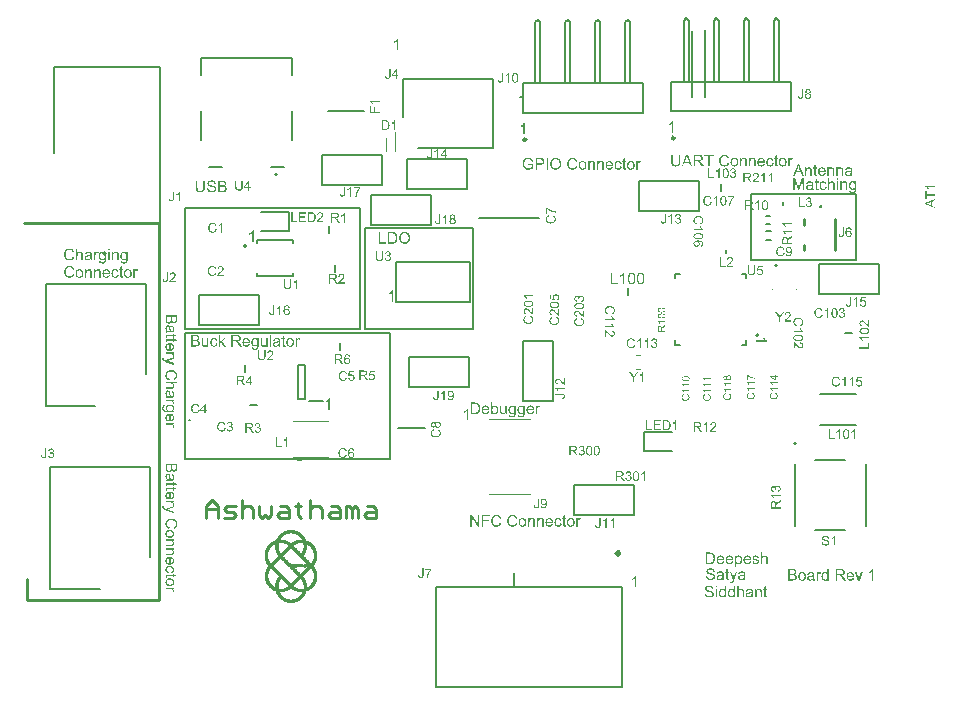
<source format=gto>
G04 Layer_Color=65535*
%FSLAX25Y25*%
%MOIN*%
G70*
G01*
G75*
%ADD54C,0.01000*%
%ADD66C,0.00787*%
%ADD67C,0.00984*%
%ADD68C,0.00630*%
%ADD69C,0.00394*%
%ADD70C,0.00100*%
%ADD71C,0.00500*%
G36*
X109863Y83882D02*
X108584D01*
X108409Y83018D01*
X108414Y83023D01*
X108423Y83028D01*
X108438Y83037D01*
X108458Y83052D01*
X108487Y83067D01*
X108516Y83081D01*
X108594Y83120D01*
X108682Y83159D01*
X108785Y83189D01*
X108897Y83213D01*
X109014Y83223D01*
X109053D01*
X109082Y83218D01*
X109121Y83213D01*
X109160Y83208D01*
X109209Y83198D01*
X109258Y83189D01*
X109370Y83150D01*
X109429Y83130D01*
X109487Y83101D01*
X109551Y83067D01*
X109609Y83028D01*
X109668Y82984D01*
X109722Y82930D01*
X109726Y82925D01*
X109736Y82915D01*
X109751Y82901D01*
X109765Y82876D01*
X109790Y82847D01*
X109814Y82813D01*
X109839Y82774D01*
X109868Y82730D01*
X109897Y82676D01*
X109922Y82623D01*
X109946Y82559D01*
X109970Y82496D01*
X109985Y82423D01*
X110000Y82349D01*
X110009Y82266D01*
X110014Y82183D01*
Y82178D01*
Y82164D01*
Y82139D01*
X110009Y82110D01*
X110005Y82071D01*
X110000Y82027D01*
X109995Y81978D01*
X109985Y81925D01*
X109951Y81808D01*
X109907Y81686D01*
X109878Y81617D01*
X109844Y81554D01*
X109804Y81490D01*
X109761Y81432D01*
X109756Y81427D01*
X109746Y81417D01*
X109726Y81398D01*
X109702Y81373D01*
X109673Y81344D01*
X109634Y81310D01*
X109590Y81276D01*
X109536Y81242D01*
X109482Y81203D01*
X109419Y81168D01*
X109346Y81134D01*
X109273Y81105D01*
X109190Y81081D01*
X109107Y81061D01*
X109014Y81051D01*
X108916Y81046D01*
X108872D01*
X108843Y81051D01*
X108809Y81056D01*
X108765Y81061D01*
X108716Y81066D01*
X108663Y81076D01*
X108550Y81105D01*
X108433Y81149D01*
X108375Y81178D01*
X108316Y81212D01*
X108257Y81246D01*
X108204Y81290D01*
X108199Y81295D01*
X108194Y81300D01*
X108179Y81315D01*
X108160Y81334D01*
X108140Y81359D01*
X108116Y81388D01*
X108092Y81422D01*
X108062Y81461D01*
X108009Y81554D01*
X107955Y81666D01*
X107916Y81793D01*
X107901Y81866D01*
X107891Y81939D01*
X108306Y81969D01*
Y81964D01*
Y81954D01*
X108311Y81939D01*
X108316Y81920D01*
X108331Y81866D01*
X108350Y81798D01*
X108375Y81725D01*
X108414Y81651D01*
X108458Y81578D01*
X108516Y81515D01*
X108526Y81510D01*
X108545Y81490D01*
X108580Y81471D01*
X108628Y81442D01*
X108687Y81417D01*
X108755Y81393D01*
X108833Y81373D01*
X108916Y81368D01*
X108946D01*
X108965Y81373D01*
X109019Y81378D01*
X109087Y81393D01*
X109160Y81422D01*
X109243Y81456D01*
X109321Y81510D01*
X109360Y81539D01*
X109399Y81578D01*
Y81583D01*
X109409Y81588D01*
X109429Y81617D01*
X109463Y81666D01*
X109497Y81730D01*
X109531Y81813D01*
X109565Y81910D01*
X109585Y82022D01*
X109595Y82149D01*
Y82154D01*
Y82164D01*
Y82183D01*
X109590Y82203D01*
Y82232D01*
X109585Y82266D01*
X109570Y82344D01*
X109551Y82427D01*
X109517Y82515D01*
X109468Y82603D01*
X109404Y82681D01*
X109395Y82691D01*
X109370Y82710D01*
X109331Y82745D01*
X109273Y82779D01*
X109204Y82813D01*
X109116Y82847D01*
X109019Y82867D01*
X108911Y82876D01*
X108877D01*
X108843Y82871D01*
X108794Y82867D01*
X108741Y82852D01*
X108682Y82837D01*
X108624Y82813D01*
X108565Y82784D01*
X108560Y82779D01*
X108541Y82769D01*
X108511Y82749D01*
X108477Y82725D01*
X108443Y82691D01*
X108404Y82652D01*
X108365Y82608D01*
X108331Y82559D01*
X107960Y82613D01*
X108272Y84257D01*
X109863D01*
Y83882D01*
D02*
G37*
G36*
X57091Y73499D02*
X57130Y73494D01*
X57179Y73489D01*
X57232Y73484D01*
X57291Y73475D01*
X57418Y73445D01*
X57555Y73401D01*
X57623Y73372D01*
X57691Y73338D01*
X57755Y73299D01*
X57818Y73255D01*
X57823Y73250D01*
X57833Y73245D01*
X57847Y73231D01*
X57872Y73211D01*
X57896Y73187D01*
X57930Y73153D01*
X57964Y73118D01*
X57999Y73079D01*
X58038Y73031D01*
X58072Y72982D01*
X58111Y72923D01*
X58150Y72860D01*
X58184Y72796D01*
X58218Y72723D01*
X58277Y72567D01*
X57857Y72469D01*
Y72474D01*
X57852Y72484D01*
X57847Y72504D01*
X57837Y72528D01*
X57823Y72557D01*
X57808Y72591D01*
X57774Y72665D01*
X57730Y72747D01*
X57672Y72835D01*
X57608Y72913D01*
X57530Y72982D01*
X57520Y72987D01*
X57491Y73006D01*
X57447Y73031D01*
X57384Y73065D01*
X57310Y73094D01*
X57218Y73118D01*
X57115Y73138D01*
X56998Y73143D01*
X56964D01*
X56940Y73138D01*
X56905D01*
X56871Y73133D01*
X56783Y73118D01*
X56686Y73099D01*
X56583Y73065D01*
X56481Y73021D01*
X56383Y72962D01*
X56378D01*
X56374Y72953D01*
X56344Y72928D01*
X56300Y72889D01*
X56247Y72835D01*
X56193Y72767D01*
X56134Y72689D01*
X56081Y72591D01*
X56037Y72484D01*
Y72479D01*
X56032Y72469D01*
X56027Y72455D01*
X56022Y72430D01*
X56012Y72406D01*
X56007Y72372D01*
X55988Y72294D01*
X55968Y72201D01*
X55954Y72098D01*
X55944Y71986D01*
X55939Y71869D01*
Y71864D01*
Y71850D01*
Y71830D01*
Y71801D01*
X55944Y71767D01*
Y71723D01*
X55949Y71679D01*
X55954Y71630D01*
X55968Y71518D01*
X55988Y71396D01*
X56017Y71274D01*
X56056Y71157D01*
Y71152D01*
X56061Y71142D01*
X56071Y71127D01*
X56081Y71108D01*
X56105Y71049D01*
X56144Y70986D01*
X56198Y70908D01*
X56261Y70835D01*
X56335Y70761D01*
X56422Y70698D01*
X56427D01*
X56432Y70693D01*
X56447Y70683D01*
X56466Y70674D01*
X56520Y70654D01*
X56588Y70625D01*
X56666Y70600D01*
X56759Y70576D01*
X56862Y70556D01*
X56969Y70552D01*
X57003D01*
X57027Y70556D01*
X57057D01*
X57096Y70561D01*
X57179Y70576D01*
X57271Y70600D01*
X57374Y70639D01*
X57472Y70688D01*
X57569Y70757D01*
X57574Y70761D01*
X57579Y70766D01*
X57608Y70796D01*
X57652Y70844D01*
X57706Y70908D01*
X57759Y70996D01*
X57818Y71098D01*
X57867Y71225D01*
X57906Y71367D01*
X58330Y71259D01*
Y71254D01*
X58325Y71235D01*
X58316Y71210D01*
X58306Y71171D01*
X58286Y71132D01*
X58267Y71079D01*
X58247Y71025D01*
X58218Y70966D01*
X58155Y70835D01*
X58067Y70703D01*
X57969Y70576D01*
X57911Y70517D01*
X57847Y70464D01*
X57842Y70459D01*
X57833Y70454D01*
X57813Y70439D01*
X57784Y70420D01*
X57750Y70400D01*
X57711Y70376D01*
X57667Y70351D01*
X57613Y70327D01*
X57555Y70303D01*
X57491Y70278D01*
X57418Y70254D01*
X57345Y70234D01*
X57184Y70200D01*
X57096Y70195D01*
X57003Y70190D01*
X56954D01*
X56915Y70195D01*
X56871D01*
X56823Y70200D01*
X56764Y70210D01*
X56705Y70215D01*
X56569Y70244D01*
X56427Y70278D01*
X56291Y70332D01*
X56222Y70361D01*
X56159Y70400D01*
X56154Y70405D01*
X56144Y70410D01*
X56129Y70425D01*
X56105Y70439D01*
X56047Y70488D01*
X55978Y70556D01*
X55895Y70639D01*
X55817Y70747D01*
X55734Y70869D01*
X55666Y71010D01*
Y71015D01*
X55661Y71030D01*
X55651Y71049D01*
X55642Y71079D01*
X55627Y71118D01*
X55612Y71162D01*
X55598Y71210D01*
X55583Y71269D01*
X55568Y71327D01*
X55554Y71396D01*
X55524Y71542D01*
X55505Y71698D01*
X55500Y71869D01*
Y71874D01*
Y71894D01*
Y71918D01*
X55505Y71952D01*
Y71996D01*
X55510Y72050D01*
X55515Y72103D01*
X55524Y72167D01*
X55549Y72303D01*
X55578Y72450D01*
X55627Y72601D01*
X55690Y72743D01*
Y72747D01*
X55700Y72757D01*
X55710Y72777D01*
X55725Y72806D01*
X55744Y72835D01*
X55768Y72869D01*
X55832Y72953D01*
X55905Y73045D01*
X55998Y73138D01*
X56110Y73231D01*
X56232Y73309D01*
X56237D01*
X56247Y73318D01*
X56266Y73328D01*
X56295Y73338D01*
X56325Y73353D01*
X56364Y73372D01*
X56413Y73387D01*
X56461Y73406D01*
X56515Y73426D01*
X56574Y73440D01*
X56705Y73475D01*
X56852Y73494D01*
X57008Y73504D01*
X57057D01*
X57091Y73499D01*
D02*
G37*
G36*
X60346Y71371D02*
X60780D01*
Y71010D01*
X60346D01*
Y70244D01*
X59951D01*
Y71010D01*
X58560D01*
Y71371D01*
X60024Y73445D01*
X60346D01*
Y71371D01*
D02*
G37*
G36*
X108987Y58616D02*
X109016D01*
X109055Y58611D01*
X109143Y58596D01*
X109241Y58567D01*
X109343Y58528D01*
X109446Y58479D01*
X109495Y58445D01*
X109543Y58406D01*
X109548D01*
X109553Y58396D01*
X109582Y58367D01*
X109622Y58318D01*
X109670Y58255D01*
X109724Y58172D01*
X109768Y58074D01*
X109812Y57957D01*
X109836Y57825D01*
X109446Y57796D01*
Y57801D01*
Y57806D01*
X109436Y57835D01*
X109421Y57874D01*
X109407Y57923D01*
X109358Y58035D01*
X109329Y58084D01*
X109295Y58128D01*
X109290Y58138D01*
X109265Y58157D01*
X109231Y58182D01*
X109187Y58216D01*
X109129Y58245D01*
X109060Y58274D01*
X108982Y58294D01*
X108899Y58299D01*
X108865D01*
X108831Y58294D01*
X108787Y58284D01*
X108733Y58274D01*
X108675Y58255D01*
X108621Y58226D01*
X108563Y58191D01*
X108553Y58187D01*
X108533Y58167D01*
X108499Y58133D01*
X108460Y58089D01*
X108411Y58035D01*
X108362Y57967D01*
X108314Y57884D01*
X108270Y57791D01*
Y57786D01*
X108265Y57781D01*
X108260Y57762D01*
X108255Y57742D01*
X108245Y57718D01*
X108236Y57684D01*
X108226Y57645D01*
X108216Y57601D01*
X108206Y57552D01*
X108197Y57498D01*
X108187Y57435D01*
X108177Y57371D01*
X108172Y57298D01*
X108167Y57220D01*
X108162Y57137D01*
Y57054D01*
X108167Y57059D01*
X108187Y57084D01*
X108216Y57123D01*
X108260Y57171D01*
X108309Y57225D01*
X108367Y57279D01*
X108436Y57328D01*
X108509Y57371D01*
X108519Y57376D01*
X108543Y57386D01*
X108587Y57406D01*
X108641Y57425D01*
X108704Y57445D01*
X108777Y57464D01*
X108855Y57474D01*
X108938Y57479D01*
X108977D01*
X109007Y57474D01*
X109041Y57469D01*
X109080Y57464D01*
X109173Y57445D01*
X109275Y57406D01*
X109334Y57386D01*
X109387Y57357D01*
X109446Y57323D01*
X109504Y57284D01*
X109558Y57240D01*
X109612Y57186D01*
X109617Y57181D01*
X109622Y57171D01*
X109636Y57157D01*
X109656Y57132D01*
X109675Y57103D01*
X109700Y57069D01*
X109724Y57030D01*
X109753Y56986D01*
X109778Y56932D01*
X109802Y56879D01*
X109827Y56815D01*
X109846Y56752D01*
X109865Y56679D01*
X109880Y56605D01*
X109885Y56522D01*
X109890Y56439D01*
Y56435D01*
Y56425D01*
Y56410D01*
Y56391D01*
X109885Y56361D01*
Y56332D01*
X109875Y56254D01*
X109856Y56171D01*
X109836Y56073D01*
X109802Y55976D01*
X109758Y55878D01*
Y55873D01*
X109753Y55869D01*
X109743Y55854D01*
X109734Y55834D01*
X109704Y55790D01*
X109665Y55732D01*
X109612Y55668D01*
X109548Y55605D01*
X109480Y55541D01*
X109397Y55483D01*
X109387Y55478D01*
X109358Y55463D01*
X109309Y55439D01*
X109251Y55415D01*
X109173Y55390D01*
X109085Y55366D01*
X108987Y55351D01*
X108885Y55346D01*
X108865D01*
X108836Y55351D01*
X108802D01*
X108763Y55356D01*
X108714Y55366D01*
X108660Y55376D01*
X108602Y55390D01*
X108538Y55410D01*
X108470Y55434D01*
X108406Y55463D01*
X108338Y55498D01*
X108270Y55541D01*
X108201Y55590D01*
X108138Y55644D01*
X108079Y55707D01*
X108075Y55712D01*
X108065Y55727D01*
X108050Y55747D01*
X108031Y55776D01*
X108006Y55815D01*
X107982Y55864D01*
X107953Y55922D01*
X107928Y55990D01*
X107899Y56069D01*
X107870Y56156D01*
X107845Y56254D01*
X107821Y56361D01*
X107801Y56479D01*
X107787Y56610D01*
X107777Y56747D01*
X107772Y56898D01*
Y56903D01*
Y56908D01*
Y56923D01*
Y56937D01*
Y56986D01*
X107777Y57049D01*
X107782Y57127D01*
X107791Y57215D01*
X107801Y57313D01*
X107816Y57415D01*
X107831Y57528D01*
X107855Y57640D01*
X107884Y57752D01*
X107918Y57859D01*
X107957Y57972D01*
X108001Y58069D01*
X108055Y58167D01*
X108114Y58250D01*
X108118Y58255D01*
X108128Y58265D01*
X108143Y58284D01*
X108167Y58309D01*
X108201Y58338D01*
X108236Y58367D01*
X108280Y58401D01*
X108328Y58435D01*
X108382Y58469D01*
X108445Y58504D01*
X108509Y58533D01*
X108582Y58562D01*
X108660Y58587D01*
X108743Y58606D01*
X108831Y58616D01*
X108924Y58621D01*
X108958D01*
X108987Y58616D01*
D02*
G37*
G36*
X106191Y58655D02*
X106230Y58650D01*
X106279Y58645D01*
X106332Y58640D01*
X106391Y58631D01*
X106518Y58601D01*
X106655Y58557D01*
X106723Y58528D01*
X106791Y58494D01*
X106855Y58455D01*
X106918Y58411D01*
X106923Y58406D01*
X106933Y58401D01*
X106947Y58387D01*
X106972Y58367D01*
X106996Y58343D01*
X107030Y58309D01*
X107064Y58274D01*
X107099Y58235D01*
X107138Y58187D01*
X107172Y58138D01*
X107211Y58079D01*
X107250Y58016D01*
X107284Y57952D01*
X107318Y57879D01*
X107377Y57723D01*
X106957Y57625D01*
Y57630D01*
X106952Y57640D01*
X106947Y57659D01*
X106938Y57684D01*
X106923Y57713D01*
X106908Y57747D01*
X106874Y57820D01*
X106830Y57903D01*
X106772Y57991D01*
X106708Y58069D01*
X106630Y58138D01*
X106620Y58143D01*
X106591Y58162D01*
X106547Y58187D01*
X106484Y58221D01*
X106411Y58250D01*
X106318Y58274D01*
X106215Y58294D01*
X106098Y58299D01*
X106064D01*
X106040Y58294D01*
X106005D01*
X105971Y58289D01*
X105883Y58274D01*
X105786Y58255D01*
X105683Y58221D01*
X105581Y58177D01*
X105483Y58118D01*
X105478D01*
X105473Y58108D01*
X105444Y58084D01*
X105400Y58045D01*
X105347Y57991D01*
X105293Y57923D01*
X105234Y57845D01*
X105181Y57747D01*
X105137Y57640D01*
Y57635D01*
X105132Y57625D01*
X105127Y57611D01*
X105122Y57586D01*
X105112Y57562D01*
X105107Y57528D01*
X105088Y57450D01*
X105069Y57357D01*
X105054Y57254D01*
X105044Y57142D01*
X105039Y57025D01*
Y57020D01*
Y57006D01*
Y56986D01*
Y56957D01*
X105044Y56923D01*
Y56879D01*
X105049Y56835D01*
X105054Y56786D01*
X105069Y56674D01*
X105088Y56552D01*
X105117Y56430D01*
X105156Y56313D01*
Y56308D01*
X105161Y56298D01*
X105171Y56283D01*
X105181Y56264D01*
X105205Y56205D01*
X105244Y56142D01*
X105298Y56064D01*
X105361Y55990D01*
X105435Y55917D01*
X105522Y55854D01*
X105527D01*
X105532Y55849D01*
X105547Y55839D01*
X105566Y55829D01*
X105620Y55810D01*
X105688Y55781D01*
X105766Y55756D01*
X105859Y55732D01*
X105962Y55712D01*
X106069Y55707D01*
X106103D01*
X106127Y55712D01*
X106157D01*
X106196Y55717D01*
X106279Y55732D01*
X106371Y55756D01*
X106474Y55795D01*
X106571Y55844D01*
X106669Y55912D01*
X106674Y55917D01*
X106679Y55922D01*
X106708Y55951D01*
X106752Y56000D01*
X106806Y56064D01*
X106859Y56151D01*
X106918Y56254D01*
X106967Y56381D01*
X107006Y56522D01*
X107430Y56415D01*
Y56410D01*
X107425Y56391D01*
X107416Y56366D01*
X107406Y56327D01*
X107387Y56288D01*
X107367Y56235D01*
X107347Y56181D01*
X107318Y56122D01*
X107255Y55990D01*
X107167Y55859D01*
X107069Y55732D01*
X107011Y55673D01*
X106947Y55620D01*
X106942Y55615D01*
X106933Y55610D01*
X106913Y55595D01*
X106884Y55576D01*
X106850Y55556D01*
X106811Y55532D01*
X106767Y55507D01*
X106713Y55483D01*
X106655Y55459D01*
X106591Y55434D01*
X106518Y55410D01*
X106445Y55390D01*
X106284Y55356D01*
X106196Y55351D01*
X106103Y55346D01*
X106054D01*
X106015Y55351D01*
X105971D01*
X105922Y55356D01*
X105864Y55366D01*
X105805Y55371D01*
X105669Y55400D01*
X105527Y55434D01*
X105391Y55488D01*
X105322Y55517D01*
X105259Y55556D01*
X105254Y55561D01*
X105244Y55566D01*
X105229Y55581D01*
X105205Y55595D01*
X105147Y55644D01*
X105078Y55712D01*
X104995Y55795D01*
X104917Y55903D01*
X104834Y56025D01*
X104766Y56166D01*
Y56171D01*
X104761Y56186D01*
X104751Y56205D01*
X104742Y56235D01*
X104727Y56274D01*
X104712Y56317D01*
X104698Y56366D01*
X104683Y56425D01*
X104668Y56483D01*
X104654Y56552D01*
X104624Y56698D01*
X104605Y56854D01*
X104600Y57025D01*
Y57030D01*
Y57049D01*
Y57074D01*
X104605Y57108D01*
Y57152D01*
X104610Y57206D01*
X104615Y57259D01*
X104624Y57323D01*
X104649Y57459D01*
X104678Y57606D01*
X104727Y57757D01*
X104790Y57899D01*
Y57903D01*
X104800Y57913D01*
X104810Y57933D01*
X104824Y57962D01*
X104844Y57991D01*
X104868Y58025D01*
X104932Y58108D01*
X105005Y58201D01*
X105098Y58294D01*
X105210Y58387D01*
X105332Y58465D01*
X105337D01*
X105347Y58474D01*
X105366Y58484D01*
X105395Y58494D01*
X105425Y58509D01*
X105464Y58528D01*
X105513Y58543D01*
X105561Y58562D01*
X105615Y58582D01*
X105674Y58596D01*
X105805Y58631D01*
X105952Y58650D01*
X106108Y58660D01*
X106157D01*
X106191Y58655D01*
D02*
G37*
G36*
X106291Y84355D02*
X106330Y84350D01*
X106379Y84345D01*
X106432Y84340D01*
X106491Y84331D01*
X106618Y84301D01*
X106755Y84257D01*
X106823Y84228D01*
X106891Y84194D01*
X106955Y84155D01*
X107018Y84111D01*
X107023Y84106D01*
X107033Y84101D01*
X107047Y84087D01*
X107072Y84067D01*
X107096Y84043D01*
X107130Y84009D01*
X107164Y83974D01*
X107199Y83935D01*
X107238Y83886D01*
X107272Y83838D01*
X107311Y83779D01*
X107350Y83716D01*
X107384Y83652D01*
X107418Y83579D01*
X107477Y83423D01*
X107057Y83325D01*
Y83330D01*
X107052Y83340D01*
X107047Y83359D01*
X107037Y83384D01*
X107023Y83413D01*
X107008Y83447D01*
X106974Y83521D01*
X106930Y83603D01*
X106872Y83691D01*
X106808Y83769D01*
X106730Y83838D01*
X106720Y83843D01*
X106691Y83862D01*
X106647Y83886D01*
X106584Y83921D01*
X106510Y83950D01*
X106418Y83974D01*
X106315Y83994D01*
X106198Y83999D01*
X106164D01*
X106140Y83994D01*
X106105D01*
X106071Y83989D01*
X105983Y83974D01*
X105886Y83955D01*
X105783Y83921D01*
X105681Y83877D01*
X105583Y83818D01*
X105578D01*
X105573Y83808D01*
X105544Y83784D01*
X105500Y83745D01*
X105447Y83691D01*
X105393Y83623D01*
X105334Y83545D01*
X105281Y83447D01*
X105237Y83340D01*
Y83335D01*
X105232Y83325D01*
X105227Y83311D01*
X105222Y83286D01*
X105212Y83262D01*
X105208Y83228D01*
X105188Y83150D01*
X105168Y83057D01*
X105154Y82954D01*
X105144Y82842D01*
X105139Y82725D01*
Y82720D01*
Y82705D01*
Y82686D01*
Y82657D01*
X105144Y82623D01*
Y82579D01*
X105149Y82535D01*
X105154Y82486D01*
X105168Y82374D01*
X105188Y82252D01*
X105217Y82130D01*
X105256Y82013D01*
Y82008D01*
X105261Y81998D01*
X105271Y81983D01*
X105281Y81964D01*
X105305Y81905D01*
X105344Y81842D01*
X105398Y81764D01*
X105461Y81691D01*
X105535Y81617D01*
X105622Y81554D01*
X105627D01*
X105632Y81549D01*
X105647Y81539D01*
X105666Y81529D01*
X105720Y81510D01*
X105788Y81481D01*
X105866Y81456D01*
X105959Y81432D01*
X106061Y81412D01*
X106169Y81407D01*
X106203D01*
X106227Y81412D01*
X106257D01*
X106296Y81417D01*
X106379Y81432D01*
X106471Y81456D01*
X106574Y81495D01*
X106672Y81544D01*
X106769Y81612D01*
X106774Y81617D01*
X106779Y81622D01*
X106808Y81651D01*
X106852Y81700D01*
X106906Y81764D01*
X106959Y81852D01*
X107018Y81954D01*
X107067Y82081D01*
X107106Y82222D01*
X107530Y82115D01*
Y82110D01*
X107526Y82091D01*
X107516Y82066D01*
X107506Y82027D01*
X107486Y81988D01*
X107467Y81934D01*
X107447Y81881D01*
X107418Y81822D01*
X107355Y81691D01*
X107267Y81559D01*
X107169Y81432D01*
X107111Y81373D01*
X107047Y81320D01*
X107042Y81315D01*
X107033Y81310D01*
X107013Y81295D01*
X106984Y81276D01*
X106950Y81256D01*
X106911Y81232D01*
X106867Y81207D01*
X106813Y81183D01*
X106755Y81159D01*
X106691Y81134D01*
X106618Y81110D01*
X106545Y81090D01*
X106384Y81056D01*
X106296Y81051D01*
X106203Y81046D01*
X106154D01*
X106115Y81051D01*
X106071D01*
X106023Y81056D01*
X105964Y81066D01*
X105905Y81071D01*
X105769Y81100D01*
X105627Y81134D01*
X105491Y81188D01*
X105422Y81217D01*
X105359Y81256D01*
X105354Y81261D01*
X105344Y81266D01*
X105330Y81281D01*
X105305Y81295D01*
X105247Y81344D01*
X105178Y81412D01*
X105095Y81495D01*
X105017Y81603D01*
X104934Y81725D01*
X104866Y81866D01*
Y81871D01*
X104861Y81886D01*
X104851Y81905D01*
X104841Y81934D01*
X104827Y81973D01*
X104812Y82017D01*
X104798Y82066D01*
X104783Y82125D01*
X104768Y82183D01*
X104754Y82252D01*
X104724Y82398D01*
X104705Y82554D01*
X104700Y82725D01*
Y82730D01*
Y82749D01*
Y82774D01*
X104705Y82808D01*
Y82852D01*
X104710Y82906D01*
X104715Y82959D01*
X104724Y83023D01*
X104749Y83159D01*
X104778Y83306D01*
X104827Y83457D01*
X104890Y83599D01*
Y83603D01*
X104900Y83613D01*
X104910Y83633D01*
X104924Y83662D01*
X104944Y83691D01*
X104968Y83725D01*
X105032Y83808D01*
X105105Y83901D01*
X105198Y83994D01*
X105310Y84087D01*
X105432Y84165D01*
X105437D01*
X105447Y84174D01*
X105466Y84184D01*
X105495Y84194D01*
X105525Y84209D01*
X105564Y84228D01*
X105613Y84243D01*
X105661Y84262D01*
X105715Y84282D01*
X105774Y84296D01*
X105905Y84331D01*
X106052Y84350D01*
X106208Y84360D01*
X106257D01*
X106291Y84355D01*
D02*
G37*
G36*
X65761Y67461D02*
X65800Y67456D01*
X65849Y67452D01*
X65903Y67447D01*
X65961Y67437D01*
X66088Y67408D01*
X66225Y67364D01*
X66293Y67334D01*
X66361Y67300D01*
X66425Y67261D01*
X66488Y67217D01*
X66493Y67212D01*
X66503Y67207D01*
X66517Y67193D01*
X66542Y67173D01*
X66566Y67149D01*
X66600Y67115D01*
X66635Y67081D01*
X66669Y67042D01*
X66708Y66993D01*
X66742Y66944D01*
X66781Y66885D01*
X66820Y66822D01*
X66854Y66759D01*
X66888Y66685D01*
X66947Y66529D01*
X66527Y66432D01*
Y66436D01*
X66522Y66446D01*
X66517Y66466D01*
X66508Y66490D01*
X66493Y66519D01*
X66478Y66554D01*
X66444Y66627D01*
X66400Y66710D01*
X66342Y66798D01*
X66278Y66876D01*
X66200Y66944D01*
X66190Y66949D01*
X66161Y66968D01*
X66117Y66993D01*
X66054Y67027D01*
X65981Y67056D01*
X65888Y67081D01*
X65785Y67100D01*
X65668Y67105D01*
X65634D01*
X65610Y67100D01*
X65575D01*
X65541Y67095D01*
X65453Y67081D01*
X65356Y67061D01*
X65253Y67027D01*
X65151Y66983D01*
X65053Y66925D01*
X65048D01*
X65044Y66915D01*
X65014Y66890D01*
X64970Y66851D01*
X64917Y66798D01*
X64863Y66729D01*
X64805Y66651D01*
X64751Y66554D01*
X64707Y66446D01*
Y66441D01*
X64702Y66432D01*
X64697Y66417D01*
X64692Y66392D01*
X64683Y66368D01*
X64678Y66334D01*
X64658Y66256D01*
X64639Y66163D01*
X64624Y66061D01*
X64614Y65948D01*
X64609Y65831D01*
Y65826D01*
Y65812D01*
Y65792D01*
Y65763D01*
X64614Y65729D01*
Y65685D01*
X64619Y65641D01*
X64624Y65592D01*
X64639Y65480D01*
X64658Y65358D01*
X64687Y65236D01*
X64726Y65119D01*
Y65114D01*
X64731Y65104D01*
X64741Y65090D01*
X64751Y65070D01*
X64775Y65012D01*
X64814Y64948D01*
X64868Y64870D01*
X64931Y64797D01*
X65005Y64724D01*
X65092Y64660D01*
X65097D01*
X65102Y64655D01*
X65117Y64645D01*
X65136Y64636D01*
X65190Y64616D01*
X65258Y64587D01*
X65336Y64562D01*
X65429Y64538D01*
X65532Y64519D01*
X65639Y64514D01*
X65673D01*
X65697Y64519D01*
X65727D01*
X65766Y64524D01*
X65849Y64538D01*
X65942Y64562D01*
X66044Y64602D01*
X66142Y64650D01*
X66239Y64719D01*
X66244Y64724D01*
X66249Y64728D01*
X66278Y64758D01*
X66322Y64806D01*
X66376Y64870D01*
X66430Y64958D01*
X66488Y65060D01*
X66537Y65187D01*
X66576Y65329D01*
X67001Y65221D01*
Y65216D01*
X66996Y65197D01*
X66986Y65172D01*
X66976Y65134D01*
X66957Y65095D01*
X66937Y65041D01*
X66918Y64987D01*
X66888Y64929D01*
X66825Y64797D01*
X66737Y64665D01*
X66639Y64538D01*
X66581Y64480D01*
X66517Y64426D01*
X66513Y64421D01*
X66503Y64416D01*
X66483Y64402D01*
X66454Y64382D01*
X66420Y64363D01*
X66381Y64338D01*
X66337Y64314D01*
X66283Y64289D01*
X66225Y64265D01*
X66161Y64240D01*
X66088Y64216D01*
X66015Y64196D01*
X65854Y64162D01*
X65766Y64157D01*
X65673Y64153D01*
X65624D01*
X65585Y64157D01*
X65541D01*
X65493Y64162D01*
X65434Y64172D01*
X65375Y64177D01*
X65239Y64206D01*
X65097Y64240D01*
X64961Y64294D01*
X64892Y64323D01*
X64829Y64363D01*
X64824Y64367D01*
X64814Y64372D01*
X64800Y64387D01*
X64775Y64402D01*
X64717Y64450D01*
X64648Y64519D01*
X64565Y64602D01*
X64487Y64709D01*
X64404Y64831D01*
X64336Y64973D01*
Y64977D01*
X64331Y64992D01*
X64321Y65012D01*
X64312Y65041D01*
X64297Y65080D01*
X64282Y65124D01*
X64268Y65172D01*
X64253Y65231D01*
X64238Y65290D01*
X64224Y65358D01*
X64195Y65504D01*
X64175Y65661D01*
X64170Y65831D01*
Y65836D01*
Y65856D01*
Y65880D01*
X64175Y65914D01*
Y65958D01*
X64180Y66012D01*
X64185Y66066D01*
X64195Y66129D01*
X64219Y66266D01*
X64248Y66412D01*
X64297Y66563D01*
X64360Y66705D01*
Y66710D01*
X64370Y66720D01*
X64380Y66739D01*
X64395Y66768D01*
X64414Y66798D01*
X64438Y66832D01*
X64502Y66915D01*
X64575Y67007D01*
X64668Y67100D01*
X64780Y67193D01*
X64902Y67271D01*
X64907D01*
X64917Y67281D01*
X64936Y67291D01*
X64965Y67300D01*
X64995Y67315D01*
X65034Y67334D01*
X65083Y67349D01*
X65131Y67369D01*
X65185Y67388D01*
X65244Y67403D01*
X65375Y67437D01*
X65522Y67456D01*
X65678Y67466D01*
X65727D01*
X65761Y67461D01*
D02*
G37*
G36*
X62791Y133755D02*
X62830Y133750D01*
X62879Y133745D01*
X62932Y133740D01*
X62991Y133731D01*
X63118Y133701D01*
X63254Y133657D01*
X63323Y133628D01*
X63391Y133594D01*
X63455Y133555D01*
X63518Y133511D01*
X63523Y133506D01*
X63533Y133501D01*
X63547Y133487D01*
X63572Y133467D01*
X63596Y133443D01*
X63630Y133408D01*
X63664Y133374D01*
X63699Y133335D01*
X63738Y133286D01*
X63772Y133238D01*
X63811Y133179D01*
X63850Y133116D01*
X63884Y133052D01*
X63918Y132979D01*
X63977Y132823D01*
X63557Y132725D01*
Y132730D01*
X63552Y132740D01*
X63547Y132759D01*
X63538Y132784D01*
X63523Y132813D01*
X63508Y132847D01*
X63474Y132921D01*
X63430Y133003D01*
X63372Y133091D01*
X63308Y133169D01*
X63230Y133238D01*
X63220Y133243D01*
X63191Y133262D01*
X63147Y133286D01*
X63084Y133321D01*
X63011Y133350D01*
X62918Y133374D01*
X62815Y133394D01*
X62698Y133399D01*
X62664D01*
X62640Y133394D01*
X62605D01*
X62571Y133389D01*
X62483Y133374D01*
X62386Y133355D01*
X62283Y133321D01*
X62181Y133277D01*
X62083Y133218D01*
X62078D01*
X62073Y133208D01*
X62044Y133184D01*
X62000Y133145D01*
X61947Y133091D01*
X61893Y133023D01*
X61834Y132945D01*
X61781Y132847D01*
X61737Y132740D01*
Y132735D01*
X61732Y132725D01*
X61727Y132711D01*
X61722Y132686D01*
X61712Y132662D01*
X61708Y132628D01*
X61688Y132550D01*
X61668Y132457D01*
X61654Y132354D01*
X61644Y132242D01*
X61639Y132125D01*
Y132120D01*
Y132106D01*
Y132086D01*
Y132057D01*
X61644Y132023D01*
Y131979D01*
X61649Y131935D01*
X61654Y131886D01*
X61668Y131774D01*
X61688Y131652D01*
X61717Y131530D01*
X61756Y131413D01*
Y131408D01*
X61761Y131398D01*
X61771Y131383D01*
X61781Y131364D01*
X61805Y131305D01*
X61844Y131242D01*
X61898Y131164D01*
X61961Y131090D01*
X62034Y131017D01*
X62122Y130954D01*
X62127D01*
X62132Y130949D01*
X62147Y130939D01*
X62166Y130929D01*
X62220Y130910D01*
X62288Y130881D01*
X62366Y130856D01*
X62459Y130832D01*
X62562Y130812D01*
X62669Y130807D01*
X62703D01*
X62727Y130812D01*
X62757D01*
X62796Y130817D01*
X62879Y130832D01*
X62971Y130856D01*
X63074Y130895D01*
X63171Y130944D01*
X63269Y131012D01*
X63274Y131017D01*
X63279Y131022D01*
X63308Y131051D01*
X63352Y131100D01*
X63406Y131164D01*
X63459Y131252D01*
X63518Y131354D01*
X63567Y131481D01*
X63606Y131622D01*
X64030Y131515D01*
Y131510D01*
X64025Y131491D01*
X64016Y131466D01*
X64006Y131427D01*
X63986Y131388D01*
X63967Y131334D01*
X63947Y131281D01*
X63918Y131222D01*
X63855Y131090D01*
X63767Y130959D01*
X63669Y130832D01*
X63611Y130773D01*
X63547Y130720D01*
X63542Y130715D01*
X63533Y130710D01*
X63513Y130695D01*
X63484Y130676D01*
X63450Y130656D01*
X63411Y130632D01*
X63367Y130607D01*
X63313Y130583D01*
X63254Y130559D01*
X63191Y130534D01*
X63118Y130510D01*
X63045Y130490D01*
X62884Y130456D01*
X62796Y130451D01*
X62703Y130446D01*
X62654D01*
X62615Y130451D01*
X62571D01*
X62523Y130456D01*
X62464Y130466D01*
X62405Y130471D01*
X62269Y130500D01*
X62127Y130534D01*
X61991Y130588D01*
X61922Y130617D01*
X61859Y130656D01*
X61854Y130661D01*
X61844Y130666D01*
X61830Y130681D01*
X61805Y130695D01*
X61747Y130744D01*
X61678Y130812D01*
X61595Y130895D01*
X61517Y131003D01*
X61434Y131125D01*
X61366Y131266D01*
Y131271D01*
X61361Y131286D01*
X61351Y131305D01*
X61342Y131334D01*
X61327Y131374D01*
X61312Y131417D01*
X61298Y131466D01*
X61283Y131525D01*
X61268Y131583D01*
X61254Y131652D01*
X61224Y131798D01*
X61205Y131954D01*
X61200Y132125D01*
Y132130D01*
Y132149D01*
Y132174D01*
X61205Y132208D01*
Y132252D01*
X61210Y132306D01*
X61215Y132359D01*
X61224Y132423D01*
X61249Y132559D01*
X61278Y132706D01*
X61327Y132857D01*
X61390Y132999D01*
Y133003D01*
X61400Y133013D01*
X61410Y133033D01*
X61424Y133062D01*
X61444Y133091D01*
X61468Y133125D01*
X61532Y133208D01*
X61605Y133301D01*
X61698Y133394D01*
X61810Y133487D01*
X61932Y133565D01*
X61937D01*
X61947Y133574D01*
X61966Y133584D01*
X61995Y133594D01*
X62025Y133609D01*
X62064Y133628D01*
X62113Y133643D01*
X62161Y133662D01*
X62215Y133682D01*
X62274Y133696D01*
X62405Y133731D01*
X62552Y133750D01*
X62708Y133760D01*
X62757D01*
X62791Y133755D01*
D02*
G37*
G36*
X65875Y130500D02*
X65480D01*
Y133008D01*
X65475Y133003D01*
X65455Y132984D01*
X65421Y132959D01*
X65377Y132925D01*
X65324Y132881D01*
X65260Y132837D01*
X65187Y132784D01*
X65104Y132735D01*
X65099D01*
X65094Y132730D01*
X65065Y132711D01*
X65021Y132686D01*
X64967Y132657D01*
X64904Y132623D01*
X64836Y132594D01*
X64762Y132559D01*
X64694Y132530D01*
Y132916D01*
X64699D01*
X64709Y132921D01*
X64728Y132930D01*
X64748Y132945D01*
X64777Y132959D01*
X64811Y132974D01*
X64889Y133018D01*
X64977Y133072D01*
X65075Y133135D01*
X65172Y133208D01*
X65265Y133286D01*
X65270Y133291D01*
X65275Y133296D01*
X65304Y133326D01*
X65348Y133369D01*
X65402Y133423D01*
X65460Y133491D01*
X65519Y133565D01*
X65573Y133643D01*
X65616Y133721D01*
X65875D01*
Y130500D01*
D02*
G37*
G36*
X171476Y39620D02*
Y39615D01*
Y39600D01*
Y39581D01*
Y39552D01*
X171471Y39517D01*
Y39478D01*
X171467Y39391D01*
X171452Y39288D01*
X171437Y39186D01*
X171413Y39083D01*
X171379Y38995D01*
X171374Y38985D01*
X171359Y38961D01*
X171335Y38922D01*
X171306Y38873D01*
X171262Y38815D01*
X171208Y38761D01*
X171140Y38707D01*
X171066Y38659D01*
X171057Y38654D01*
X171027Y38639D01*
X170983Y38624D01*
X170925Y38605D01*
X170852Y38581D01*
X170769Y38566D01*
X170671Y38551D01*
X170569Y38546D01*
X170530D01*
X170500Y38551D01*
X170466Y38556D01*
X170422Y38561D01*
X170329Y38576D01*
X170227Y38605D01*
X170120Y38649D01*
X170066Y38673D01*
X170017Y38707D01*
X169968Y38741D01*
X169924Y38785D01*
Y38790D01*
X169915Y38795D01*
X169905Y38810D01*
X169890Y38829D01*
X169871Y38859D01*
X169856Y38888D01*
X169832Y38927D01*
X169812Y38966D01*
X169793Y39015D01*
X169773Y39068D01*
X169754Y39127D01*
X169739Y39195D01*
X169724Y39264D01*
X169715Y39342D01*
X169710Y39420D01*
Y39508D01*
X170090Y39561D01*
Y39557D01*
Y39547D01*
Y39527D01*
X170095Y39503D01*
Y39474D01*
X170100Y39439D01*
X170115Y39361D01*
X170129Y39273D01*
X170154Y39191D01*
X170188Y39117D01*
X170208Y39083D01*
X170227Y39054D01*
X170232Y39049D01*
X170251Y39034D01*
X170276Y39010D01*
X170315Y38990D01*
X170364Y38966D01*
X170422Y38942D01*
X170491Y38927D01*
X170569Y38922D01*
X170598D01*
X170627Y38927D01*
X170661Y38932D01*
X170705Y38942D01*
X170754Y38951D01*
X170798Y38971D01*
X170842Y38995D01*
X170847Y39000D01*
X170861Y39010D01*
X170881Y39025D01*
X170905Y39049D01*
X170935Y39073D01*
X170959Y39107D01*
X170983Y39147D01*
X171003Y39191D01*
Y39195D01*
X171013Y39215D01*
X171018Y39244D01*
X171027Y39288D01*
X171037Y39347D01*
X171042Y39415D01*
X171052Y39498D01*
Y39595D01*
Y41806D01*
X171476D01*
Y39620D01*
D02*
G37*
G36*
X68460Y67422D02*
X68523Y67413D01*
X68596Y67398D01*
X68679Y67378D01*
X68762Y67349D01*
X68845Y67310D01*
X68850D01*
X68855Y67305D01*
X68884Y67291D01*
X68923Y67266D01*
X68972Y67232D01*
X69026Y67188D01*
X69084Y67134D01*
X69138Y67071D01*
X69187Y67002D01*
X69192Y66993D01*
X69206Y66968D01*
X69226Y66929D01*
X69245Y66881D01*
X69265Y66817D01*
X69284Y66749D01*
X69299Y66676D01*
X69304Y66593D01*
Y66583D01*
Y66558D01*
X69299Y66519D01*
X69289Y66471D01*
X69275Y66412D01*
X69255Y66349D01*
X69231Y66280D01*
X69192Y66217D01*
X69187Y66207D01*
X69172Y66188D01*
X69143Y66158D01*
X69109Y66119D01*
X69060Y66075D01*
X69006Y66031D01*
X68938Y65983D01*
X68860Y65944D01*
X68865D01*
X68874Y65939D01*
X68889D01*
X68909Y65929D01*
X68957Y65914D01*
X69021Y65885D01*
X69089Y65851D01*
X69162Y65802D01*
X69235Y65743D01*
X69299Y65670D01*
X69304Y65661D01*
X69323Y65631D01*
X69348Y65587D01*
X69382Y65529D01*
X69411Y65456D01*
X69436Y65368D01*
X69455Y65265D01*
X69460Y65153D01*
Y65148D01*
Y65134D01*
Y65114D01*
X69455Y65085D01*
X69450Y65046D01*
X69445Y65007D01*
X69436Y64958D01*
X69421Y64909D01*
X69387Y64797D01*
X69362Y64733D01*
X69328Y64675D01*
X69294Y64616D01*
X69255Y64558D01*
X69206Y64499D01*
X69153Y64441D01*
X69148Y64436D01*
X69138Y64426D01*
X69123Y64416D01*
X69099Y64397D01*
X69070Y64372D01*
X69031Y64348D01*
X68987Y64323D01*
X68943Y64299D01*
X68889Y64270D01*
X68831Y64245D01*
X68767Y64221D01*
X68699Y64196D01*
X68625Y64177D01*
X68547Y64167D01*
X68464Y64157D01*
X68382Y64153D01*
X68343D01*
X68313Y64157D01*
X68274Y64162D01*
X68235Y64167D01*
X68186Y64172D01*
X68138Y64182D01*
X68025Y64211D01*
X67908Y64260D01*
X67850Y64284D01*
X67796Y64319D01*
X67737Y64358D01*
X67684Y64402D01*
X67679Y64406D01*
X67674Y64411D01*
X67659Y64426D01*
X67640Y64445D01*
X67620Y64475D01*
X67596Y64504D01*
X67567Y64538D01*
X67542Y64577D01*
X67484Y64675D01*
X67435Y64787D01*
X67391Y64914D01*
X67376Y64982D01*
X67366Y65055D01*
X67762Y65109D01*
Y65104D01*
X67767Y65095D01*
Y65075D01*
X67776Y65055D01*
X67791Y64997D01*
X67815Y64924D01*
X67845Y64846D01*
X67884Y64763D01*
X67933Y64689D01*
X67986Y64626D01*
X67996Y64621D01*
X68015Y64602D01*
X68050Y64582D01*
X68098Y64553D01*
X68152Y64528D01*
X68221Y64504D01*
X68299Y64485D01*
X68382Y64480D01*
X68411D01*
X68430Y64485D01*
X68479Y64489D01*
X68543Y64504D01*
X68621Y64528D01*
X68699Y64558D01*
X68777Y64606D01*
X68850Y64670D01*
X68860Y64680D01*
X68879Y64704D01*
X68909Y64743D01*
X68948Y64802D01*
X68982Y64870D01*
X69011Y64953D01*
X69031Y65046D01*
X69040Y65148D01*
Y65153D01*
Y65158D01*
Y65172D01*
X69035Y65192D01*
X69031Y65241D01*
X69016Y65304D01*
X68996Y65373D01*
X68962Y65451D01*
X68918Y65524D01*
X68860Y65592D01*
X68850Y65602D01*
X68831Y65622D01*
X68791Y65646D01*
X68738Y65680D01*
X68674Y65714D01*
X68596Y65739D01*
X68513Y65758D01*
X68416Y65768D01*
X68372D01*
X68338Y65763D01*
X68299Y65758D01*
X68250Y65753D01*
X68196Y65743D01*
X68138Y65729D01*
X68181Y66075D01*
X68206D01*
X68225Y66070D01*
X68289D01*
X68333Y66075D01*
X68396Y66085D01*
X68464Y66100D01*
X68538Y66124D01*
X68616Y66153D01*
X68694Y66197D01*
X68704Y66202D01*
X68728Y66222D01*
X68757Y66256D01*
X68796Y66300D01*
X68835Y66353D01*
X68865Y66422D01*
X68889Y66505D01*
X68899Y66602D01*
Y66607D01*
Y66612D01*
Y66637D01*
X68889Y66676D01*
X68879Y66729D01*
X68865Y66783D01*
X68835Y66842D01*
X68801Y66905D01*
X68752Y66959D01*
X68748Y66963D01*
X68728Y66983D01*
X68694Y67007D01*
X68650Y67032D01*
X68596Y67061D01*
X68533Y67081D01*
X68460Y67100D01*
X68377Y67105D01*
X68338D01*
X68294Y67095D01*
X68245Y67085D01*
X68181Y67071D01*
X68118Y67042D01*
X68055Y67007D01*
X67991Y66959D01*
X67986Y66954D01*
X67967Y66934D01*
X67942Y66900D01*
X67913Y66851D01*
X67879Y66793D01*
X67850Y66720D01*
X67820Y66632D01*
X67801Y66529D01*
X67405Y66597D01*
Y66602D01*
X67410Y66617D01*
X67415Y66637D01*
X67420Y66661D01*
X67430Y66695D01*
X67440Y66734D01*
X67474Y66822D01*
X67513Y66920D01*
X67571Y67022D01*
X67640Y67120D01*
X67728Y67207D01*
X67733Y67212D01*
X67737Y67217D01*
X67752Y67227D01*
X67776Y67242D01*
X67801Y67256D01*
X67830Y67276D01*
X67903Y67320D01*
X67996Y67359D01*
X68108Y67393D01*
X68230Y67417D01*
X68299Y67427D01*
X68411D01*
X68460Y67422D01*
D02*
G37*
G36*
X62691Y119355D02*
X62730Y119350D01*
X62779Y119345D01*
X62832Y119340D01*
X62891Y119331D01*
X63018Y119301D01*
X63155Y119257D01*
X63223Y119228D01*
X63291Y119194D01*
X63355Y119155D01*
X63418Y119111D01*
X63423Y119106D01*
X63433Y119101D01*
X63447Y119087D01*
X63472Y119067D01*
X63496Y119043D01*
X63530Y119009D01*
X63564Y118974D01*
X63599Y118935D01*
X63638Y118886D01*
X63672Y118838D01*
X63711Y118779D01*
X63750Y118716D01*
X63784Y118652D01*
X63818Y118579D01*
X63877Y118423D01*
X63457Y118325D01*
Y118330D01*
X63452Y118340D01*
X63447Y118359D01*
X63437Y118384D01*
X63423Y118413D01*
X63408Y118447D01*
X63374Y118520D01*
X63330Y118603D01*
X63272Y118691D01*
X63208Y118769D01*
X63130Y118838D01*
X63120Y118843D01*
X63091Y118862D01*
X63047Y118886D01*
X62984Y118921D01*
X62910Y118950D01*
X62818Y118974D01*
X62715Y118994D01*
X62598Y118999D01*
X62564D01*
X62540Y118994D01*
X62505D01*
X62471Y118989D01*
X62383Y118974D01*
X62286Y118955D01*
X62183Y118921D01*
X62081Y118877D01*
X61983Y118818D01*
X61978D01*
X61974Y118808D01*
X61944Y118784D01*
X61900Y118745D01*
X61847Y118691D01*
X61793Y118623D01*
X61734Y118545D01*
X61681Y118447D01*
X61637Y118340D01*
Y118335D01*
X61632Y118325D01*
X61627Y118311D01*
X61622Y118286D01*
X61612Y118262D01*
X61607Y118228D01*
X61588Y118150D01*
X61568Y118057D01*
X61554Y117954D01*
X61544Y117842D01*
X61539Y117725D01*
Y117720D01*
Y117706D01*
Y117686D01*
Y117657D01*
X61544Y117623D01*
Y117579D01*
X61549Y117535D01*
X61554Y117486D01*
X61568Y117374D01*
X61588Y117252D01*
X61617Y117130D01*
X61656Y117013D01*
Y117008D01*
X61661Y116998D01*
X61671Y116983D01*
X61681Y116964D01*
X61705Y116905D01*
X61744Y116842D01*
X61798Y116764D01*
X61861Y116691D01*
X61935Y116617D01*
X62022Y116554D01*
X62027D01*
X62032Y116549D01*
X62047Y116539D01*
X62066Y116529D01*
X62120Y116510D01*
X62188Y116481D01*
X62266Y116456D01*
X62359Y116432D01*
X62462Y116412D01*
X62569Y116407D01*
X62603D01*
X62627Y116412D01*
X62657D01*
X62696Y116417D01*
X62779Y116432D01*
X62871Y116456D01*
X62974Y116495D01*
X63072Y116544D01*
X63169Y116612D01*
X63174Y116617D01*
X63179Y116622D01*
X63208Y116651D01*
X63252Y116700D01*
X63306Y116764D01*
X63359Y116851D01*
X63418Y116954D01*
X63467Y117081D01*
X63506Y117222D01*
X63930Y117115D01*
Y117110D01*
X63925Y117091D01*
X63916Y117066D01*
X63906Y117027D01*
X63886Y116988D01*
X63867Y116935D01*
X63847Y116881D01*
X63818Y116822D01*
X63755Y116691D01*
X63667Y116559D01*
X63569Y116432D01*
X63511Y116373D01*
X63447Y116320D01*
X63442Y116315D01*
X63433Y116310D01*
X63413Y116295D01*
X63384Y116276D01*
X63350Y116256D01*
X63311Y116232D01*
X63267Y116207D01*
X63213Y116183D01*
X63155Y116159D01*
X63091Y116134D01*
X63018Y116110D01*
X62945Y116090D01*
X62784Y116056D01*
X62696Y116051D01*
X62603Y116046D01*
X62554D01*
X62515Y116051D01*
X62471D01*
X62423Y116056D01*
X62364Y116066D01*
X62305Y116071D01*
X62169Y116100D01*
X62027Y116134D01*
X61891Y116188D01*
X61822Y116217D01*
X61759Y116256D01*
X61754Y116261D01*
X61744Y116266D01*
X61730Y116281D01*
X61705Y116295D01*
X61647Y116344D01*
X61578Y116412D01*
X61495Y116495D01*
X61417Y116603D01*
X61334Y116725D01*
X61266Y116866D01*
Y116871D01*
X61261Y116886D01*
X61251Y116905D01*
X61242Y116935D01*
X61227Y116973D01*
X61212Y117017D01*
X61198Y117066D01*
X61183Y117125D01*
X61168Y117183D01*
X61154Y117252D01*
X61124Y117398D01*
X61105Y117554D01*
X61100Y117725D01*
Y117730D01*
Y117749D01*
Y117774D01*
X61105Y117808D01*
Y117852D01*
X61110Y117906D01*
X61115Y117959D01*
X61124Y118023D01*
X61149Y118159D01*
X61178Y118306D01*
X61227Y118457D01*
X61290Y118599D01*
Y118603D01*
X61300Y118613D01*
X61310Y118633D01*
X61325Y118662D01*
X61344Y118691D01*
X61368Y118725D01*
X61432Y118808D01*
X61505Y118901D01*
X61598Y118994D01*
X61710Y119087D01*
X61832Y119165D01*
X61837D01*
X61847Y119174D01*
X61866Y119184D01*
X61895Y119194D01*
X61925Y119209D01*
X61964Y119228D01*
X62013Y119243D01*
X62061Y119262D01*
X62115Y119282D01*
X62174Y119296D01*
X62305Y119331D01*
X62452Y119350D01*
X62608Y119360D01*
X62657D01*
X62691Y119355D01*
D02*
G37*
G36*
X65429Y119316D02*
X65468Y119311D01*
X65512Y119306D01*
X65560Y119301D01*
X65614Y119287D01*
X65731Y119257D01*
X65853Y119213D01*
X65917Y119184D01*
X65975Y119150D01*
X66029Y119106D01*
X66083Y119062D01*
X66087Y119057D01*
X66092Y119052D01*
X66107Y119038D01*
X66126Y119018D01*
X66146Y118989D01*
X66170Y118960D01*
X66219Y118886D01*
X66268Y118794D01*
X66312Y118686D01*
X66346Y118564D01*
X66351Y118496D01*
X66356Y118428D01*
Y118418D01*
Y118394D01*
X66351Y118355D01*
X66346Y118306D01*
X66336Y118247D01*
X66322Y118184D01*
X66302Y118115D01*
X66273Y118047D01*
X66268Y118037D01*
X66258Y118013D01*
X66239Y117979D01*
X66209Y117930D01*
X66175Y117871D01*
X66131Y117803D01*
X66073Y117735D01*
X66009Y117657D01*
X66000Y117647D01*
X65975Y117618D01*
X65931Y117574D01*
X65902Y117544D01*
X65868Y117510D01*
X65829Y117471D01*
X65780Y117427D01*
X65731Y117383D01*
X65677Y117330D01*
X65619Y117276D01*
X65551Y117218D01*
X65482Y117159D01*
X65404Y117091D01*
X65399Y117086D01*
X65390Y117076D01*
X65370Y117061D01*
X65346Y117042D01*
X65287Y116993D01*
X65214Y116930D01*
X65141Y116861D01*
X65063Y116793D01*
X64999Y116734D01*
X64975Y116710D01*
X64950Y116686D01*
X64945Y116681D01*
X64936Y116666D01*
X64916Y116647D01*
X64892Y116617D01*
X64838Y116554D01*
X64784Y116476D01*
X66361D01*
Y116100D01*
X64238D01*
Y116105D01*
Y116124D01*
Y116154D01*
X64243Y116188D01*
X64248Y116227D01*
X64253Y116271D01*
X64267Y116320D01*
X64282Y116368D01*
Y116373D01*
X64287Y116378D01*
X64296Y116407D01*
X64316Y116446D01*
X64345Y116505D01*
X64379Y116569D01*
X64428Y116642D01*
X64477Y116715D01*
X64540Y116793D01*
Y116798D01*
X64550Y116803D01*
X64575Y116832D01*
X64614Y116876D01*
X64672Y116935D01*
X64745Y117003D01*
X64833Y117086D01*
X64941Y117178D01*
X65058Y117281D01*
X65063Y117286D01*
X65082Y117300D01*
X65106Y117320D01*
X65141Y117354D01*
X65185Y117388D01*
X65233Y117432D01*
X65341Y117525D01*
X65458Y117637D01*
X65575Y117749D01*
X65633Y117803D01*
X65682Y117857D01*
X65726Y117911D01*
X65765Y117959D01*
Y117964D01*
X65775Y117969D01*
X65785Y117984D01*
X65795Y118003D01*
X65824Y118052D01*
X65858Y118115D01*
X65892Y118189D01*
X65921Y118267D01*
X65941Y118355D01*
X65951Y118438D01*
Y118442D01*
Y118447D01*
X65946Y118477D01*
X65941Y118520D01*
X65931Y118574D01*
X65907Y118638D01*
X65877Y118701D01*
X65838Y118769D01*
X65780Y118833D01*
X65770Y118838D01*
X65751Y118857D01*
X65712Y118882D01*
X65663Y118916D01*
X65599Y118945D01*
X65526Y118969D01*
X65438Y118989D01*
X65341Y118994D01*
X65311D01*
X65292Y118989D01*
X65243Y118984D01*
X65180Y118974D01*
X65106Y118950D01*
X65028Y118921D01*
X64955Y118877D01*
X64887Y118818D01*
X64882Y118808D01*
X64863Y118789D01*
X64833Y118750D01*
X64804Y118696D01*
X64770Y118628D01*
X64745Y118550D01*
X64726Y118457D01*
X64716Y118350D01*
X64311Y118394D01*
Y118398D01*
Y118413D01*
X64316Y118438D01*
X64321Y118467D01*
X64331Y118506D01*
X64335Y118550D01*
X64365Y118647D01*
X64404Y118760D01*
X64457Y118872D01*
X64531Y118984D01*
X64570Y119033D01*
X64618Y119082D01*
X64623Y119087D01*
X64633Y119091D01*
X64648Y119106D01*
X64667Y119121D01*
X64697Y119135D01*
X64731Y119160D01*
X64770Y119179D01*
X64814Y119204D01*
X64863Y119223D01*
X64916Y119248D01*
X64980Y119267D01*
X65043Y119282D01*
X65189Y119311D01*
X65267Y119316D01*
X65351Y119321D01*
X65394D01*
X65429Y119316D01*
D02*
G37*
G36*
X176009Y136326D02*
X176034Y136316D01*
X176073Y136306D01*
X176112Y136286D01*
X176165Y136267D01*
X176219Y136247D01*
X176278Y136218D01*
X176409Y136155D01*
X176541Y136067D01*
X176668Y135969D01*
X176727Y135911D01*
X176780Y135847D01*
X176785Y135842D01*
X176790Y135833D01*
X176805Y135813D01*
X176824Y135784D01*
X176844Y135750D01*
X176868Y135711D01*
X176893Y135667D01*
X176917Y135613D01*
X176941Y135555D01*
X176966Y135491D01*
X176990Y135418D01*
X177010Y135345D01*
X177044Y135184D01*
X177049Y135096D01*
X177054Y135003D01*
Y134998D01*
Y134979D01*
Y134954D01*
X177049Y134915D01*
Y134871D01*
X177044Y134822D01*
X177034Y134764D01*
X177029Y134705D01*
X177000Y134569D01*
X176966Y134427D01*
X176912Y134291D01*
X176883Y134222D01*
X176844Y134159D01*
X176839Y134154D01*
X176834Y134144D01*
X176819Y134130D01*
X176805Y134105D01*
X176756Y134047D01*
X176688Y133978D01*
X176605Y133895D01*
X176497Y133817D01*
X176375Y133734D01*
X176234Y133666D01*
X176229D01*
X176214Y133661D01*
X176195Y133651D01*
X176165Y133642D01*
X176127Y133627D01*
X176083Y133612D01*
X176034Y133598D01*
X175975Y133583D01*
X175917Y133568D01*
X175848Y133554D01*
X175702Y133524D01*
X175546Y133505D01*
X175375Y133500D01*
X175326D01*
X175292Y133505D01*
X175248D01*
X175194Y133510D01*
X175141Y133515D01*
X175077Y133524D01*
X174941Y133549D01*
X174794Y133578D01*
X174643Y133627D01*
X174501Y133690D01*
X174497D01*
X174487Y133700D01*
X174467Y133710D01*
X174438Y133724D01*
X174409Y133744D01*
X174375Y133768D01*
X174292Y133832D01*
X174199Y133905D01*
X174106Y133998D01*
X174013Y134110D01*
X173935Y134232D01*
Y134237D01*
X173926Y134247D01*
X173916Y134266D01*
X173906Y134295D01*
X173891Y134325D01*
X173872Y134364D01*
X173857Y134413D01*
X173838Y134461D01*
X173818Y134515D01*
X173804Y134574D01*
X173769Y134705D01*
X173750Y134852D01*
X173740Y135008D01*
Y135013D01*
Y135027D01*
Y135057D01*
X173745Y135091D01*
X173750Y135130D01*
X173755Y135179D01*
X173760Y135232D01*
X173769Y135291D01*
X173799Y135418D01*
X173843Y135555D01*
X173872Y135623D01*
X173906Y135691D01*
X173945Y135755D01*
X173989Y135818D01*
X173994Y135823D01*
X173999Y135833D01*
X174013Y135847D01*
X174033Y135872D01*
X174057Y135896D01*
X174091Y135930D01*
X174126Y135964D01*
X174165Y135999D01*
X174214Y136038D01*
X174262Y136072D01*
X174321Y136111D01*
X174384Y136150D01*
X174448Y136184D01*
X174521Y136218D01*
X174677Y136277D01*
X174775Y135857D01*
X174770D01*
X174760Y135852D01*
X174741Y135847D01*
X174716Y135837D01*
X174687Y135823D01*
X174653Y135808D01*
X174580Y135774D01*
X174497Y135730D01*
X174409Y135672D01*
X174331Y135608D01*
X174262Y135530D01*
X174257Y135520D01*
X174238Y135491D01*
X174214Y135447D01*
X174179Y135384D01*
X174150Y135310D01*
X174126Y135218D01*
X174106Y135115D01*
X174101Y134998D01*
Y134993D01*
Y134984D01*
Y134964D01*
X174106Y134940D01*
Y134905D01*
X174111Y134871D01*
X174126Y134783D01*
X174145Y134686D01*
X174179Y134583D01*
X174223Y134481D01*
X174282Y134383D01*
Y134378D01*
X174292Y134373D01*
X174316Y134344D01*
X174355Y134300D01*
X174409Y134247D01*
X174477Y134193D01*
X174555Y134134D01*
X174653Y134081D01*
X174760Y134037D01*
X174765D01*
X174775Y134032D01*
X174789Y134027D01*
X174814Y134022D01*
X174838Y134012D01*
X174872Y134008D01*
X174950Y133988D01*
X175043Y133968D01*
X175146Y133954D01*
X175258Y133944D01*
X175375Y133939D01*
X175443D01*
X175477Y133944D01*
X175521D01*
X175565Y133949D01*
X175614Y133954D01*
X175726Y133968D01*
X175848Y133988D01*
X175970Y134017D01*
X176087Y134056D01*
X176092D01*
X176102Y134061D01*
X176117Y134071D01*
X176136Y134081D01*
X176195Y134105D01*
X176258Y134144D01*
X176336Y134198D01*
X176409Y134261D01*
X176483Y134335D01*
X176546Y134422D01*
Y134427D01*
X176551Y134432D01*
X176561Y134447D01*
X176571Y134466D01*
X176590Y134520D01*
X176619Y134588D01*
X176644Y134666D01*
X176668Y134759D01*
X176688Y134862D01*
X176693Y134969D01*
Y134974D01*
Y134984D01*
Y135003D01*
X176688Y135027D01*
Y135057D01*
X176683Y135096D01*
X176668Y135179D01*
X176644Y135271D01*
X176605Y135374D01*
X176556Y135471D01*
X176488Y135569D01*
X176483Y135574D01*
X176478Y135579D01*
X176449Y135608D01*
X176400Y135652D01*
X176336Y135706D01*
X176249Y135759D01*
X176146Y135818D01*
X176019Y135867D01*
X175878Y135906D01*
X175985Y136330D01*
X175990D01*
X176009Y136326D01*
D02*
G37*
G36*
X224649Y127846D02*
X224728Y127841D01*
X224815Y127831D01*
X224913Y127821D01*
X225015Y127806D01*
X225128Y127792D01*
X225240Y127767D01*
X225352Y127738D01*
X225460Y127704D01*
X225572Y127665D01*
X225669Y127621D01*
X225767Y127567D01*
X225850Y127509D01*
X225855Y127504D01*
X225865Y127494D01*
X225884Y127480D01*
X225908Y127455D01*
X225938Y127421D01*
X225967Y127387D01*
X226001Y127343D01*
X226035Y127294D01*
X226069Y127240D01*
X226104Y127177D01*
X226133Y127113D01*
X226162Y127040D01*
X226187Y126962D01*
X226206Y126879D01*
X226216Y126791D01*
X226221Y126699D01*
Y126694D01*
Y126684D01*
Y126665D01*
X226216Y126635D01*
Y126606D01*
X226211Y126567D01*
X226196Y126479D01*
X226167Y126382D01*
X226128Y126279D01*
X226079Y126177D01*
X226045Y126128D01*
X226006Y126079D01*
Y126074D01*
X225996Y126069D01*
X225967Y126040D01*
X225918Y126001D01*
X225855Y125952D01*
X225772Y125898D01*
X225674Y125855D01*
X225557Y125811D01*
X225425Y125786D01*
X225396Y126177D01*
X225406D01*
X225435Y126186D01*
X225474Y126201D01*
X225523Y126216D01*
X225635Y126264D01*
X225684Y126294D01*
X225728Y126328D01*
X225738Y126333D01*
X225757Y126357D01*
X225782Y126391D01*
X225816Y126435D01*
X225845Y126494D01*
X225874Y126562D01*
X225894Y126640D01*
X225899Y126723D01*
Y126733D01*
Y126757D01*
X225894Y126791D01*
X225884Y126835D01*
X225874Y126889D01*
X225855Y126948D01*
X225826Y127001D01*
X225791Y127060D01*
X225786Y127070D01*
X225767Y127089D01*
X225733Y127123D01*
X225689Y127162D01*
X225635Y127211D01*
X225567Y127260D01*
X225484Y127309D01*
X225391Y127353D01*
X225386D01*
X225381Y127357D01*
X225362Y127362D01*
X225342Y127367D01*
X225318Y127377D01*
X225284Y127387D01*
X225245Y127397D01*
X225201Y127406D01*
X225152Y127416D01*
X225098Y127426D01*
X225035Y127436D01*
X224972Y127445D01*
X224898Y127450D01*
X224820Y127455D01*
X224737Y127460D01*
X224654D01*
X224659Y127455D01*
X224684Y127436D01*
X224723Y127406D01*
X224771Y127362D01*
X224825Y127314D01*
X224879Y127255D01*
X224928Y127187D01*
X224972Y127113D01*
X224976Y127104D01*
X224986Y127079D01*
X225006Y127035D01*
X225025Y126982D01*
X225045Y126918D01*
X225064Y126845D01*
X225074Y126767D01*
X225079Y126684D01*
Y126679D01*
Y126665D01*
Y126645D01*
X225074Y126616D01*
X225069Y126582D01*
X225064Y126543D01*
X225045Y126450D01*
X225006Y126347D01*
X224986Y126289D01*
X224957Y126235D01*
X224923Y126177D01*
X224884Y126118D01*
X224840Y126064D01*
X224786Y126011D01*
X224781Y126006D01*
X224771Y126001D01*
X224757Y125986D01*
X224732Y125967D01*
X224703Y125947D01*
X224669Y125923D01*
X224630Y125898D01*
X224586Y125869D01*
X224532Y125845D01*
X224479Y125820D01*
X224415Y125796D01*
X224352Y125776D01*
X224279Y125757D01*
X224205Y125742D01*
X224122Y125737D01*
X224039Y125733D01*
X223991D01*
X223961Y125737D01*
X223932D01*
X223854Y125747D01*
X223771Y125767D01*
X223673Y125786D01*
X223576Y125820D01*
X223478Y125864D01*
X223473D01*
X223468Y125869D01*
X223454Y125879D01*
X223434Y125889D01*
X223390Y125918D01*
X223332Y125957D01*
X223268Y126011D01*
X223205Y126074D01*
X223142Y126142D01*
X223083Y126225D01*
X223078Y126235D01*
X223063Y126264D01*
X223039Y126313D01*
X223015Y126372D01*
X222990Y126450D01*
X222966Y126538D01*
X222951Y126635D01*
X222946Y126738D01*
Y126743D01*
Y126757D01*
X222951Y126787D01*
Y126821D01*
X222956Y126860D01*
X222966Y126909D01*
X222976Y126962D01*
X222990Y127021D01*
X223010Y127084D01*
X223034Y127153D01*
X223063Y127216D01*
X223098Y127284D01*
X223142Y127353D01*
X223190Y127421D01*
X223244Y127484D01*
X223307Y127543D01*
X223312Y127548D01*
X223327Y127558D01*
X223346Y127572D01*
X223376Y127592D01*
X223415Y127616D01*
X223464Y127641D01*
X223522Y127670D01*
X223590Y127694D01*
X223669Y127724D01*
X223756Y127753D01*
X223854Y127777D01*
X223961Y127802D01*
X224078Y127821D01*
X224210Y127836D01*
X224347Y127846D01*
X224498Y127850D01*
X224586D01*
X224649Y127846D01*
D02*
G37*
G36*
X258008Y102095D02*
X258052D01*
X258106Y102090D01*
X258159Y102085D01*
X258223Y102076D01*
X258359Y102051D01*
X258506Y102022D01*
X258657Y101973D01*
X258799Y101910D01*
X258803D01*
X258813Y101900D01*
X258833Y101890D01*
X258862Y101875D01*
X258891Y101856D01*
X258925Y101832D01*
X259008Y101768D01*
X259101Y101695D01*
X259194Y101602D01*
X259287Y101490D01*
X259365Y101368D01*
Y101363D01*
X259374Y101353D01*
X259384Y101334D01*
X259394Y101305D01*
X259409Y101275D01*
X259428Y101236D01*
X259443Y101187D01*
X259462Y101139D01*
X259482Y101085D01*
X259496Y101026D01*
X259531Y100895D01*
X259550Y100748D01*
X259560Y100592D01*
Y100587D01*
Y100573D01*
Y100543D01*
X259555Y100509D01*
X259550Y100470D01*
X259545Y100421D01*
X259540Y100368D01*
X259531Y100309D01*
X259501Y100182D01*
X259457Y100046D01*
X259428Y99977D01*
X259394Y99909D01*
X259355Y99845D01*
X259311Y99782D01*
X259306Y99777D01*
X259301Y99767D01*
X259287Y99753D01*
X259267Y99728D01*
X259243Y99704D01*
X259208Y99670D01*
X259174Y99636D01*
X259135Y99601D01*
X259086Y99562D01*
X259038Y99528D01*
X258979Y99489D01*
X258916Y99450D01*
X258852Y99416D01*
X258779Y99382D01*
X258623Y99323D01*
X258525Y99743D01*
X258530D01*
X258540Y99748D01*
X258559Y99753D01*
X258584Y99762D01*
X258613Y99777D01*
X258647Y99792D01*
X258720Y99826D01*
X258803Y99870D01*
X258891Y99928D01*
X258969Y99992D01*
X259038Y100070D01*
X259043Y100080D01*
X259062Y100109D01*
X259086Y100153D01*
X259121Y100216D01*
X259150Y100289D01*
X259174Y100382D01*
X259194Y100485D01*
X259199Y100602D01*
Y100607D01*
Y100617D01*
Y100636D01*
X259194Y100660D01*
Y100695D01*
X259189Y100729D01*
X259174Y100817D01*
X259155Y100914D01*
X259121Y101017D01*
X259077Y101119D01*
X259018Y101217D01*
Y101222D01*
X259008Y101226D01*
X258984Y101256D01*
X258945Y101300D01*
X258891Y101353D01*
X258823Y101407D01*
X258745Y101466D01*
X258647Y101519D01*
X258540Y101563D01*
X258535D01*
X258525Y101568D01*
X258511Y101573D01*
X258486Y101578D01*
X258462Y101588D01*
X258428Y101593D01*
X258350Y101612D01*
X258257Y101631D01*
X258154Y101646D01*
X258042Y101656D01*
X257925Y101661D01*
X257857D01*
X257823Y101656D01*
X257779D01*
X257735Y101651D01*
X257686Y101646D01*
X257574Y101631D01*
X257452Y101612D01*
X257330Y101583D01*
X257213Y101544D01*
X257208D01*
X257198Y101539D01*
X257183Y101529D01*
X257164Y101519D01*
X257105Y101495D01*
X257042Y101456D01*
X256964Y101402D01*
X256891Y101339D01*
X256817Y101266D01*
X256754Y101178D01*
Y101173D01*
X256749Y101168D01*
X256739Y101153D01*
X256729Y101134D01*
X256710Y101080D01*
X256681Y101012D01*
X256656Y100934D01*
X256632Y100841D01*
X256612Y100739D01*
X256607Y100631D01*
Y100626D01*
Y100617D01*
Y100597D01*
X256612Y100573D01*
Y100543D01*
X256617Y100504D01*
X256632Y100421D01*
X256656Y100329D01*
X256695Y100226D01*
X256744Y100128D01*
X256812Y100031D01*
X256817Y100026D01*
X256822Y100021D01*
X256851Y99992D01*
X256900Y99948D01*
X256964Y99894D01*
X257051Y99841D01*
X257154Y99782D01*
X257281Y99733D01*
X257422Y99694D01*
X257315Y99270D01*
X257310D01*
X257291Y99274D01*
X257266Y99284D01*
X257227Y99294D01*
X257188Y99313D01*
X257135Y99333D01*
X257081Y99353D01*
X257022Y99382D01*
X256891Y99445D01*
X256759Y99533D01*
X256632Y99631D01*
X256573Y99689D01*
X256520Y99753D01*
X256515Y99758D01*
X256510Y99767D01*
X256495Y99787D01*
X256476Y99816D01*
X256456Y99850D01*
X256432Y99889D01*
X256407Y99933D01*
X256383Y99987D01*
X256359Y100046D01*
X256334Y100109D01*
X256310Y100182D01*
X256290Y100255D01*
X256256Y100416D01*
X256251Y100504D01*
X256246Y100597D01*
Y100602D01*
Y100621D01*
Y100646D01*
X256251Y100685D01*
Y100729D01*
X256256Y100777D01*
X256266Y100836D01*
X256271Y100895D01*
X256300Y101031D01*
X256334Y101173D01*
X256388Y101309D01*
X256417Y101378D01*
X256456Y101441D01*
X256461Y101446D01*
X256466Y101456D01*
X256481Y101470D01*
X256495Y101495D01*
X256544Y101553D01*
X256612Y101622D01*
X256695Y101705D01*
X256803Y101783D01*
X256925Y101866D01*
X257066Y101934D01*
X257071D01*
X257086Y101939D01*
X257105Y101949D01*
X257135Y101959D01*
X257173Y101973D01*
X257217Y101988D01*
X257266Y102002D01*
X257325Y102017D01*
X257383Y102032D01*
X257452Y102046D01*
X257598Y102076D01*
X257754Y102095D01*
X257925Y102100D01*
X257974D01*
X258008Y102095D01*
D02*
G37*
G36*
X258716Y98601D02*
X258720Y98591D01*
X258730Y98572D01*
X258745Y98552D01*
X258759Y98523D01*
X258774Y98489D01*
X258818Y98411D01*
X258872Y98323D01*
X258935Y98225D01*
X259008Y98128D01*
X259086Y98035D01*
X259091Y98030D01*
X259096Y98025D01*
X259125Y97996D01*
X259169Y97952D01*
X259223Y97898D01*
X259291Y97840D01*
X259365Y97781D01*
X259443Y97728D01*
X259521Y97684D01*
Y97425D01*
X256300D01*
Y97820D01*
X258808D01*
X258803Y97825D01*
X258784Y97845D01*
X258759Y97879D01*
X258725Y97923D01*
X258681Y97976D01*
X258637Y98040D01*
X258584Y98113D01*
X258535Y98196D01*
Y98201D01*
X258530Y98206D01*
X258511Y98235D01*
X258486Y98279D01*
X258457Y98333D01*
X258423Y98396D01*
X258394Y98464D01*
X258359Y98538D01*
X258330Y98606D01*
X258716D01*
Y98601D01*
D02*
G37*
G36*
X224708Y135995D02*
X224752D01*
X224806Y135990D01*
X224859Y135985D01*
X224923Y135976D01*
X225059Y135951D01*
X225206Y135922D01*
X225357Y135873D01*
X225499Y135810D01*
X225503D01*
X225513Y135800D01*
X225533Y135790D01*
X225562Y135775D01*
X225591Y135756D01*
X225625Y135732D01*
X225708Y135668D01*
X225801Y135595D01*
X225894Y135502D01*
X225987Y135390D01*
X226065Y135268D01*
Y135263D01*
X226074Y135253D01*
X226084Y135234D01*
X226094Y135205D01*
X226109Y135175D01*
X226128Y135136D01*
X226143Y135087D01*
X226162Y135039D01*
X226182Y134985D01*
X226196Y134926D01*
X226231Y134795D01*
X226250Y134648D01*
X226260Y134492D01*
Y134487D01*
Y134473D01*
Y134443D01*
X226255Y134409D01*
X226250Y134370D01*
X226245Y134321D01*
X226240Y134268D01*
X226231Y134209D01*
X226201Y134082D01*
X226157Y133946D01*
X226128Y133877D01*
X226094Y133809D01*
X226055Y133745D01*
X226011Y133682D01*
X226006Y133677D01*
X226001Y133667D01*
X225987Y133653D01*
X225967Y133628D01*
X225943Y133604D01*
X225908Y133570D01*
X225874Y133536D01*
X225835Y133501D01*
X225786Y133462D01*
X225738Y133428D01*
X225679Y133389D01*
X225616Y133350D01*
X225552Y133316D01*
X225479Y133282D01*
X225323Y133223D01*
X225225Y133643D01*
X225230D01*
X225240Y133648D01*
X225259Y133653D01*
X225284Y133662D01*
X225313Y133677D01*
X225347Y133692D01*
X225420Y133726D01*
X225503Y133770D01*
X225591Y133828D01*
X225669Y133892D01*
X225738Y133970D01*
X225743Y133980D01*
X225762Y134009D01*
X225786Y134053D01*
X225821Y134116D01*
X225850Y134189D01*
X225874Y134282D01*
X225894Y134385D01*
X225899Y134502D01*
Y134507D01*
Y134517D01*
Y134536D01*
X225894Y134560D01*
Y134595D01*
X225889Y134629D01*
X225874Y134717D01*
X225855Y134814D01*
X225821Y134917D01*
X225777Y135019D01*
X225718Y135117D01*
Y135122D01*
X225708Y135126D01*
X225684Y135156D01*
X225645Y135200D01*
X225591Y135253D01*
X225523Y135307D01*
X225445Y135366D01*
X225347Y135419D01*
X225240Y135463D01*
X225235D01*
X225225Y135468D01*
X225211Y135473D01*
X225186Y135478D01*
X225162Y135488D01*
X225128Y135493D01*
X225050Y135512D01*
X224957Y135531D01*
X224854Y135546D01*
X224742Y135556D01*
X224625Y135561D01*
X224557D01*
X224523Y135556D01*
X224479D01*
X224435Y135551D01*
X224386Y135546D01*
X224274Y135531D01*
X224152Y135512D01*
X224030Y135483D01*
X223913Y135444D01*
X223908D01*
X223898Y135439D01*
X223883Y135429D01*
X223864Y135419D01*
X223805Y135395D01*
X223742Y135356D01*
X223664Y135302D01*
X223590Y135239D01*
X223517Y135166D01*
X223454Y135078D01*
Y135073D01*
X223449Y135068D01*
X223439Y135053D01*
X223429Y135034D01*
X223410Y134980D01*
X223381Y134912D01*
X223356Y134834D01*
X223332Y134741D01*
X223312Y134639D01*
X223307Y134531D01*
Y134526D01*
Y134517D01*
Y134497D01*
X223312Y134473D01*
Y134443D01*
X223317Y134404D01*
X223332Y134321D01*
X223356Y134229D01*
X223395Y134126D01*
X223444Y134028D01*
X223512Y133931D01*
X223517Y133926D01*
X223522Y133921D01*
X223551Y133892D01*
X223600Y133848D01*
X223664Y133794D01*
X223751Y133741D01*
X223854Y133682D01*
X223981Y133633D01*
X224122Y133594D01*
X224015Y133170D01*
X224010D01*
X223991Y133175D01*
X223966Y133184D01*
X223927Y133194D01*
X223888Y133213D01*
X223834Y133233D01*
X223781Y133253D01*
X223722Y133282D01*
X223590Y133345D01*
X223459Y133433D01*
X223332Y133531D01*
X223273Y133589D01*
X223220Y133653D01*
X223215Y133658D01*
X223210Y133667D01*
X223195Y133687D01*
X223176Y133716D01*
X223156Y133750D01*
X223132Y133789D01*
X223107Y133833D01*
X223083Y133887D01*
X223059Y133946D01*
X223034Y134009D01*
X223010Y134082D01*
X222990Y134155D01*
X222956Y134316D01*
X222951Y134404D01*
X222946Y134497D01*
Y134502D01*
Y134521D01*
Y134546D01*
X222951Y134585D01*
Y134629D01*
X222956Y134678D01*
X222966Y134736D01*
X222971Y134795D01*
X223000Y134931D01*
X223034Y135073D01*
X223088Y135209D01*
X223117Y135278D01*
X223156Y135341D01*
X223161Y135346D01*
X223166Y135356D01*
X223181Y135371D01*
X223195Y135395D01*
X223244Y135453D01*
X223312Y135522D01*
X223395Y135605D01*
X223503Y135683D01*
X223625Y135766D01*
X223766Y135834D01*
X223771D01*
X223786Y135839D01*
X223805Y135849D01*
X223834Y135859D01*
X223873Y135873D01*
X223917Y135888D01*
X223966Y135902D01*
X224025Y135917D01*
X224083Y135932D01*
X224152Y135946D01*
X224298Y135976D01*
X224454Y135995D01*
X224625Y136000D01*
X224674D01*
X224708Y135995D01*
D02*
G37*
G36*
X225416Y132501D02*
X225420Y132491D01*
X225430Y132472D01*
X225445Y132452D01*
X225460Y132423D01*
X225474Y132389D01*
X225518Y132311D01*
X225572Y132223D01*
X225635Y132125D01*
X225708Y132028D01*
X225786Y131935D01*
X225791Y131930D01*
X225796Y131925D01*
X225826Y131896D01*
X225869Y131852D01*
X225923Y131798D01*
X225991Y131740D01*
X226065Y131681D01*
X226143Y131628D01*
X226221Y131584D01*
Y131325D01*
X223000D01*
Y131720D01*
X225508D01*
X225503Y131725D01*
X225484Y131745D01*
X225460Y131779D01*
X225425Y131823D01*
X225381Y131876D01*
X225338Y131940D01*
X225284Y132013D01*
X225235Y132096D01*
Y132101D01*
X225230Y132106D01*
X225211Y132135D01*
X225186Y132179D01*
X225157Y132233D01*
X225123Y132296D01*
X225094Y132364D01*
X225059Y132438D01*
X225030Y132506D01*
X225416D01*
Y132501D01*
D02*
G37*
G36*
X224723Y130315D02*
X224776D01*
X224840Y130310D01*
X224908Y130305D01*
X225055Y130290D01*
X225206Y130271D01*
X225357Y130246D01*
X225425Y130227D01*
X225494Y130207D01*
X225499D01*
X225508Y130203D01*
X225528Y130193D01*
X225552Y130183D01*
X225582Y130173D01*
X225616Y130159D01*
X225694Y130120D01*
X225782Y130071D01*
X225869Y130012D01*
X225952Y129944D01*
X226030Y129861D01*
Y129856D01*
X226040Y129851D01*
X226050Y129837D01*
X226060Y129817D01*
X226089Y129768D01*
X226128Y129700D01*
X226162Y129617D01*
X226191Y129515D01*
X226211Y129402D01*
X226221Y129275D01*
Y129271D01*
Y129266D01*
Y129251D01*
Y129231D01*
X226216Y129183D01*
X226206Y129124D01*
X226196Y129056D01*
X226177Y128978D01*
X226148Y128900D01*
X226113Y128826D01*
X226109Y128817D01*
X226094Y128792D01*
X226069Y128758D01*
X226040Y128709D01*
X225996Y128661D01*
X225943Y128607D01*
X225884Y128553D01*
X225816Y128504D01*
X225806Y128499D01*
X225782Y128485D01*
X225738Y128460D01*
X225684Y128431D01*
X225616Y128402D01*
X225533Y128368D01*
X225440Y128333D01*
X225338Y128304D01*
X225333D01*
X225323Y128299D01*
X225308D01*
X225284Y128295D01*
X225259Y128285D01*
X225225Y128280D01*
X225181Y128275D01*
X225137Y128265D01*
X225084Y128260D01*
X225030Y128255D01*
X224967Y128246D01*
X224898Y128241D01*
X224825Y128236D01*
X224752D01*
X224581Y128231D01*
X224488D01*
X224440Y128236D01*
X224386D01*
X224323Y128241D01*
X224254Y128246D01*
X224108Y128260D01*
X223956Y128280D01*
X223805Y128309D01*
X223737Y128329D01*
X223669Y128348D01*
X223664D01*
X223654Y128353D01*
X223634Y128358D01*
X223610Y128368D01*
X223581Y128382D01*
X223551Y128397D01*
X223473Y128436D01*
X223386Y128485D01*
X223298Y128543D01*
X223210Y128612D01*
X223132Y128695D01*
Y128700D01*
X223122Y128704D01*
X223117Y128719D01*
X223102Y128734D01*
X223073Y128787D01*
X223039Y128851D01*
X223005Y128939D01*
X222976Y129036D01*
X222956Y129148D01*
X222946Y129275D01*
Y129280D01*
Y129295D01*
Y129319D01*
X222951Y129353D01*
X222956Y129393D01*
X222966Y129436D01*
X222976Y129485D01*
X222985Y129539D01*
X223024Y129656D01*
X223054Y129719D01*
X223083Y129778D01*
X223122Y129841D01*
X223166Y129900D01*
X223215Y129954D01*
X223273Y130007D01*
X223278Y130012D01*
X223293Y130022D01*
X223317Y130037D01*
X223351Y130056D01*
X223395Y130081D01*
X223449Y130105D01*
X223512Y130134D01*
X223590Y130164D01*
X223673Y130193D01*
X223771Y130222D01*
X223878Y130246D01*
X223995Y130271D01*
X224127Y130290D01*
X224264Y130305D01*
X224420Y130315D01*
X224581Y130320D01*
X224674D01*
X224723Y130315D01*
D02*
G37*
G36*
X258023Y96415D02*
X258076D01*
X258140Y96410D01*
X258208Y96405D01*
X258354Y96390D01*
X258506Y96371D01*
X258657Y96346D01*
X258725Y96327D01*
X258794Y96307D01*
X258799D01*
X258808Y96303D01*
X258828Y96293D01*
X258852Y96283D01*
X258881Y96273D01*
X258916Y96259D01*
X258994Y96220D01*
X259082Y96171D01*
X259169Y96112D01*
X259252Y96044D01*
X259331Y95961D01*
Y95956D01*
X259340Y95951D01*
X259350Y95937D01*
X259360Y95917D01*
X259389Y95868D01*
X259428Y95800D01*
X259462Y95717D01*
X259491Y95614D01*
X259511Y95502D01*
X259521Y95375D01*
Y95371D01*
Y95366D01*
Y95351D01*
Y95331D01*
X259516Y95283D01*
X259506Y95224D01*
X259496Y95156D01*
X259477Y95078D01*
X259448Y95000D01*
X259413Y94926D01*
X259409Y94917D01*
X259394Y94892D01*
X259369Y94858D01*
X259340Y94809D01*
X259296Y94761D01*
X259243Y94707D01*
X259184Y94653D01*
X259116Y94604D01*
X259106Y94599D01*
X259082Y94585D01*
X259038Y94560D01*
X258984Y94531D01*
X258916Y94502D01*
X258833Y94468D01*
X258740Y94433D01*
X258637Y94404D01*
X258633D01*
X258623Y94399D01*
X258608D01*
X258584Y94394D01*
X258559Y94385D01*
X258525Y94380D01*
X258481Y94375D01*
X258437Y94365D01*
X258384Y94360D01*
X258330Y94355D01*
X258267Y94346D01*
X258198Y94341D01*
X258125Y94336D01*
X258052D01*
X257881Y94331D01*
X257788D01*
X257740Y94336D01*
X257686D01*
X257623Y94341D01*
X257554Y94346D01*
X257408Y94360D01*
X257257Y94380D01*
X257105Y94409D01*
X257037Y94429D01*
X256969Y94448D01*
X256964D01*
X256954Y94453D01*
X256934Y94458D01*
X256910Y94468D01*
X256881Y94482D01*
X256851Y94497D01*
X256773Y94536D01*
X256685Y94585D01*
X256598Y94643D01*
X256510Y94712D01*
X256432Y94795D01*
Y94800D01*
X256422Y94804D01*
X256417Y94819D01*
X256402Y94834D01*
X256373Y94887D01*
X256339Y94951D01*
X256305Y95039D01*
X256276Y95136D01*
X256256Y95249D01*
X256246Y95375D01*
Y95380D01*
Y95395D01*
Y95419D01*
X256251Y95453D01*
X256256Y95493D01*
X256266Y95536D01*
X256276Y95585D01*
X256285Y95639D01*
X256324Y95756D01*
X256354Y95819D01*
X256383Y95878D01*
X256422Y95941D01*
X256466Y96000D01*
X256515Y96054D01*
X256573Y96107D01*
X256578Y96112D01*
X256593Y96122D01*
X256617Y96137D01*
X256651Y96156D01*
X256695Y96181D01*
X256749Y96205D01*
X256812Y96234D01*
X256891Y96263D01*
X256973Y96293D01*
X257071Y96322D01*
X257178Y96346D01*
X257295Y96371D01*
X257427Y96390D01*
X257564Y96405D01*
X257720Y96415D01*
X257881Y96420D01*
X257974D01*
X258023Y96415D01*
D02*
G37*
G36*
X137816Y67472D02*
X137850Y67467D01*
X137894Y67462D01*
X137992Y67443D01*
X138099Y67404D01*
X138158Y67384D01*
X138216Y67355D01*
X138275Y67321D01*
X138333Y67282D01*
X138387Y67238D01*
X138441Y67184D01*
X138446Y67179D01*
X138451Y67169D01*
X138465Y67155D01*
X138485Y67130D01*
X138504Y67101D01*
X138529Y67067D01*
X138553Y67028D01*
X138577Y66979D01*
X138607Y66925D01*
X138631Y66867D01*
X138656Y66803D01*
X138675Y66735D01*
X138695Y66667D01*
X138709Y66589D01*
X138714Y66506D01*
X138719Y66418D01*
Y66413D01*
Y66398D01*
Y66374D01*
X138714Y66340D01*
X138709Y66301D01*
X138704Y66252D01*
X138695Y66203D01*
X138685Y66145D01*
X138651Y66023D01*
X138626Y65959D01*
X138602Y65896D01*
X138568Y65832D01*
X138534Y65769D01*
X138490Y65710D01*
X138441Y65652D01*
X138436Y65647D01*
X138426Y65637D01*
X138412Y65627D01*
X138392Y65608D01*
X138363Y65583D01*
X138329Y65559D01*
X138290Y65535D01*
X138246Y65510D01*
X138197Y65481D01*
X138143Y65456D01*
X138026Y65408D01*
X137958Y65388D01*
X137889Y65378D01*
X137816Y65369D01*
X137738Y65364D01*
X137709D01*
X137685Y65369D01*
X137660D01*
X137626Y65374D01*
X137558Y65383D01*
X137475Y65403D01*
X137387Y65432D01*
X137299Y65466D01*
X137216Y65520D01*
X137211D01*
X137206Y65530D01*
X137182Y65549D01*
X137143Y65588D01*
X137099Y65637D01*
X137050Y65701D01*
X137001Y65779D01*
X136957Y65871D01*
X136923Y65974D01*
Y65969D01*
X136918Y65964D01*
X136908Y65935D01*
X136884Y65891D01*
X136860Y65837D01*
X136821Y65774D01*
X136777Y65715D01*
X136728Y65657D01*
X136669Y65608D01*
X136660Y65603D01*
X136640Y65588D01*
X136606Y65569D01*
X136557Y65549D01*
X136499Y65530D01*
X136430Y65510D01*
X136357Y65496D01*
X136274Y65491D01*
X136240D01*
X136216Y65496D01*
X136186Y65500D01*
X136152Y65505D01*
X136069Y65520D01*
X135977Y65549D01*
X135879Y65598D01*
X135825Y65623D01*
X135776Y65657D01*
X135728Y65696D01*
X135684Y65740D01*
X135679Y65744D01*
X135674Y65749D01*
X135659Y65764D01*
X135645Y65784D01*
X135630Y65813D01*
X135606Y65842D01*
X135586Y65876D01*
X135562Y65920D01*
X135518Y66013D01*
X135484Y66130D01*
X135454Y66262D01*
X135449Y66330D01*
X135445Y66408D01*
Y66413D01*
Y66428D01*
Y66447D01*
X135449Y66476D01*
Y66515D01*
X135459Y66554D01*
X135474Y66652D01*
X135503Y66760D01*
X135547Y66872D01*
X135576Y66930D01*
X135606Y66984D01*
X135645Y67038D01*
X135689Y67086D01*
X135693Y67091D01*
X135698Y67096D01*
X135713Y67111D01*
X135732Y67125D01*
X135757Y67145D01*
X135786Y67169D01*
X135854Y67218D01*
X135942Y67262D01*
X136045Y67306D01*
X136157Y67335D01*
X136221Y67340D01*
X136284Y67345D01*
X136323D01*
X136362Y67340D01*
X136416Y67330D01*
X136479Y67316D01*
X136543Y67296D01*
X136611Y67267D01*
X136674Y67228D01*
X136679Y67223D01*
X136699Y67208D01*
X136728Y67179D01*
X136767Y67140D01*
X136806Y67091D01*
X136845Y67028D01*
X136889Y66955D01*
X136923Y66872D01*
Y66877D01*
X136928Y66886D01*
X136933Y66901D01*
X136943Y66921D01*
X136967Y66974D01*
X136996Y67038D01*
X137040Y67111D01*
X137094Y67184D01*
X137162Y67257D01*
X137235Y67321D01*
X137245Y67326D01*
X137275Y67345D01*
X137319Y67370D01*
X137382Y67399D01*
X137455Y67428D01*
X137543Y67452D01*
X137641Y67472D01*
X137748Y67477D01*
X137787D01*
X137816Y67472D01*
D02*
G37*
G36*
X137675Y65003D02*
X137699Y64993D01*
X137738Y64983D01*
X137777Y64964D01*
X137831Y64944D01*
X137884Y64925D01*
X137943Y64895D01*
X138075Y64832D01*
X138207Y64744D01*
X138333Y64647D01*
X138392Y64588D01*
X138446Y64525D01*
X138451Y64520D01*
X138455Y64510D01*
X138470Y64490D01*
X138490Y64461D01*
X138509Y64427D01*
X138534Y64388D01*
X138558Y64344D01*
X138582Y64290D01*
X138607Y64232D01*
X138631Y64168D01*
X138656Y64095D01*
X138675Y64022D01*
X138709Y63861D01*
X138714Y63773D01*
X138719Y63680D01*
Y63675D01*
Y63656D01*
Y63631D01*
X138714Y63592D01*
Y63548D01*
X138709Y63500D01*
X138699Y63441D01*
X138695Y63383D01*
X138665Y63246D01*
X138631Y63104D01*
X138577Y62968D01*
X138548Y62899D01*
X138509Y62836D01*
X138504Y62831D01*
X138499Y62821D01*
X138485Y62807D01*
X138470Y62782D01*
X138421Y62724D01*
X138353Y62655D01*
X138270Y62572D01*
X138163Y62494D01*
X138041Y62411D01*
X137899Y62343D01*
X137894D01*
X137880Y62338D01*
X137860Y62328D01*
X137831Y62319D01*
X137792Y62304D01*
X137748Y62289D01*
X137699Y62275D01*
X137641Y62260D01*
X137582Y62246D01*
X137514Y62231D01*
X137367Y62202D01*
X137211Y62182D01*
X137040Y62177D01*
X136992D01*
X136957Y62182D01*
X136913D01*
X136860Y62187D01*
X136806Y62192D01*
X136743Y62202D01*
X136606Y62226D01*
X136460Y62255D01*
X136308Y62304D01*
X136167Y62367D01*
X136162D01*
X136152Y62377D01*
X136133Y62387D01*
X136103Y62402D01*
X136074Y62421D01*
X136040Y62446D01*
X135957Y62509D01*
X135864Y62582D01*
X135772Y62675D01*
X135679Y62787D01*
X135601Y62909D01*
Y62914D01*
X135591Y62924D01*
X135581Y62943D01*
X135571Y62973D01*
X135557Y63002D01*
X135537Y63041D01*
X135523Y63090D01*
X135503Y63139D01*
X135484Y63192D01*
X135469Y63251D01*
X135435Y63383D01*
X135415Y63529D01*
X135406Y63685D01*
Y63690D01*
Y63705D01*
Y63734D01*
X135410Y63768D01*
X135415Y63807D01*
X135420Y63856D01*
X135425Y63910D01*
X135435Y63968D01*
X135464Y64095D01*
X135508Y64232D01*
X135537Y64300D01*
X135571Y64368D01*
X135610Y64432D01*
X135654Y64495D01*
X135659Y64500D01*
X135664Y64510D01*
X135679Y64525D01*
X135698Y64549D01*
X135723Y64573D01*
X135757Y64607D01*
X135791Y64642D01*
X135830Y64676D01*
X135879Y64715D01*
X135928Y64749D01*
X135986Y64788D01*
X136050Y64827D01*
X136113Y64861D01*
X136186Y64895D01*
X136343Y64954D01*
X136440Y64534D01*
X136435D01*
X136425Y64529D01*
X136406Y64525D01*
X136381Y64515D01*
X136352Y64500D01*
X136318Y64485D01*
X136245Y64451D01*
X136162Y64407D01*
X136074Y64349D01*
X135996Y64285D01*
X135928Y64207D01*
X135923Y64197D01*
X135903Y64168D01*
X135879Y64124D01*
X135845Y64061D01*
X135815Y63988D01*
X135791Y63895D01*
X135772Y63792D01*
X135767Y63675D01*
Y63670D01*
Y63661D01*
Y63641D01*
X135772Y63617D01*
Y63583D01*
X135776Y63548D01*
X135791Y63461D01*
X135810Y63363D01*
X135845Y63261D01*
X135889Y63158D01*
X135947Y63060D01*
Y63056D01*
X135957Y63051D01*
X135981Y63021D01*
X136020Y62977D01*
X136074Y62924D01*
X136142Y62870D01*
X136221Y62812D01*
X136318Y62758D01*
X136425Y62714D01*
X136430D01*
X136440Y62709D01*
X136455Y62704D01*
X136479Y62699D01*
X136504Y62690D01*
X136538Y62685D01*
X136616Y62665D01*
X136708Y62646D01*
X136811Y62631D01*
X136923Y62621D01*
X137040Y62616D01*
X137109D01*
X137143Y62621D01*
X137187D01*
X137231Y62626D01*
X137279Y62631D01*
X137392Y62646D01*
X137514Y62665D01*
X137636Y62694D01*
X137753Y62734D01*
X137758D01*
X137767Y62738D01*
X137782Y62748D01*
X137802Y62758D01*
X137860Y62782D01*
X137924Y62821D01*
X138002Y62875D01*
X138075Y62938D01*
X138148Y63012D01*
X138212Y63099D01*
Y63104D01*
X138216Y63109D01*
X138226Y63124D01*
X138236Y63143D01*
X138255Y63197D01*
X138285Y63265D01*
X138309Y63344D01*
X138333Y63436D01*
X138353Y63539D01*
X138358Y63646D01*
Y63651D01*
Y63661D01*
Y63680D01*
X138353Y63705D01*
Y63734D01*
X138348Y63773D01*
X138333Y63856D01*
X138309Y63949D01*
X138270Y64051D01*
X138221Y64149D01*
X138153Y64246D01*
X138148Y64251D01*
X138143Y64256D01*
X138114Y64285D01*
X138065Y64329D01*
X138002Y64383D01*
X137914Y64437D01*
X137811Y64495D01*
X137685Y64544D01*
X137543Y64583D01*
X137650Y65008D01*
X137655D01*
X137675Y65003D01*
D02*
G37*
G36*
X174145Y138785D02*
X174155Y138775D01*
X174174Y138761D01*
X174199Y138736D01*
X174233Y138712D01*
X174272Y138678D01*
X174321Y138639D01*
X174370Y138600D01*
X174428Y138556D01*
X174497Y138507D01*
X174565Y138453D01*
X174643Y138404D01*
X174726Y138351D01*
X174814Y138292D01*
X174911Y138239D01*
X175009Y138180D01*
X175014Y138175D01*
X175033Y138165D01*
X175063Y138151D01*
X175102Y138131D01*
X175151Y138107D01*
X175209Y138077D01*
X175277Y138043D01*
X175351Y138009D01*
X175429Y137975D01*
X175516Y137936D01*
X175609Y137897D01*
X175707Y137858D01*
X175907Y137785D01*
X176122Y137716D01*
X176127D01*
X176141Y137711D01*
X176161Y137707D01*
X176190Y137697D01*
X176229Y137687D01*
X176273Y137677D01*
X176327Y137668D01*
X176380Y137653D01*
X176444Y137643D01*
X176512Y137628D01*
X176658Y137604D01*
X176824Y137585D01*
X177000Y137570D01*
Y137165D01*
X176961D01*
X176932Y137170D01*
X176898D01*
X176854Y137175D01*
X176800Y137180D01*
X176746Y137184D01*
X176683Y137194D01*
X176610Y137204D01*
X176536Y137214D01*
X176458Y137228D01*
X176371Y137243D01*
X176283Y137262D01*
X176087Y137311D01*
X176083D01*
X176063Y137316D01*
X176034Y137326D01*
X175995Y137336D01*
X175946Y137350D01*
X175892Y137370D01*
X175829Y137389D01*
X175756Y137414D01*
X175682Y137443D01*
X175599Y137472D01*
X175424Y137541D01*
X175238Y137624D01*
X175053Y137716D01*
X175048Y137721D01*
X175029Y137731D01*
X175004Y137746D01*
X174970Y137765D01*
X174926Y137789D01*
X174877Y137819D01*
X174823Y137853D01*
X174760Y137887D01*
X174628Y137975D01*
X174487Y138073D01*
X174345Y138175D01*
X174209Y138287D01*
Y136716D01*
X173833D01*
Y138790D01*
X174140D01*
X174145Y138785D01*
D02*
G37*
G36*
X256388Y93980D02*
X256427Y93975D01*
X256471Y93970D01*
X256520Y93955D01*
X256568Y93941D01*
X256573D01*
X256578Y93936D01*
X256607Y93926D01*
X256646Y93906D01*
X256705Y93877D01*
X256768Y93843D01*
X256842Y93794D01*
X256915Y93745D01*
X256993Y93682D01*
X256998D01*
X257003Y93672D01*
X257032Y93648D01*
X257076Y93609D01*
X257135Y93550D01*
X257203Y93477D01*
X257286Y93389D01*
X257379Y93282D01*
X257481Y93165D01*
X257486Y93160D01*
X257501Y93140D01*
X257520Y93116D01*
X257554Y93082D01*
X257588Y93038D01*
X257632Y92989D01*
X257725Y92882D01*
X257837Y92765D01*
X257949Y92647D01*
X258003Y92589D01*
X258057Y92540D01*
X258110Y92496D01*
X258159Y92457D01*
X258164D01*
X258169Y92447D01*
X258184Y92438D01*
X258203Y92428D01*
X258252Y92399D01*
X258315Y92364D01*
X258389Y92330D01*
X258467Y92301D01*
X258555Y92281D01*
X258637Y92272D01*
X258647D01*
X258677Y92277D01*
X258720Y92281D01*
X258774Y92291D01*
X258838Y92316D01*
X258901Y92345D01*
X258969Y92384D01*
X259033Y92443D01*
X259038Y92452D01*
X259057Y92472D01*
X259082Y92511D01*
X259116Y92560D01*
X259145Y92623D01*
X259169Y92696D01*
X259189Y92784D01*
X259194Y92882D01*
Y92887D01*
Y92896D01*
Y92911D01*
X259189Y92931D01*
X259184Y92979D01*
X259174Y93043D01*
X259150Y93116D01*
X259121Y93194D01*
X259077Y93267D01*
X259018Y93335D01*
X259008Y93340D01*
X258989Y93360D01*
X258950Y93389D01*
X258896Y93419D01*
X258828Y93453D01*
X258750Y93477D01*
X258657Y93497D01*
X258550Y93506D01*
X258594Y93911D01*
X258613D01*
X258637Y93906D01*
X258667Y93902D01*
X258706Y93892D01*
X258750Y93887D01*
X258847Y93858D01*
X258960Y93819D01*
X259072Y93765D01*
X259184Y93692D01*
X259233Y93653D01*
X259282Y93604D01*
X259287Y93599D01*
X259291Y93589D01*
X259306Y93575D01*
X259321Y93555D01*
X259335Y93526D01*
X259360Y93492D01*
X259379Y93453D01*
X259404Y93409D01*
X259423Y93360D01*
X259448Y93306D01*
X259467Y93243D01*
X259482Y93179D01*
X259511Y93033D01*
X259516Y92955D01*
X259521Y92872D01*
Y92867D01*
Y92852D01*
Y92828D01*
X259516Y92794D01*
X259511Y92755D01*
X259506Y92711D01*
X259501Y92662D01*
X259487Y92608D01*
X259457Y92491D01*
X259413Y92369D01*
X259384Y92306D01*
X259350Y92247D01*
X259306Y92194D01*
X259262Y92140D01*
X259257Y92135D01*
X259252Y92130D01*
X259238Y92115D01*
X259218Y92096D01*
X259189Y92076D01*
X259160Y92052D01*
X259086Y92003D01*
X258994Y91954D01*
X258886Y91911D01*
X258764Y91876D01*
X258696Y91872D01*
X258628Y91867D01*
X258594D01*
X258555Y91872D01*
X258506Y91876D01*
X258447Y91886D01*
X258384Y91901D01*
X258315Y91920D01*
X258247Y91950D01*
X258237Y91954D01*
X258213Y91964D01*
X258179Y91984D01*
X258130Y92013D01*
X258071Y92047D01*
X258003Y92091D01*
X257935Y92150D01*
X257857Y92213D01*
X257847Y92223D01*
X257818Y92247D01*
X257774Y92291D01*
X257745Y92321D01*
X257710Y92355D01*
X257671Y92394D01*
X257627Y92443D01*
X257583Y92491D01*
X257530Y92545D01*
X257476Y92603D01*
X257417Y92672D01*
X257359Y92740D01*
X257291Y92818D01*
X257286Y92823D01*
X257276Y92833D01*
X257261Y92852D01*
X257242Y92877D01*
X257193Y92935D01*
X257130Y93009D01*
X257061Y93082D01*
X256993Y93160D01*
X256934Y93223D01*
X256910Y93248D01*
X256886Y93272D01*
X256881Y93277D01*
X256866Y93287D01*
X256847Y93306D01*
X256817Y93331D01*
X256754Y93384D01*
X256676Y93438D01*
Y91862D01*
X256300D01*
Y93985D01*
X256354D01*
X256388Y93980D01*
D02*
G37*
G36*
X252095Y125855D02*
X252134Y125850D01*
X252183Y125845D01*
X252236Y125840D01*
X252295Y125831D01*
X252422Y125801D01*
X252558Y125757D01*
X252627Y125728D01*
X252695Y125694D01*
X252759Y125655D01*
X252822Y125611D01*
X252827Y125606D01*
X252837Y125601D01*
X252851Y125587D01*
X252876Y125567D01*
X252900Y125543D01*
X252934Y125508D01*
X252968Y125474D01*
X253003Y125435D01*
X253042Y125387D01*
X253076Y125338D01*
X253115Y125279D01*
X253154Y125216D01*
X253188Y125152D01*
X253222Y125079D01*
X253281Y124923D01*
X252861Y124825D01*
Y124830D01*
X252856Y124840D01*
X252851Y124859D01*
X252841Y124884D01*
X252827Y124913D01*
X252812Y124947D01*
X252778Y125021D01*
X252734Y125103D01*
X252676Y125191D01*
X252612Y125269D01*
X252534Y125338D01*
X252524Y125343D01*
X252495Y125362D01*
X252451Y125387D01*
X252388Y125421D01*
X252314Y125450D01*
X252222Y125474D01*
X252119Y125494D01*
X252002Y125499D01*
X251968D01*
X251943Y125494D01*
X251909D01*
X251875Y125489D01*
X251787Y125474D01*
X251690Y125455D01*
X251587Y125421D01*
X251485Y125377D01*
X251387Y125318D01*
X251382D01*
X251378Y125308D01*
X251348Y125284D01*
X251304Y125245D01*
X251251Y125191D01*
X251197Y125123D01*
X251138Y125045D01*
X251085Y124947D01*
X251041Y124840D01*
Y124835D01*
X251036Y124825D01*
X251031Y124811D01*
X251026Y124786D01*
X251016Y124762D01*
X251011Y124728D01*
X250992Y124650D01*
X250972Y124557D01*
X250958Y124454D01*
X250948Y124342D01*
X250943Y124225D01*
Y124220D01*
Y124206D01*
Y124186D01*
Y124157D01*
X250948Y124123D01*
Y124079D01*
X250953Y124035D01*
X250958Y123986D01*
X250972Y123874D01*
X250992Y123752D01*
X251021Y123630D01*
X251060Y123513D01*
Y123508D01*
X251065Y123498D01*
X251075Y123483D01*
X251085Y123464D01*
X251109Y123405D01*
X251148Y123342D01*
X251202Y123264D01*
X251265Y123190D01*
X251338Y123117D01*
X251426Y123054D01*
X251431D01*
X251436Y123049D01*
X251451Y123039D01*
X251470Y123029D01*
X251524Y123010D01*
X251592Y122981D01*
X251670Y122956D01*
X251763Y122932D01*
X251866Y122912D01*
X251973Y122907D01*
X252007D01*
X252031Y122912D01*
X252061D01*
X252100Y122917D01*
X252183Y122932D01*
X252275Y122956D01*
X252378Y122995D01*
X252476Y123044D01*
X252573Y123112D01*
X252578Y123117D01*
X252583Y123122D01*
X252612Y123151D01*
X252656Y123200D01*
X252710Y123264D01*
X252763Y123352D01*
X252822Y123454D01*
X252871Y123581D01*
X252910Y123722D01*
X253334Y123615D01*
Y123610D01*
X253329Y123591D01*
X253320Y123566D01*
X253310Y123527D01*
X253290Y123488D01*
X253271Y123434D01*
X253251Y123381D01*
X253222Y123322D01*
X253159Y123190D01*
X253071Y123059D01*
X252973Y122932D01*
X252915Y122873D01*
X252851Y122820D01*
X252846Y122815D01*
X252837Y122810D01*
X252817Y122795D01*
X252788Y122776D01*
X252754Y122756D01*
X252715Y122732D01*
X252671Y122707D01*
X252617Y122683D01*
X252558Y122659D01*
X252495Y122634D01*
X252422Y122610D01*
X252349Y122590D01*
X252187Y122556D01*
X252100Y122551D01*
X252007Y122546D01*
X251958D01*
X251919Y122551D01*
X251875D01*
X251826Y122556D01*
X251768Y122566D01*
X251709Y122571D01*
X251573Y122600D01*
X251431Y122634D01*
X251294Y122688D01*
X251226Y122717D01*
X251163Y122756D01*
X251158Y122761D01*
X251148Y122766D01*
X251133Y122781D01*
X251109Y122795D01*
X251050Y122844D01*
X250982Y122912D01*
X250899Y122995D01*
X250821Y123103D01*
X250738Y123225D01*
X250670Y123366D01*
Y123371D01*
X250665Y123386D01*
X250655Y123405D01*
X250645Y123434D01*
X250631Y123474D01*
X250616Y123517D01*
X250602Y123566D01*
X250587Y123625D01*
X250572Y123683D01*
X250558Y123752D01*
X250528Y123898D01*
X250509Y124054D01*
X250504Y124225D01*
Y124230D01*
Y124249D01*
Y124274D01*
X250509Y124308D01*
Y124352D01*
X250514Y124406D01*
X250519Y124459D01*
X250528Y124523D01*
X250553Y124659D01*
X250582Y124806D01*
X250631Y124957D01*
X250694Y125099D01*
Y125103D01*
X250704Y125113D01*
X250714Y125133D01*
X250728Y125162D01*
X250748Y125191D01*
X250772Y125225D01*
X250836Y125308D01*
X250909Y125401D01*
X251002Y125494D01*
X251114Y125587D01*
X251236Y125665D01*
X251241D01*
X251251Y125674D01*
X251270Y125684D01*
X251299Y125694D01*
X251329Y125709D01*
X251368Y125728D01*
X251416Y125743D01*
X251465Y125762D01*
X251519Y125782D01*
X251577Y125796D01*
X251709Y125831D01*
X251856Y125850D01*
X252012Y125860D01*
X252061D01*
X252095Y125855D01*
D02*
G37*
G36*
X254754Y125816D02*
X254779D01*
X254813Y125811D01*
X254891Y125801D01*
X254979Y125777D01*
X255072Y125748D01*
X255174Y125709D01*
X255272Y125650D01*
X255277D01*
X255281Y125640D01*
X255296Y125630D01*
X255316Y125621D01*
X255360Y125582D01*
X255418Y125528D01*
X255482Y125455D01*
X255550Y125377D01*
X255613Y125279D01*
X255667Y125167D01*
Y125162D01*
X255672Y125152D01*
X255682Y125133D01*
X255686Y125108D01*
X255701Y125079D01*
X255711Y125040D01*
X255721Y124991D01*
X255735Y124937D01*
X255750Y124879D01*
X255760Y124811D01*
X255774Y124737D01*
X255784Y124659D01*
X255789Y124572D01*
X255799Y124479D01*
X255804Y124376D01*
Y124269D01*
Y124264D01*
Y124240D01*
Y124210D01*
Y124167D01*
X255799Y124118D01*
Y124054D01*
X255794Y123991D01*
X255789Y123918D01*
X255769Y123761D01*
X255745Y123595D01*
X255711Y123434D01*
X255691Y123361D01*
X255667Y123288D01*
Y123283D01*
X255662Y123273D01*
X255652Y123254D01*
X255643Y123230D01*
X255628Y123195D01*
X255613Y123161D01*
X255569Y123083D01*
X255511Y122990D01*
X255443Y122898D01*
X255364Y122810D01*
X255272Y122732D01*
X255267D01*
X255262Y122722D01*
X255247Y122717D01*
X255223Y122703D01*
X255199Y122688D01*
X255169Y122673D01*
X255096Y122639D01*
X255003Y122605D01*
X254901Y122576D01*
X254779Y122556D01*
X254652Y122546D01*
X254618D01*
X254589Y122551D01*
X254559D01*
X254520Y122556D01*
X254432Y122571D01*
X254335Y122595D01*
X254232Y122634D01*
X254135Y122683D01*
X254037Y122751D01*
X254032Y122756D01*
X254027Y122761D01*
X253998Y122790D01*
X253959Y122839D01*
X253910Y122903D01*
X253861Y122985D01*
X253818Y123088D01*
X253778Y123205D01*
X253754Y123342D01*
X254130Y123371D01*
Y123366D01*
Y123361D01*
X254135Y123347D01*
X254139Y123327D01*
X254149Y123278D01*
X254169Y123225D01*
X254193Y123161D01*
X254222Y123098D01*
X254261Y123034D01*
X254310Y122985D01*
X254315Y122981D01*
X254335Y122966D01*
X254364Y122947D01*
X254408Y122927D01*
X254457Y122907D01*
X254515Y122888D01*
X254584Y122873D01*
X254662Y122868D01*
X254691D01*
X254725Y122873D01*
X254769Y122878D01*
X254818Y122888D01*
X254872Y122903D01*
X254925Y122922D01*
X254979Y122951D01*
X254984Y122956D01*
X255003Y122966D01*
X255028Y122985D01*
X255057Y123010D01*
X255096Y123039D01*
X255130Y123078D01*
X255169Y123122D01*
X255203Y123171D01*
X255208Y123176D01*
X255218Y123195D01*
X255233Y123230D01*
X255257Y123273D01*
X255277Y123327D01*
X255301Y123391D01*
X255325Y123464D01*
X255350Y123547D01*
Y123552D01*
X255355Y123556D01*
Y123571D01*
X255360Y123586D01*
X255369Y123635D01*
X255379Y123698D01*
X255389Y123771D01*
X255399Y123849D01*
X255408Y123937D01*
Y124030D01*
Y124035D01*
Y124049D01*
Y124074D01*
Y124108D01*
X255403Y124098D01*
X255384Y124079D01*
X255360Y124040D01*
X255321Y124001D01*
X255277Y123952D01*
X255218Y123898D01*
X255155Y123849D01*
X255081Y123801D01*
X255072Y123796D01*
X255047Y123781D01*
X255003Y123766D01*
X254950Y123747D01*
X254886Y123722D01*
X254813Y123708D01*
X254730Y123693D01*
X254642Y123688D01*
X254603D01*
X254574Y123693D01*
X254540Y123698D01*
X254501Y123703D01*
X254408Y123722D01*
X254301Y123757D01*
X254247Y123781D01*
X254188Y123810D01*
X254135Y123844D01*
X254076Y123883D01*
X254022Y123927D01*
X253969Y123976D01*
X253964Y123981D01*
X253959Y123991D01*
X253944Y124005D01*
X253925Y124030D01*
X253905Y124059D01*
X253881Y124093D01*
X253856Y124132D01*
X253832Y124181D01*
X253808Y124230D01*
X253783Y124288D01*
X253759Y124352D01*
X253739Y124420D01*
X253720Y124493D01*
X253705Y124567D01*
X253700Y124650D01*
X253696Y124737D01*
Y124742D01*
Y124757D01*
Y124786D01*
X253700Y124820D01*
X253705Y124859D01*
X253710Y124908D01*
X253720Y124962D01*
X253730Y125021D01*
X253764Y125143D01*
X253788Y125211D01*
X253818Y125274D01*
X253847Y125343D01*
X253886Y125406D01*
X253930Y125465D01*
X253978Y125523D01*
X253983Y125528D01*
X253993Y125538D01*
X254008Y125552D01*
X254032Y125572D01*
X254057Y125591D01*
X254091Y125616D01*
X254130Y125645D01*
X254179Y125674D01*
X254227Y125699D01*
X254281Y125728D01*
X254403Y125777D01*
X254471Y125792D01*
X254545Y125806D01*
X254623Y125816D01*
X254701Y125821D01*
X254730D01*
X254754Y125816D01*
D02*
G37*
G36*
X236489Y14653D02*
Y14647D01*
X236483Y14636D01*
X236472Y14612D01*
X236460Y14577D01*
X236448Y14542D01*
X236431Y14501D01*
X236396Y14402D01*
X236349Y14296D01*
X236308Y14197D01*
X236267Y14097D01*
X236244Y14056D01*
X236226Y14021D01*
X236220Y14010D01*
X236203Y13986D01*
X236179Y13945D01*
X236144Y13893D01*
X236097Y13840D01*
X236051Y13781D01*
X235992Y13729D01*
X235933Y13682D01*
X235928Y13676D01*
X235904Y13665D01*
X235869Y13647D01*
X235822Y13629D01*
X235770Y13606D01*
X235700Y13589D01*
X235629Y13577D01*
X235547Y13571D01*
X235524D01*
X235495Y13577D01*
X235460D01*
X235413Y13583D01*
X235360Y13594D01*
X235243Y13629D01*
X235191Y14068D01*
X235196D01*
X235214Y14062D01*
X235243Y14056D01*
X235284Y14045D01*
X235366Y14027D01*
X235460Y14021D01*
X235489D01*
X235512Y14027D01*
X235553D01*
X235635Y14045D01*
X235676Y14056D01*
X235711Y14074D01*
X235717D01*
X235729Y14086D01*
X235746Y14097D01*
X235764Y14115D01*
X235817Y14162D01*
X235869Y14226D01*
Y14232D01*
X235875Y14244D01*
X235887Y14261D01*
X235904Y14296D01*
X235922Y14343D01*
X235945Y14402D01*
X235974Y14483D01*
X236010Y14577D01*
X236015Y14583D01*
X236021Y14606D01*
X236039Y14641D01*
X236056Y14694D01*
X234998Y17485D01*
X235501D01*
X236080Y15882D01*
Y15876D01*
X236086Y15870D01*
X236091Y15852D01*
X236097Y15829D01*
X236121Y15765D01*
X236150Y15683D01*
X236179Y15589D01*
X236214Y15478D01*
X236249Y15361D01*
X236284Y15238D01*
Y15244D01*
X236290Y15250D01*
Y15267D01*
X236302Y15291D01*
X236314Y15355D01*
X236337Y15431D01*
X236366Y15525D01*
X236402Y15630D01*
X236437Y15741D01*
X236478Y15858D01*
X237074Y17485D01*
X237542D01*
X236489Y14653D01*
D02*
G37*
G36*
X239245Y17543D02*
X239327Y17537D01*
X239420Y17526D01*
X239520Y17514D01*
X239613Y17491D01*
X239701Y17461D01*
X239713Y17455D01*
X239736Y17449D01*
X239777Y17426D01*
X239824Y17403D01*
X239876Y17373D01*
X239935Y17338D01*
X239982Y17297D01*
X240029Y17251D01*
X240034Y17245D01*
X240046Y17227D01*
X240064Y17204D01*
X240087Y17163D01*
X240110Y17116D01*
X240134Y17063D01*
X240157Y16999D01*
X240175Y16929D01*
Y16923D01*
X240181Y16905D01*
X240187Y16876D01*
X240192Y16829D01*
Y16771D01*
X240198Y16695D01*
X240204Y16607D01*
Y16496D01*
Y15864D01*
Y15858D01*
Y15835D01*
Y15800D01*
Y15759D01*
Y15706D01*
Y15648D01*
X240210Y15513D01*
Y15367D01*
X240216Y15232D01*
X240222Y15168D01*
Y15115D01*
X240227Y15068D01*
X240233Y15028D01*
Y15022D01*
X240239Y14998D01*
X240245Y14963D01*
X240257Y14922D01*
X240274Y14875D01*
X240298Y14817D01*
X240350Y14700D01*
X239859D01*
X239853Y14706D01*
X239847Y14723D01*
X239835Y14759D01*
X239818Y14799D01*
X239800Y14852D01*
X239789Y14911D01*
X239777Y14975D01*
X239765Y15051D01*
X239754Y15039D01*
X239718Y15016D01*
X239672Y14975D01*
X239601Y14928D01*
X239525Y14870D01*
X239438Y14817D01*
X239350Y14770D01*
X239256Y14729D01*
X239245Y14723D01*
X239215Y14717D01*
X239169Y14700D01*
X239104Y14683D01*
X239022Y14665D01*
X238934Y14653D01*
X238841Y14641D01*
X238736Y14636D01*
X238695D01*
X238660Y14641D01*
X238625D01*
X238578Y14647D01*
X238478Y14665D01*
X238361Y14688D01*
X238250Y14729D01*
X238133Y14782D01*
X238034Y14858D01*
X238022Y14870D01*
X237993Y14899D01*
X237958Y14946D01*
X237911Y15016D01*
X237864Y15098D01*
X237829Y15191D01*
X237800Y15308D01*
X237788Y15431D01*
Y15443D01*
Y15466D01*
X237794Y15507D01*
X237800Y15554D01*
X237811Y15613D01*
X237823Y15677D01*
X237846Y15741D01*
X237876Y15806D01*
X237882Y15811D01*
X237893Y15835D01*
X237911Y15864D01*
X237940Y15905D01*
X237975Y15946D01*
X238022Y15993D01*
X238069Y16034D01*
X238121Y16075D01*
X238127Y16081D01*
X238151Y16092D01*
X238180Y16110D01*
X238221Y16133D01*
X238274Y16162D01*
X238326Y16186D01*
X238390Y16209D01*
X238461Y16233D01*
X238467D01*
X238490Y16239D01*
X238519Y16244D01*
X238566Y16256D01*
X238625Y16268D01*
X238701Y16280D01*
X238783Y16291D01*
X238882Y16303D01*
X238888D01*
X238905Y16309D01*
X238934D01*
X238976Y16315D01*
X239022Y16320D01*
X239075Y16326D01*
X239204Y16350D01*
X239338Y16373D01*
X239479Y16397D01*
X239613Y16432D01*
X239672Y16449D01*
X239724Y16467D01*
Y16473D01*
Y16484D01*
X239730Y16519D01*
Y16560D01*
Y16578D01*
Y16590D01*
Y16595D01*
Y16601D01*
Y16636D01*
X239724Y16689D01*
X239713Y16748D01*
X239695Y16812D01*
X239672Y16882D01*
X239642Y16940D01*
X239596Y16993D01*
X239590Y16999D01*
X239561Y17017D01*
X239520Y17046D01*
X239461Y17075D01*
X239385Y17104D01*
X239291Y17134D01*
X239180Y17151D01*
X239057Y17157D01*
X239005D01*
X238946Y17151D01*
X238870Y17145D01*
X238788Y17128D01*
X238712Y17110D01*
X238630Y17081D01*
X238566Y17040D01*
X238560Y17034D01*
X238543Y17017D01*
X238513Y16987D01*
X238478Y16946D01*
X238437Y16888D01*
X238402Y16818D01*
X238361Y16730D01*
X238332Y16631D01*
X237870Y16695D01*
Y16701D01*
X237876Y16706D01*
X237882Y16742D01*
X237899Y16794D01*
X237917Y16864D01*
X237946Y16940D01*
X237981Y17017D01*
X238022Y17098D01*
X238075Y17169D01*
X238081Y17175D01*
X238104Y17198D01*
X238133Y17233D01*
X238180Y17274D01*
X238238Y17315D01*
X238314Y17362D01*
X238396Y17409D01*
X238490Y17449D01*
X238496D01*
X238502Y17455D01*
X238519Y17461D01*
X238537Y17467D01*
X238595Y17479D01*
X238671Y17502D01*
X238765Y17520D01*
X238870Y17531D01*
X238993Y17543D01*
X239122Y17549D01*
X239180D01*
X239245Y17543D01*
D02*
G37*
G36*
X232084D02*
X232166Y17537D01*
X232260Y17526D01*
X232359Y17514D01*
X232453Y17491D01*
X232540Y17461D01*
X232552Y17455D01*
X232576Y17449D01*
X232617Y17426D01*
X232663Y17403D01*
X232716Y17373D01*
X232774Y17338D01*
X232821Y17297D01*
X232868Y17251D01*
X232874Y17245D01*
X232886Y17227D01*
X232903Y17204D01*
X232927Y17163D01*
X232950Y17116D01*
X232973Y17063D01*
X232997Y16999D01*
X233014Y16929D01*
Y16923D01*
X233020Y16905D01*
X233026Y16876D01*
X233032Y16829D01*
Y16771D01*
X233038Y16695D01*
X233044Y16607D01*
Y16496D01*
Y15864D01*
Y15858D01*
Y15835D01*
Y15800D01*
Y15759D01*
Y15706D01*
Y15648D01*
X233049Y15513D01*
Y15367D01*
X233055Y15232D01*
X233061Y15168D01*
Y15115D01*
X233067Y15068D01*
X233073Y15028D01*
Y15022D01*
X233079Y14998D01*
X233085Y14963D01*
X233096Y14922D01*
X233114Y14875D01*
X233137Y14817D01*
X233190Y14700D01*
X232698D01*
X232693Y14706D01*
X232687Y14723D01*
X232675Y14759D01*
X232658Y14799D01*
X232640Y14852D01*
X232628Y14911D01*
X232617Y14975D01*
X232605Y15051D01*
X232593Y15039D01*
X232558Y15016D01*
X232511Y14975D01*
X232441Y14928D01*
X232365Y14870D01*
X232277Y14817D01*
X232189Y14770D01*
X232096Y14729D01*
X232084Y14723D01*
X232055Y14717D01*
X232008Y14700D01*
X231944Y14683D01*
X231862Y14665D01*
X231774Y14653D01*
X231680Y14641D01*
X231575Y14636D01*
X231534D01*
X231499Y14641D01*
X231464D01*
X231417Y14647D01*
X231318Y14665D01*
X231201Y14688D01*
X231090Y14729D01*
X230973Y14782D01*
X230873Y14858D01*
X230861Y14870D01*
X230832Y14899D01*
X230797Y14946D01*
X230750Y15016D01*
X230704Y15098D01*
X230668Y15191D01*
X230639Y15308D01*
X230628Y15431D01*
Y15443D01*
Y15466D01*
X230633Y15507D01*
X230639Y15554D01*
X230651Y15613D01*
X230663Y15677D01*
X230686Y15741D01*
X230715Y15806D01*
X230721Y15811D01*
X230733Y15835D01*
X230750Y15864D01*
X230780Y15905D01*
X230815Y15946D01*
X230861Y15993D01*
X230908Y16034D01*
X230961Y16075D01*
X230967Y16081D01*
X230990Y16092D01*
X231019Y16110D01*
X231060Y16133D01*
X231113Y16162D01*
X231166Y16186D01*
X231230Y16209D01*
X231300Y16233D01*
X231306D01*
X231330Y16239D01*
X231359Y16244D01*
X231406Y16256D01*
X231464Y16268D01*
X231540Y16280D01*
X231622Y16291D01*
X231721Y16303D01*
X231727D01*
X231745Y16309D01*
X231774D01*
X231815Y16315D01*
X231862Y16320D01*
X231915Y16326D01*
X232043Y16350D01*
X232178Y16373D01*
X232318Y16397D01*
X232453Y16432D01*
X232511Y16449D01*
X232564Y16467D01*
Y16473D01*
Y16484D01*
X232570Y16519D01*
Y16560D01*
Y16578D01*
Y16590D01*
Y16595D01*
Y16601D01*
Y16636D01*
X232564Y16689D01*
X232552Y16748D01*
X232535Y16812D01*
X232511Y16882D01*
X232482Y16940D01*
X232435Y16993D01*
X232429Y16999D01*
X232400Y17017D01*
X232359Y17046D01*
X232301Y17075D01*
X232225Y17104D01*
X232131Y17134D01*
X232020Y17151D01*
X231897Y17157D01*
X231844D01*
X231786Y17151D01*
X231710Y17145D01*
X231628Y17128D01*
X231552Y17110D01*
X231470Y17081D01*
X231406Y17040D01*
X231400Y17034D01*
X231382Y17017D01*
X231353Y16987D01*
X231318Y16946D01*
X231277Y16888D01*
X231242Y16818D01*
X231201Y16730D01*
X231172Y16631D01*
X230710Y16695D01*
Y16701D01*
X230715Y16706D01*
X230721Y16742D01*
X230739Y16794D01*
X230756Y16864D01*
X230785Y16940D01*
X230821Y17017D01*
X230861Y17098D01*
X230914Y17169D01*
X230920Y17175D01*
X230943Y17198D01*
X230973Y17233D01*
X231019Y17274D01*
X231078Y17315D01*
X231154Y17362D01*
X231236Y17409D01*
X231330Y17449D01*
X231335D01*
X231341Y17455D01*
X231359Y17461D01*
X231376Y17467D01*
X231435Y17479D01*
X231511Y17502D01*
X231605Y17520D01*
X231710Y17531D01*
X231833Y17543D01*
X231961Y17549D01*
X232020D01*
X232084Y17543D01*
D02*
G37*
G36*
X230865Y8900D02*
X230391D01*
Y11685D01*
X230865D01*
Y8900D01*
D02*
G37*
G36*
X247052Y11685D02*
X247526D01*
Y11316D01*
X247052D01*
Y9684D01*
Y9678D01*
Y9655D01*
Y9619D01*
X247058Y9579D01*
X247064Y9491D01*
X247070Y9456D01*
X247076Y9426D01*
X247081Y9415D01*
X247093Y9391D01*
X247116Y9362D01*
X247152Y9333D01*
X247163Y9327D01*
X247193Y9321D01*
X247245Y9309D01*
X247315Y9304D01*
X247374D01*
X247403Y9309D01*
X247438D01*
X247526Y9321D01*
X247590Y8906D01*
X247579D01*
X247555Y8900D01*
X247520Y8894D01*
X247467Y8888D01*
X247415Y8877D01*
X247356Y8871D01*
X247234Y8865D01*
X247193D01*
X247146Y8871D01*
X247087Y8877D01*
X247023Y8883D01*
X246953Y8900D01*
X246888Y8918D01*
X246830Y8941D01*
X246824Y8947D01*
X246806Y8958D01*
X246783Y8976D01*
X246754Y8999D01*
X246719Y9029D01*
X246689Y9064D01*
X246654Y9105D01*
X246631Y9152D01*
Y9157D01*
X246625Y9181D01*
X246613Y9216D01*
X246607Y9274D01*
X246596Y9350D01*
X246590Y9391D01*
X246584Y9444D01*
Y9503D01*
X246578Y9567D01*
Y9637D01*
Y9713D01*
Y11316D01*
X246227D01*
Y11685D01*
X246578D01*
Y12369D01*
X247052Y12656D01*
Y11685D01*
D02*
G37*
G36*
X228703Y18602D02*
X228744D01*
X228843Y18590D01*
X228960Y18573D01*
X229089Y18549D01*
X229218Y18514D01*
X229341Y18467D01*
X229346D01*
X229352Y18462D01*
X229370Y18456D01*
X229393Y18444D01*
X229452Y18409D01*
X229528Y18368D01*
X229610Y18309D01*
X229692Y18239D01*
X229773Y18157D01*
X229844Y18064D01*
X229850Y18052D01*
X229873Y18017D01*
X229902Y17958D01*
X229931Y17888D01*
X229966Y17800D01*
X230002Y17695D01*
X230025Y17584D01*
X230037Y17461D01*
X229551Y17426D01*
Y17432D01*
Y17444D01*
X229545Y17461D01*
X229539Y17485D01*
X229528Y17549D01*
X229504Y17631D01*
X229469Y17719D01*
X229422Y17806D01*
X229358Y17894D01*
X229282Y17970D01*
X229270Y17976D01*
X229241Y17999D01*
X229188Y18029D01*
X229118Y18064D01*
X229025Y18099D01*
X228908Y18128D01*
X228773Y18151D01*
X228615Y18157D01*
X228539D01*
X228504Y18151D01*
X228457D01*
X228358Y18134D01*
X228247Y18116D01*
X228135Y18087D01*
X228030Y18046D01*
X227983Y18017D01*
X227942Y17988D01*
X227937Y17982D01*
X227913Y17958D01*
X227878Y17923D01*
X227843Y17871D01*
X227802Y17812D01*
X227773Y17742D01*
X227749Y17666D01*
X227738Y17578D01*
Y17567D01*
Y17543D01*
X227744Y17502D01*
X227755Y17455D01*
X227773Y17403D01*
X227802Y17344D01*
X227837Y17292D01*
X227884Y17239D01*
X227890Y17233D01*
X227919Y17215D01*
X227937Y17204D01*
X227960Y17186D01*
X227995Y17175D01*
X228036Y17157D01*
X228083Y17134D01*
X228135Y17110D01*
X228194Y17093D01*
X228264Y17069D01*
X228346Y17040D01*
X228434Y17017D01*
X228533Y16993D01*
X228644Y16964D01*
X228650D01*
X228674Y16958D01*
X228703Y16952D01*
X228744Y16940D01*
X228797Y16929D01*
X228855Y16911D01*
X228984Y16882D01*
X229124Y16841D01*
X229264Y16800D01*
X229335Y16783D01*
X229393Y16759D01*
X229452Y16736D01*
X229499Y16718D01*
X229504D01*
X229516Y16712D01*
X229528Y16701D01*
X229551Y16689D01*
X229610Y16654D01*
X229686Y16613D01*
X229768Y16554D01*
X229850Y16484D01*
X229926Y16408D01*
X229990Y16326D01*
X229996Y16315D01*
X230013Y16285D01*
X230043Y16239D01*
X230072Y16168D01*
X230101Y16092D01*
X230130Y15999D01*
X230148Y15893D01*
X230154Y15782D01*
Y15776D01*
Y15771D01*
Y15753D01*
Y15730D01*
X230142Y15671D01*
X230130Y15595D01*
X230113Y15507D01*
X230078Y15408D01*
X230037Y15303D01*
X229978Y15203D01*
X229972Y15191D01*
X229943Y15156D01*
X229908Y15110D01*
X229850Y15051D01*
X229779Y14981D01*
X229692Y14911D01*
X229586Y14846D01*
X229469Y14782D01*
X229463D01*
X229452Y14776D01*
X229434Y14770D01*
X229411Y14759D01*
X229381Y14747D01*
X229346Y14735D01*
X229253Y14712D01*
X229148Y14683D01*
X229019Y14659D01*
X228884Y14641D01*
X228732Y14636D01*
X228644D01*
X228604Y14641D01*
X228551D01*
X228492Y14647D01*
X228428Y14653D01*
X228293Y14671D01*
X228147Y14700D01*
X228001Y14735D01*
X227860Y14782D01*
X227855D01*
X227843Y14788D01*
X227825Y14799D01*
X227802Y14811D01*
X227738Y14846D01*
X227662Y14899D01*
X227568Y14963D01*
X227480Y15039D01*
X227387Y15133D01*
X227305Y15238D01*
Y15244D01*
X227299Y15250D01*
X227287Y15267D01*
X227275Y15291D01*
X227258Y15320D01*
X227240Y15355D01*
X227205Y15443D01*
X227170Y15542D01*
X227135Y15665D01*
X227112Y15794D01*
X227100Y15934D01*
X227580Y15975D01*
Y15969D01*
Y15964D01*
X227586Y15928D01*
X227597Y15876D01*
X227609Y15806D01*
X227632Y15730D01*
X227656Y15648D01*
X227691Y15572D01*
X227732Y15496D01*
X227738Y15490D01*
X227755Y15466D01*
X227784Y15431D01*
X227831Y15390D01*
X227884Y15344D01*
X227948Y15291D01*
X228030Y15244D01*
X228118Y15197D01*
X228124D01*
X228130Y15191D01*
X228165Y15180D01*
X228217Y15162D01*
X228293Y15145D01*
X228375Y15121D01*
X228481Y15104D01*
X228592Y15092D01*
X228709Y15086D01*
X228755D01*
X228814Y15092D01*
X228878Y15098D01*
X228960Y15104D01*
X229042Y15121D01*
X229130Y15139D01*
X229218Y15168D01*
X229229Y15174D01*
X229253Y15186D01*
X229294Y15203D01*
X229341Y15232D01*
X229399Y15267D01*
X229452Y15308D01*
X229504Y15355D01*
X229551Y15408D01*
X229557Y15414D01*
X229569Y15437D01*
X229586Y15466D01*
X229610Y15507D01*
X229627Y15554D01*
X229645Y15613D01*
X229656Y15671D01*
X229662Y15735D01*
Y15741D01*
Y15765D01*
X229656Y15800D01*
X229651Y15841D01*
X229639Y15893D01*
X229615Y15946D01*
X229592Y15999D01*
X229557Y16051D01*
X229551Y16057D01*
X229539Y16075D01*
X229510Y16098D01*
X229475Y16133D01*
X229428Y16168D01*
X229370Y16204D01*
X229294Y16244D01*
X229212Y16280D01*
X229206Y16285D01*
X229183Y16291D01*
X229136Y16303D01*
X229107Y16315D01*
X229071Y16326D01*
X229025Y16338D01*
X228978Y16350D01*
X228919Y16367D01*
X228861Y16385D01*
X228791Y16402D01*
X228709Y16420D01*
X228621Y16443D01*
X228527Y16467D01*
X228521D01*
X228504Y16473D01*
X228475Y16478D01*
X228440Y16490D01*
X228399Y16502D01*
X228352Y16513D01*
X228241Y16543D01*
X228118Y16584D01*
X227995Y16625D01*
X227884Y16666D01*
X227831Y16683D01*
X227790Y16706D01*
X227784D01*
X227779Y16712D01*
X227744Y16736D01*
X227697Y16765D01*
X227638Y16806D01*
X227568Y16859D01*
X227504Y16917D01*
X227439Y16987D01*
X227381Y17063D01*
X227375Y17075D01*
X227357Y17104D01*
X227340Y17145D01*
X227316Y17204D01*
X227287Y17274D01*
X227270Y17356D01*
X227252Y17449D01*
X227246Y17543D01*
Y17549D01*
Y17555D01*
Y17572D01*
Y17596D01*
X227258Y17648D01*
X227270Y17719D01*
X227287Y17806D01*
X227316Y17894D01*
X227357Y17993D01*
X227410Y18087D01*
Y18093D01*
X227416Y18099D01*
X227439Y18128D01*
X227480Y18175D01*
X227533Y18233D01*
X227597Y18292D01*
X227679Y18356D01*
X227779Y18421D01*
X227890Y18473D01*
X227896D01*
X227902Y18479D01*
X227919Y18485D01*
X227948Y18497D01*
X227977Y18503D01*
X228013Y18514D01*
X228095Y18543D01*
X228200Y18567D01*
X228317Y18584D01*
X228451Y18602D01*
X228592Y18608D01*
X228662D01*
X228703Y18602D01*
D02*
G37*
G36*
X234325Y17485D02*
X234799D01*
Y17116D01*
X234325D01*
Y15484D01*
Y15478D01*
Y15455D01*
Y15420D01*
X234331Y15379D01*
X234336Y15291D01*
X234342Y15256D01*
X234348Y15226D01*
X234354Y15215D01*
X234366Y15191D01*
X234389Y15162D01*
X234424Y15133D01*
X234436Y15127D01*
X234465Y15121D01*
X234518Y15110D01*
X234588Y15104D01*
X234647D01*
X234676Y15110D01*
X234711D01*
X234799Y15121D01*
X234863Y14706D01*
X234851D01*
X234828Y14700D01*
X234793Y14694D01*
X234740Y14688D01*
X234687Y14677D01*
X234629Y14671D01*
X234506Y14665D01*
X234465D01*
X234418Y14671D01*
X234360Y14677D01*
X234296Y14683D01*
X234225Y14700D01*
X234161Y14717D01*
X234102Y14741D01*
X234097Y14747D01*
X234079Y14759D01*
X234056Y14776D01*
X234026Y14799D01*
X233991Y14829D01*
X233962Y14864D01*
X233927Y14905D01*
X233904Y14952D01*
Y14957D01*
X233898Y14981D01*
X233886Y15016D01*
X233880Y15074D01*
X233868Y15150D01*
X233863Y15191D01*
X233857Y15244D01*
Y15303D01*
X233851Y15367D01*
Y15437D01*
Y15513D01*
Y17116D01*
X233500D01*
Y17485D01*
X233851D01*
Y18169D01*
X234325Y18456D01*
Y17485D01*
D02*
G37*
G36*
X228574Y23838D02*
X228679Y23832D01*
X228796Y23820D01*
X228907Y23802D01*
X229001Y23785D01*
X229007D01*
X229018Y23779D01*
X229030D01*
X229053Y23767D01*
X229118Y23750D01*
X229194Y23721D01*
X229281Y23686D01*
X229375Y23639D01*
X229469Y23580D01*
X229562Y23510D01*
X229568D01*
X229574Y23498D01*
X229615Y23463D01*
X229668Y23405D01*
X229732Y23329D01*
X229808Y23235D01*
X229884Y23124D01*
X229954Y22995D01*
X230019Y22849D01*
Y22843D01*
X230024Y22831D01*
X230030Y22808D01*
X230042Y22779D01*
X230054Y22744D01*
X230065Y22697D01*
X230083Y22644D01*
X230095Y22586D01*
X230106Y22521D01*
X230124Y22451D01*
X230147Y22299D01*
X230165Y22129D01*
X230171Y21942D01*
Y21936D01*
Y21925D01*
Y21901D01*
Y21866D01*
X230165Y21831D01*
Y21784D01*
X230159Y21679D01*
X230147Y21562D01*
X230124Y21427D01*
X230100Y21293D01*
X230065Y21164D01*
Y21158D01*
X230060Y21147D01*
X230054Y21129D01*
X230048Y21106D01*
X230024Y21047D01*
X229995Y20965D01*
X229960Y20877D01*
X229913Y20784D01*
X229861Y20690D01*
X229802Y20603D01*
X229796Y20591D01*
X229773Y20567D01*
X229744Y20527D01*
X229697Y20474D01*
X229650Y20421D01*
X229586Y20363D01*
X229521Y20304D01*
X229451Y20252D01*
X229445Y20246D01*
X229416Y20234D01*
X229375Y20211D01*
X229322Y20181D01*
X229258Y20152D01*
X229182Y20123D01*
X229094Y20094D01*
X228995Y20064D01*
X228983D01*
X228948Y20053D01*
X228895Y20047D01*
X228819Y20035D01*
X228732Y20023D01*
X228626Y20012D01*
X228509Y20006D01*
X228381Y20000D01*
X227000D01*
Y23844D01*
X228474D01*
X228574Y23838D01*
D02*
G37*
G36*
X240993Y22843D02*
X241040Y22837D01*
X241098Y22831D01*
X241157Y22820D01*
X241227Y22802D01*
X241368Y22755D01*
X241444Y22726D01*
X241520Y22685D01*
X241596Y22644D01*
X241672Y22592D01*
X241742Y22533D01*
X241812Y22463D01*
X241818Y22457D01*
X241830Y22445D01*
X241847Y22422D01*
X241871Y22393D01*
X241894Y22352D01*
X241923Y22305D01*
X241958Y22252D01*
X241994Y22188D01*
X242023Y22112D01*
X242058Y22036D01*
X242087Y21948D01*
X242116Y21849D01*
X242134Y21749D01*
X242151Y21638D01*
X242163Y21521D01*
X242169Y21392D01*
Y21386D01*
Y21363D01*
Y21322D01*
X242163Y21270D01*
X240092D01*
Y21264D01*
Y21252D01*
X240098Y21223D01*
Y21193D01*
X240104Y21152D01*
X240110Y21112D01*
X240133Y21006D01*
X240168Y20895D01*
X240209Y20778D01*
X240274Y20661D01*
X240350Y20562D01*
X240361Y20550D01*
X240391Y20527D01*
X240443Y20486D01*
X240508Y20445D01*
X240595Y20398D01*
X240695Y20357D01*
X240806Y20333D01*
X240929Y20322D01*
X240976D01*
X241022Y20328D01*
X241081Y20339D01*
X241151Y20357D01*
X241227Y20380D01*
X241303Y20410D01*
X241373Y20456D01*
X241379Y20462D01*
X241403Y20486D01*
X241438Y20515D01*
X241479Y20567D01*
X241526Y20626D01*
X241572Y20702D01*
X241619Y20796D01*
X241666Y20901D01*
X242151Y20836D01*
Y20831D01*
X242146Y20819D01*
X242140Y20796D01*
X242128Y20766D01*
X242116Y20731D01*
X242099Y20690D01*
X242052Y20591D01*
X241994Y20486D01*
X241923Y20374D01*
X241830Y20263D01*
X241724Y20170D01*
X241719D01*
X241713Y20158D01*
X241695Y20146D01*
X241666Y20134D01*
X241637Y20117D01*
X241602Y20094D01*
X241561Y20076D01*
X241508Y20053D01*
X241397Y20012D01*
X241256Y19971D01*
X241104Y19947D01*
X240929Y19936D01*
X240870D01*
X240829Y19941D01*
X240777Y19947D01*
X240718Y19953D01*
X240654Y19965D01*
X240578Y19983D01*
X240426Y20029D01*
X240344Y20058D01*
X240268Y20094D01*
X240186Y20134D01*
X240110Y20187D01*
X240034Y20246D01*
X239964Y20310D01*
X239958Y20316D01*
X239946Y20328D01*
X239929Y20351D01*
X239911Y20380D01*
X239882Y20415D01*
X239852Y20462D01*
X239817Y20521D01*
X239788Y20585D01*
X239753Y20655D01*
X239718Y20731D01*
X239689Y20819D01*
X239665Y20913D01*
X239642Y21012D01*
X239624Y21123D01*
X239613Y21240D01*
X239607Y21363D01*
Y21369D01*
Y21392D01*
Y21433D01*
X239613Y21480D01*
X239618Y21539D01*
X239624Y21609D01*
X239636Y21685D01*
X239653Y21767D01*
X239694Y21942D01*
X239724Y22030D01*
X239759Y22124D01*
X239800Y22211D01*
X239847Y22299D01*
X239899Y22381D01*
X239964Y22457D01*
X239969Y22463D01*
X239981Y22475D01*
X239999Y22492D01*
X240028Y22521D01*
X240063Y22551D01*
X240110Y22580D01*
X240157Y22615D01*
X240215Y22656D01*
X240280Y22691D01*
X240350Y22726D01*
X240426Y22755D01*
X240513Y22791D01*
X240601Y22814D01*
X240695Y22831D01*
X240794Y22843D01*
X240900Y22849D01*
X240952D01*
X240993Y22843D01*
D02*
G37*
G36*
X235026D02*
X235073Y22837D01*
X235132Y22831D01*
X235190Y22820D01*
X235260Y22802D01*
X235401Y22755D01*
X235477Y22726D01*
X235553Y22685D01*
X235629Y22644D01*
X235705Y22592D01*
X235775Y22533D01*
X235845Y22463D01*
X235851Y22457D01*
X235863Y22445D01*
X235880Y22422D01*
X235904Y22393D01*
X235927Y22352D01*
X235956Y22305D01*
X235991Y22252D01*
X236027Y22188D01*
X236056Y22112D01*
X236091Y22036D01*
X236120Y21948D01*
X236149Y21849D01*
X236167Y21749D01*
X236185Y21638D01*
X236196Y21521D01*
X236202Y21392D01*
Y21386D01*
Y21363D01*
Y21322D01*
X236196Y21270D01*
X234125D01*
Y21264D01*
Y21252D01*
X234131Y21223D01*
Y21193D01*
X234137Y21152D01*
X234143Y21112D01*
X234166Y21006D01*
X234201Y20895D01*
X234242Y20778D01*
X234307Y20661D01*
X234383Y20562D01*
X234394Y20550D01*
X234424Y20527D01*
X234476Y20486D01*
X234541Y20445D01*
X234628Y20398D01*
X234728Y20357D01*
X234839Y20333D01*
X234962Y20322D01*
X235009D01*
X235055Y20328D01*
X235114Y20339D01*
X235184Y20357D01*
X235260Y20380D01*
X235336Y20410D01*
X235406Y20456D01*
X235412Y20462D01*
X235436Y20486D01*
X235471Y20515D01*
X235512Y20567D01*
X235559Y20626D01*
X235605Y20702D01*
X235652Y20796D01*
X235699Y20901D01*
X236185Y20836D01*
Y20831D01*
X236179Y20819D01*
X236173Y20796D01*
X236161Y20766D01*
X236149Y20731D01*
X236132Y20690D01*
X236085Y20591D01*
X236027Y20486D01*
X235956Y20374D01*
X235863Y20263D01*
X235757Y20170D01*
X235752D01*
X235746Y20158D01*
X235728Y20146D01*
X235699Y20134D01*
X235670Y20117D01*
X235635Y20094D01*
X235594Y20076D01*
X235541Y20053D01*
X235430Y20012D01*
X235289Y19971D01*
X235137Y19947D01*
X234962Y19936D01*
X234903D01*
X234862Y19941D01*
X234810Y19947D01*
X234751Y19953D01*
X234687Y19965D01*
X234611Y19983D01*
X234459Y20029D01*
X234377Y20058D01*
X234301Y20094D01*
X234219Y20134D01*
X234143Y20187D01*
X234067Y20246D01*
X233997Y20310D01*
X233991Y20316D01*
X233979Y20328D01*
X233962Y20351D01*
X233944Y20380D01*
X233915Y20415D01*
X233885Y20462D01*
X233850Y20521D01*
X233821Y20585D01*
X233786Y20655D01*
X233751Y20731D01*
X233722Y20819D01*
X233698Y20913D01*
X233675Y21012D01*
X233657Y21123D01*
X233646Y21240D01*
X233640Y21363D01*
Y21369D01*
Y21392D01*
Y21433D01*
X233646Y21480D01*
X233651Y21539D01*
X233657Y21609D01*
X233669Y21685D01*
X233686Y21767D01*
X233728Y21942D01*
X233757Y22030D01*
X233792Y22124D01*
X233833Y22211D01*
X233880Y22299D01*
X233932Y22381D01*
X233997Y22457D01*
X234002Y22463D01*
X234014Y22475D01*
X234032Y22492D01*
X234061Y22521D01*
X234096Y22551D01*
X234143Y22580D01*
X234190Y22615D01*
X234248Y22656D01*
X234313Y22691D01*
X234383Y22726D01*
X234459Y22755D01*
X234546Y22791D01*
X234634Y22814D01*
X234728Y22831D01*
X234827Y22843D01*
X234933Y22849D01*
X234985D01*
X235026Y22843D01*
D02*
G37*
G36*
X238138Y22837D02*
X238220Y22826D01*
X238320Y22802D01*
X238425Y22773D01*
X238530Y22726D01*
X238636Y22662D01*
X238642D01*
X238647Y22656D01*
X238683Y22627D01*
X238729Y22586D01*
X238794Y22527D01*
X238858Y22457D01*
X238928Y22363D01*
X238993Y22264D01*
X239051Y22141D01*
Y22135D01*
X239057Y22124D01*
X239063Y22106D01*
X239074Y22083D01*
X239086Y22053D01*
X239098Y22012D01*
X239121Y21925D01*
X239145Y21813D01*
X239168Y21691D01*
X239186Y21556D01*
X239191Y21410D01*
Y21404D01*
Y21392D01*
Y21369D01*
Y21340D01*
X239186Y21299D01*
Y21258D01*
X239174Y21152D01*
X239151Y21035D01*
X239127Y20907D01*
X239086Y20772D01*
X239033Y20638D01*
Y20632D01*
X239028Y20620D01*
X239016Y20603D01*
X239004Y20579D01*
X238969Y20521D01*
X238922Y20445D01*
X238858Y20363D01*
X238782Y20275D01*
X238694Y20193D01*
X238589Y20117D01*
X238583D01*
X238577Y20111D01*
X238560Y20099D01*
X238536Y20088D01*
X238478Y20058D01*
X238402Y20029D01*
X238308Y19994D01*
X238209Y19965D01*
X238092Y19941D01*
X237975Y19936D01*
X237934D01*
X237893Y19941D01*
X237834Y19947D01*
X237770Y19959D01*
X237700Y19977D01*
X237624Y20000D01*
X237553Y20029D01*
X237548Y20035D01*
X237524Y20047D01*
X237489Y20070D01*
X237448Y20099D01*
X237395Y20134D01*
X237349Y20176D01*
X237296Y20228D01*
X237249Y20281D01*
Y18935D01*
X236775D01*
Y22785D01*
X237208D01*
Y22422D01*
X237214Y22434D01*
X237232Y22457D01*
X237267Y22492D01*
X237308Y22539D01*
X237354Y22592D01*
X237413Y22644D01*
X237477Y22697D01*
X237548Y22738D01*
X237559Y22744D01*
X237583Y22755D01*
X237624Y22773D01*
X237676Y22796D01*
X237747Y22814D01*
X237823Y22831D01*
X237910Y22843D01*
X238010Y22849D01*
X238068D01*
X238138Y22837D01*
D02*
G37*
G36*
X243772Y22843D02*
X243848Y22837D01*
X243942Y22826D01*
X244035Y22808D01*
X244135Y22785D01*
X244228Y22749D01*
X244234D01*
X244240Y22744D01*
X244269Y22732D01*
X244316Y22708D01*
X244369Y22685D01*
X244427Y22644D01*
X244492Y22603D01*
X244550Y22551D01*
X244597Y22492D01*
X244603Y22486D01*
X244614Y22463D01*
X244638Y22428D01*
X244667Y22381D01*
X244690Y22322D01*
X244720Y22246D01*
X244743Y22164D01*
X244766Y22071D01*
X244304Y22006D01*
Y22018D01*
X244299Y22042D01*
X244287Y22083D01*
X244269Y22129D01*
X244246Y22182D01*
X244211Y22235D01*
X244170Y22293D01*
X244117Y22340D01*
X244111Y22346D01*
X244088Y22358D01*
X244053Y22381D01*
X244006Y22404D01*
X243947Y22422D01*
X243871Y22445D01*
X243790Y22457D01*
X243690Y22463D01*
X243637D01*
X243579Y22457D01*
X243509Y22451D01*
X243433Y22434D01*
X243357Y22416D01*
X243281Y22387D01*
X243222Y22352D01*
X243216Y22346D01*
X243199Y22334D01*
X243181Y22311D01*
X243158Y22282D01*
X243128Y22246D01*
X243111Y22200D01*
X243093Y22153D01*
X243088Y22100D01*
Y22094D01*
Y22083D01*
X243093Y22065D01*
Y22042D01*
X243111Y21989D01*
X243140Y21930D01*
X243146Y21925D01*
X243152Y21919D01*
X243187Y21890D01*
X243210Y21866D01*
X243240Y21849D01*
X243281Y21825D01*
X243321Y21808D01*
X243327D01*
X243339Y21802D01*
X243362Y21796D01*
X243403Y21784D01*
X243456Y21767D01*
X243532Y21743D01*
X243626Y21720D01*
X243678Y21702D01*
X243743Y21685D01*
X243748D01*
X243766Y21679D01*
X243790Y21673D01*
X243825Y21661D01*
X243865Y21650D01*
X243912Y21638D01*
X244018Y21609D01*
X244135Y21574D01*
X244252Y21533D01*
X244357Y21498D01*
X244404Y21480D01*
X244445Y21463D01*
X244456Y21457D01*
X244480Y21445D01*
X244515Y21427D01*
X244556Y21404D01*
X244608Y21369D01*
X244661Y21322D01*
X244708Y21275D01*
X244755Y21217D01*
X244761Y21211D01*
X244772Y21188D01*
X244790Y21152D01*
X244813Y21106D01*
X244837Y21047D01*
X244854Y20977D01*
X244866Y20901D01*
X244872Y20813D01*
Y20801D01*
Y20772D01*
X244866Y20725D01*
X244854Y20673D01*
X244837Y20603D01*
X244813Y20527D01*
X244778Y20450D01*
X244731Y20369D01*
X244725Y20357D01*
X244708Y20333D01*
X244673Y20298D01*
X244626Y20252D01*
X244573Y20199D01*
X244503Y20146D01*
X244421Y20094D01*
X244328Y20047D01*
X244316Y20041D01*
X244281Y20029D01*
X244228Y20012D01*
X244158Y19994D01*
X244070Y19971D01*
X243971Y19953D01*
X243860Y19941D01*
X243743Y19936D01*
X243690D01*
X243655Y19941D01*
X243608D01*
X243555Y19947D01*
X243433Y19965D01*
X243298Y19988D01*
X243163Y20029D01*
X243029Y20082D01*
X242970Y20117D01*
X242912Y20158D01*
X242906D01*
X242900Y20170D01*
X242865Y20199D01*
X242818Y20252D01*
X242760Y20328D01*
X242701Y20421D01*
X242643Y20538D01*
X242590Y20673D01*
X242555Y20831D01*
X243023Y20907D01*
Y20901D01*
Y20895D01*
X243029Y20860D01*
X243046Y20807D01*
X243064Y20743D01*
X243093Y20673D01*
X243128Y20603D01*
X243181Y20532D01*
X243240Y20468D01*
X243245Y20462D01*
X243275Y20445D01*
X243316Y20421D01*
X243368Y20398D01*
X243444Y20369D01*
X243526Y20345D01*
X243632Y20328D01*
X243743Y20322D01*
X243795D01*
X243854Y20328D01*
X243924Y20339D01*
X244006Y20351D01*
X244088Y20374D01*
X244164Y20410D01*
X244228Y20450D01*
X244234Y20456D01*
X244252Y20474D01*
X244281Y20503D01*
X244310Y20538D01*
X244334Y20585D01*
X244363Y20643D01*
X244380Y20702D01*
X244386Y20766D01*
Y20772D01*
Y20796D01*
X244380Y20819D01*
X244369Y20860D01*
X244351Y20895D01*
X244328Y20942D01*
X244293Y20983D01*
X244246Y21018D01*
X244240Y21024D01*
X244222Y21030D01*
X244193Y21041D01*
X244146Y21065D01*
X244082Y21082D01*
X244000Y21112D01*
X243947Y21129D01*
X243895Y21141D01*
X243830Y21158D01*
X243760Y21176D01*
X243754D01*
X243737Y21182D01*
X243713Y21188D01*
X243678Y21199D01*
X243632Y21211D01*
X243585Y21223D01*
X243474Y21258D01*
X243357Y21293D01*
X243234Y21328D01*
X243123Y21369D01*
X243076Y21386D01*
X243035Y21404D01*
X243029Y21410D01*
X243000Y21421D01*
X242965Y21445D01*
X242924Y21474D01*
X242871Y21509D01*
X242824Y21556D01*
X242772Y21609D01*
X242731Y21667D01*
X242725Y21673D01*
X242713Y21697D01*
X242701Y21732D01*
X242684Y21778D01*
X242660Y21831D01*
X242649Y21895D01*
X242637Y21966D01*
X242631Y22042D01*
Y22048D01*
Y22071D01*
X242637Y22112D01*
X242643Y22153D01*
X242649Y22205D01*
X242666Y22264D01*
X242684Y22328D01*
X242713Y22387D01*
X242719Y22393D01*
X242731Y22416D01*
X242748Y22445D01*
X242777Y22480D01*
X242807Y22521D01*
X242848Y22562D01*
X242895Y22609D01*
X242947Y22650D01*
X242953Y22656D01*
X242970Y22662D01*
X242994Y22679D01*
X243029Y22697D01*
X243070Y22720D01*
X243123Y22744D01*
X243181Y22767D01*
X243245Y22791D01*
X243257D01*
X243281Y22802D01*
X243316Y22808D01*
X243368Y22820D01*
X243433Y22831D01*
X243497Y22837D01*
X243573Y22849D01*
X243708D01*
X243772Y22843D01*
D02*
G37*
G36*
X245901Y22469D02*
X245907Y22475D01*
X245919Y22486D01*
X245936Y22504D01*
X245960Y22527D01*
X245995Y22557D01*
X246030Y22592D01*
X246077Y22621D01*
X246129Y22662D01*
X246188Y22697D01*
X246247Y22726D01*
X246393Y22791D01*
X246469Y22814D01*
X246551Y22831D01*
X246638Y22843D01*
X246732Y22849D01*
X246785D01*
X246843Y22843D01*
X246913Y22831D01*
X246995Y22820D01*
X247083Y22796D01*
X247177Y22767D01*
X247264Y22726D01*
X247276Y22720D01*
X247300Y22703D01*
X247340Y22673D01*
X247393Y22638D01*
X247446Y22592D01*
X247498Y22533D01*
X247551Y22463D01*
X247592Y22387D01*
X247598Y22375D01*
X247609Y22346D01*
X247621Y22299D01*
X247645Y22229D01*
X247662Y22141D01*
X247674Y22030D01*
X247686Y21907D01*
X247691Y21761D01*
Y20000D01*
X247218D01*
Y21767D01*
Y21773D01*
Y21784D01*
Y21802D01*
Y21825D01*
X247212Y21884D01*
X247200Y21966D01*
X247177Y22048D01*
X247153Y22129D01*
X247112Y22211D01*
X247060Y22282D01*
X247054Y22287D01*
X247030Y22305D01*
X246995Y22334D01*
X246949Y22363D01*
X246890Y22393D01*
X246814Y22422D01*
X246732Y22439D01*
X246633Y22445D01*
X246598D01*
X246557Y22439D01*
X246504Y22434D01*
X246445Y22416D01*
X246375Y22399D01*
X246305Y22369D01*
X246235Y22334D01*
X246229Y22328D01*
X246205Y22317D01*
X246176Y22287D01*
X246135Y22258D01*
X246094Y22211D01*
X246048Y22164D01*
X246012Y22100D01*
X245977Y22036D01*
X245971Y22030D01*
X245966Y22001D01*
X245954Y21960D01*
X245942Y21901D01*
X245925Y21825D01*
X245913Y21737D01*
X245907Y21638D01*
X245901Y21521D01*
Y20000D01*
X245427D01*
Y23844D01*
X245901D01*
Y22469D01*
D02*
G37*
G36*
X238020Y11369D02*
X238026Y11375D01*
X238037Y11386D01*
X238055Y11404D01*
X238078Y11427D01*
X238113Y11456D01*
X238148Y11491D01*
X238195Y11521D01*
X238248Y11562D01*
X238306Y11597D01*
X238365Y11626D01*
X238511Y11690D01*
X238587Y11714D01*
X238669Y11731D01*
X238757Y11743D01*
X238850Y11749D01*
X238903D01*
X238962Y11743D01*
X239032Y11731D01*
X239114Y11720D01*
X239201Y11696D01*
X239295Y11667D01*
X239383Y11626D01*
X239394Y11620D01*
X239418Y11603D01*
X239459Y11573D01*
X239511Y11538D01*
X239564Y11491D01*
X239617Y11433D01*
X239669Y11363D01*
X239710Y11287D01*
X239716Y11275D01*
X239728Y11246D01*
X239740Y11199D01*
X239763Y11129D01*
X239781Y11041D01*
X239792Y10930D01*
X239804Y10807D01*
X239810Y10661D01*
Y8900D01*
X239336D01*
Y10667D01*
Y10672D01*
Y10684D01*
Y10702D01*
Y10725D01*
X239330Y10784D01*
X239318Y10866D01*
X239295Y10948D01*
X239272Y11029D01*
X239231Y11111D01*
X239178Y11181D01*
X239172Y11187D01*
X239149Y11205D01*
X239114Y11234D01*
X239067Y11263D01*
X239008Y11293D01*
X238932Y11322D01*
X238850Y11339D01*
X238751Y11345D01*
X238716D01*
X238675Y11339D01*
X238622Y11334D01*
X238564Y11316D01*
X238494Y11299D01*
X238423Y11269D01*
X238353Y11234D01*
X238347Y11228D01*
X238324Y11217D01*
X238295Y11187D01*
X238254Y11158D01*
X238213Y11111D01*
X238166Y11065D01*
X238131Y11000D01*
X238096Y10936D01*
X238090Y10930D01*
X238084Y10901D01*
X238072Y10860D01*
X238061Y10801D01*
X238043Y10725D01*
X238031Y10637D01*
X238026Y10538D01*
X238020Y10421D01*
Y8900D01*
X237546D01*
Y12743D01*
X238020D01*
Y11369D01*
D02*
G37*
G36*
X205444Y117155D02*
X205514Y117143D01*
X205596Y117132D01*
X205690Y117108D01*
X205783Y117073D01*
X205871Y117032D01*
X205883Y117026D01*
X205912Y117009D01*
X205953Y116980D01*
X206011Y116945D01*
X206070Y116892D01*
X206134Y116827D01*
X206199Y116757D01*
X206257Y116675D01*
X206263Y116664D01*
X206280Y116635D01*
X206310Y116582D01*
X206345Y116517D01*
X206380Y116436D01*
X206421Y116336D01*
X206462Y116225D01*
X206497Y116102D01*
Y116096D01*
X206503Y116085D01*
Y116067D01*
X206509Y116038D01*
X206520Y116008D01*
X206526Y115968D01*
X206532Y115915D01*
X206544Y115862D01*
X206550Y115798D01*
X206555Y115734D01*
X206567Y115657D01*
X206573Y115576D01*
X206579Y115488D01*
Y115400D01*
X206585Y115195D01*
Y115190D01*
Y115166D01*
Y115131D01*
Y115084D01*
X206579Y115026D01*
Y114961D01*
X206573Y114885D01*
X206567Y114803D01*
X206550Y114628D01*
X206526Y114447D01*
X206491Y114265D01*
X206468Y114183D01*
X206444Y114101D01*
Y114096D01*
X206438Y114084D01*
X206433Y114060D01*
X206421Y114031D01*
X206403Y113996D01*
X206386Y113961D01*
X206339Y113867D01*
X206280Y113762D01*
X206210Y113657D01*
X206128Y113551D01*
X206029Y113458D01*
X206023D01*
X206017Y113446D01*
X206000Y113440D01*
X205982Y113423D01*
X205918Y113388D01*
X205842Y113347D01*
X205736Y113306D01*
X205619Y113271D01*
X205485Y113247D01*
X205333Y113236D01*
X205280D01*
X205239Y113242D01*
X205192Y113247D01*
X205140Y113259D01*
X205081Y113271D01*
X205017Y113282D01*
X204876Y113329D01*
X204800Y113364D01*
X204730Y113400D01*
X204654Y113446D01*
X204584Y113499D01*
X204520Y113557D01*
X204455Y113628D01*
X204449Y113633D01*
X204438Y113651D01*
X204420Y113680D01*
X204397Y113721D01*
X204367Y113774D01*
X204338Y113838D01*
X204303Y113914D01*
X204268Y114008D01*
X204233Y114107D01*
X204198Y114224D01*
X204169Y114353D01*
X204139Y114493D01*
X204116Y114651D01*
X204098Y114815D01*
X204087Y115002D01*
X204081Y115195D01*
Y115201D01*
Y115225D01*
Y115260D01*
Y115306D01*
X204087Y115365D01*
Y115429D01*
X204093Y115505D01*
X204098Y115587D01*
X204116Y115763D01*
X204139Y115944D01*
X204169Y116126D01*
X204192Y116207D01*
X204215Y116289D01*
Y116295D01*
X204221Y116307D01*
X204233Y116330D01*
X204245Y116359D01*
X204256Y116395D01*
X204274Y116436D01*
X204321Y116529D01*
X204379Y116635D01*
X204449Y116740D01*
X204531Y116839D01*
X204631Y116933D01*
X204637D01*
X204643Y116945D01*
X204660Y116956D01*
X204683Y116968D01*
X204742Y117003D01*
X204824Y117050D01*
X204923Y117091D01*
X205046Y117126D01*
X205181Y117149D01*
X205333Y117161D01*
X205385D01*
X205444Y117155D01*
D02*
G37*
G36*
X202460D02*
X202531Y117143D01*
X202612Y117132D01*
X202706Y117108D01*
X202800Y117073D01*
X202887Y117032D01*
X202899Y117026D01*
X202928Y117009D01*
X202969Y116980D01*
X203028Y116945D01*
X203086Y116892D01*
X203151Y116827D01*
X203215Y116757D01*
X203274Y116675D01*
X203279Y116664D01*
X203297Y116635D01*
X203326Y116582D01*
X203361Y116517D01*
X203396Y116436D01*
X203437Y116336D01*
X203478Y116225D01*
X203513Y116102D01*
Y116096D01*
X203519Y116085D01*
Y116067D01*
X203525Y116038D01*
X203537Y116008D01*
X203543Y115968D01*
X203549Y115915D01*
X203560Y115862D01*
X203566Y115798D01*
X203572Y115734D01*
X203584Y115657D01*
X203590Y115576D01*
X203595Y115488D01*
Y115400D01*
X203601Y115195D01*
Y115190D01*
Y115166D01*
Y115131D01*
Y115084D01*
X203595Y115026D01*
Y114961D01*
X203590Y114885D01*
X203584Y114803D01*
X203566Y114628D01*
X203543Y114447D01*
X203507Y114265D01*
X203484Y114183D01*
X203461Y114101D01*
Y114096D01*
X203455Y114084D01*
X203449Y114060D01*
X203437Y114031D01*
X203420Y113996D01*
X203402Y113961D01*
X203355Y113867D01*
X203297Y113762D01*
X203227Y113657D01*
X203145Y113551D01*
X203045Y113458D01*
X203040D01*
X203034Y113446D01*
X203016Y113440D01*
X202999Y113423D01*
X202934Y113388D01*
X202858Y113347D01*
X202753Y113306D01*
X202636Y113271D01*
X202501Y113247D01*
X202349Y113236D01*
X202297D01*
X202256Y113242D01*
X202209Y113247D01*
X202156Y113259D01*
X202098Y113271D01*
X202033Y113282D01*
X201893Y113329D01*
X201817Y113364D01*
X201747Y113400D01*
X201671Y113446D01*
X201601Y113499D01*
X201536Y113557D01*
X201472Y113628D01*
X201466Y113633D01*
X201454Y113651D01*
X201437Y113680D01*
X201413Y113721D01*
X201384Y113774D01*
X201355Y113838D01*
X201320Y113914D01*
X201285Y114008D01*
X201250Y114107D01*
X201214Y114224D01*
X201185Y114353D01*
X201156Y114493D01*
X201132Y114651D01*
X201115Y114815D01*
X201103Y115002D01*
X201097Y115195D01*
Y115201D01*
Y115225D01*
Y115260D01*
Y115306D01*
X201103Y115365D01*
Y115429D01*
X201109Y115505D01*
X201115Y115587D01*
X201132Y115763D01*
X201156Y115944D01*
X201185Y116126D01*
X201208Y116207D01*
X201232Y116289D01*
Y116295D01*
X201238Y116307D01*
X201250Y116330D01*
X201261Y116359D01*
X201273Y116395D01*
X201290Y116436D01*
X201337Y116529D01*
X201396Y116635D01*
X201466Y116740D01*
X201548Y116839D01*
X201647Y116933D01*
X201653D01*
X201659Y116945D01*
X201677Y116956D01*
X201700Y116968D01*
X201758Y117003D01*
X201840Y117050D01*
X201940Y117091D01*
X202063Y117126D01*
X202197Y117149D01*
X202349Y117161D01*
X202402D01*
X202460Y117155D01*
D02*
G37*
G36*
X76316Y127400D02*
X75842D01*
Y130407D01*
X75836Y130401D01*
X75813Y130378D01*
X75772Y130348D01*
X75719Y130307D01*
X75655Y130255D01*
X75579Y130202D01*
X75491Y130138D01*
X75391Y130079D01*
X75386D01*
X75380Y130073D01*
X75345Y130050D01*
X75292Y130021D01*
X75228Y129986D01*
X75151Y129945D01*
X75070Y129910D01*
X74982Y129869D01*
X74900Y129834D01*
Y130296D01*
X74906D01*
X74918Y130302D01*
X74941Y130313D01*
X74964Y130331D01*
X74999Y130348D01*
X75040Y130366D01*
X75134Y130419D01*
X75239Y130483D01*
X75356Y130559D01*
X75473Y130647D01*
X75585Y130740D01*
X75590Y130746D01*
X75596Y130752D01*
X75631Y130787D01*
X75684Y130840D01*
X75748Y130904D01*
X75818Y130986D01*
X75889Y131074D01*
X75953Y131167D01*
X76006Y131261D01*
X76316D01*
Y127400D01*
D02*
G37*
G36*
X173067Y41816D02*
X173092D01*
X173126Y41811D01*
X173204Y41801D01*
X173292Y41777D01*
X173384Y41748D01*
X173487Y41709D01*
X173584Y41650D01*
X173589D01*
X173594Y41640D01*
X173609Y41631D01*
X173628Y41621D01*
X173672Y41582D01*
X173731Y41528D01*
X173794Y41455D01*
X173863Y41377D01*
X173926Y41279D01*
X173980Y41167D01*
Y41162D01*
X173985Y41152D01*
X173994Y41133D01*
X173999Y41108D01*
X174014Y41079D01*
X174024Y41040D01*
X174033Y40991D01*
X174048Y40938D01*
X174063Y40879D01*
X174073Y40811D01*
X174087Y40737D01*
X174097Y40659D01*
X174102Y40571D01*
X174111Y40479D01*
X174116Y40376D01*
Y40269D01*
Y40264D01*
Y40240D01*
Y40210D01*
Y40167D01*
X174111Y40118D01*
Y40054D01*
X174107Y39991D01*
X174102Y39918D01*
X174082Y39761D01*
X174058Y39595D01*
X174024Y39434D01*
X174004Y39361D01*
X173980Y39288D01*
Y39283D01*
X173975Y39273D01*
X173965Y39254D01*
X173955Y39230D01*
X173941Y39195D01*
X173926Y39161D01*
X173882Y39083D01*
X173824Y38990D01*
X173755Y38898D01*
X173677Y38810D01*
X173584Y38732D01*
X173580D01*
X173575Y38722D01*
X173560Y38717D01*
X173536Y38702D01*
X173511Y38688D01*
X173482Y38673D01*
X173409Y38639D01*
X173316Y38605D01*
X173214Y38576D01*
X173092Y38556D01*
X172965Y38546D01*
X172931D01*
X172901Y38551D01*
X172872D01*
X172833Y38556D01*
X172745Y38571D01*
X172648Y38595D01*
X172545Y38634D01*
X172447Y38683D01*
X172350Y38751D01*
X172345Y38756D01*
X172340Y38761D01*
X172311Y38790D01*
X172272Y38839D01*
X172223Y38903D01*
X172174Y38985D01*
X172130Y39088D01*
X172091Y39205D01*
X172067Y39342D01*
X172443Y39371D01*
Y39366D01*
Y39361D01*
X172447Y39347D01*
X172452Y39327D01*
X172462Y39278D01*
X172482Y39225D01*
X172506Y39161D01*
X172535Y39098D01*
X172574Y39034D01*
X172623Y38985D01*
X172628Y38981D01*
X172648Y38966D01*
X172677Y38947D01*
X172721Y38927D01*
X172769Y38907D01*
X172828Y38888D01*
X172896Y38873D01*
X172975Y38868D01*
X173004D01*
X173038Y38873D01*
X173082Y38878D01*
X173131Y38888D01*
X173184Y38903D01*
X173238Y38922D01*
X173292Y38951D01*
X173297Y38956D01*
X173316Y38966D01*
X173340Y38985D01*
X173370Y39010D01*
X173409Y39039D01*
X173443Y39078D01*
X173482Y39122D01*
X173516Y39171D01*
X173521Y39176D01*
X173531Y39195D01*
X173545Y39230D01*
X173570Y39273D01*
X173589Y39327D01*
X173614Y39391D01*
X173638Y39464D01*
X173663Y39547D01*
Y39552D01*
X173667Y39557D01*
Y39571D01*
X173672Y39586D01*
X173682Y39635D01*
X173692Y39698D01*
X173702Y39771D01*
X173711Y39849D01*
X173721Y39937D01*
Y40030D01*
Y40035D01*
Y40049D01*
Y40074D01*
Y40108D01*
X173716Y40098D01*
X173697Y40079D01*
X173672Y40040D01*
X173633Y40001D01*
X173589Y39952D01*
X173531Y39898D01*
X173467Y39849D01*
X173394Y39801D01*
X173384Y39796D01*
X173360Y39781D01*
X173316Y39766D01*
X173262Y39747D01*
X173199Y39722D01*
X173126Y39708D01*
X173043Y39693D01*
X172955Y39688D01*
X172916D01*
X172887Y39693D01*
X172853Y39698D01*
X172813Y39703D01*
X172721Y39722D01*
X172613Y39757D01*
X172560Y39781D01*
X172501Y39810D01*
X172447Y39844D01*
X172389Y39883D01*
X172335Y39927D01*
X172282Y39976D01*
X172277Y39981D01*
X172272Y39991D01*
X172257Y40005D01*
X172238Y40030D01*
X172218Y40059D01*
X172194Y40093D01*
X172169Y40132D01*
X172145Y40181D01*
X172120Y40230D01*
X172096Y40288D01*
X172072Y40352D01*
X172052Y40420D01*
X172033Y40493D01*
X172018Y40567D01*
X172013Y40650D01*
X172008Y40737D01*
Y40742D01*
Y40757D01*
Y40786D01*
X172013Y40820D01*
X172018Y40859D01*
X172023Y40908D01*
X172033Y40962D01*
X172042Y41021D01*
X172077Y41142D01*
X172101Y41211D01*
X172130Y41274D01*
X172160Y41343D01*
X172199Y41406D01*
X172242Y41465D01*
X172291Y41523D01*
X172296Y41528D01*
X172306Y41538D01*
X172321Y41552D01*
X172345Y41572D01*
X172369Y41591D01*
X172404Y41616D01*
X172443Y41645D01*
X172491Y41674D01*
X172540Y41699D01*
X172594Y41728D01*
X172716Y41777D01*
X172784Y41791D01*
X172857Y41806D01*
X172935Y41816D01*
X173013Y41821D01*
X173043D01*
X173067Y41816D01*
D02*
G37*
G36*
X199892Y113300D02*
X199418D01*
Y116307D01*
X199413Y116301D01*
X199389Y116278D01*
X199348Y116248D01*
X199296Y116207D01*
X199231Y116155D01*
X199155Y116102D01*
X199067Y116038D01*
X198968Y115979D01*
X198962D01*
X198956Y115973D01*
X198921Y115950D01*
X198869Y115921D01*
X198804Y115886D01*
X198728Y115845D01*
X198646Y115810D01*
X198558Y115769D01*
X198477Y115734D01*
Y116196D01*
X198482D01*
X198494Y116202D01*
X198518Y116213D01*
X198541Y116231D01*
X198576Y116248D01*
X198617Y116266D01*
X198711Y116319D01*
X198816Y116383D01*
X198933Y116459D01*
X199050Y116547D01*
X199161Y116640D01*
X199167Y116646D01*
X199173Y116652D01*
X199208Y116687D01*
X199260Y116740D01*
X199325Y116804D01*
X199395Y116886D01*
X199465Y116974D01*
X199530Y117067D01*
X199582Y117161D01*
X199892D01*
Y113300D01*
D02*
G37*
G36*
X195809Y113751D02*
X197698D01*
Y113300D01*
X195300D01*
Y117143D01*
X195809D01*
Y113751D01*
D02*
G37*
G36*
X101716Y71400D02*
X101242D01*
Y74407D01*
X101236Y74401D01*
X101213Y74378D01*
X101172Y74348D01*
X101119Y74307D01*
X101055Y74255D01*
X100979Y74202D01*
X100891Y74138D01*
X100791Y74079D01*
X100786D01*
X100780Y74073D01*
X100745Y74050D01*
X100692Y74021D01*
X100628Y73986D01*
X100551Y73945D01*
X100470Y73910D01*
X100382Y73869D01*
X100300Y73834D01*
Y74296D01*
X100306D01*
X100318Y74302D01*
X100341Y74313D01*
X100364Y74331D01*
X100399Y74348D01*
X100440Y74366D01*
X100534Y74419D01*
X100639Y74483D01*
X100756Y74559D01*
X100873Y74647D01*
X100985Y74740D01*
X100990Y74746D01*
X100996Y74752D01*
X101031Y74787D01*
X101084Y74840D01*
X101148Y74904D01*
X101218Y74986D01*
X101289Y75074D01*
X101353Y75167D01*
X101406Y75261D01*
X101716D01*
Y71400D01*
D02*
G37*
G36*
X233820Y8900D02*
X233381D01*
Y9245D01*
X233375Y9239D01*
X233369Y9228D01*
X233351Y9210D01*
X233328Y9181D01*
X233305Y9152D01*
X233270Y9116D01*
X233229Y9081D01*
X233182Y9040D01*
X233129Y9005D01*
X233071Y8964D01*
X233006Y8929D01*
X232942Y8900D01*
X232866Y8871D01*
X232784Y8853D01*
X232696Y8841D01*
X232603Y8836D01*
X232568D01*
X232544Y8841D01*
X232480Y8847D01*
X232404Y8859D01*
X232304Y8883D01*
X232205Y8912D01*
X232094Y8958D01*
X231988Y9017D01*
X231982D01*
X231977Y9023D01*
X231942Y9052D01*
X231895Y9093D01*
X231831Y9152D01*
X231766Y9222D01*
X231690Y9309D01*
X231626Y9409D01*
X231561Y9526D01*
Y9532D01*
X231556Y9544D01*
X231550Y9561D01*
X231538Y9584D01*
X231526Y9614D01*
X231515Y9655D01*
X231485Y9748D01*
X231456Y9859D01*
X231433Y9988D01*
X231415Y10129D01*
X231409Y10287D01*
Y10292D01*
Y10304D01*
Y10327D01*
Y10357D01*
X231415Y10392D01*
Y10439D01*
X231427Y10538D01*
X231444Y10655D01*
X231468Y10778D01*
X231497Y10912D01*
X231544Y11041D01*
Y11047D01*
X231550Y11059D01*
X231561Y11076D01*
X231573Y11100D01*
X231602Y11158D01*
X231649Y11234D01*
X231708Y11322D01*
X231778Y11410D01*
X231860Y11491D01*
X231959Y11568D01*
X231965D01*
X231971Y11573D01*
X232006Y11597D01*
X232064Y11626D01*
X232140Y11661D01*
X232234Y11690D01*
X232339Y11720D01*
X232456Y11743D01*
X232579Y11749D01*
X232620D01*
X232667Y11743D01*
X232731Y11737D01*
X232796Y11720D01*
X232872Y11702D01*
X232948Y11673D01*
X233024Y11638D01*
X233036Y11632D01*
X233059Y11620D01*
X233094Y11597D01*
X233141Y11562D01*
X233188Y11527D01*
X233246Y11480D01*
X233299Y11421D01*
X233346Y11363D01*
Y12743D01*
X233820D01*
Y8900D01*
D02*
G37*
G36*
X244917Y11743D02*
X244975Y11737D01*
X245046Y11726D01*
X245128Y11708D01*
X245203Y11685D01*
X245285Y11655D01*
X245297Y11649D01*
X245321Y11638D01*
X245356Y11620D01*
X245402Y11591D01*
X245455Y11556D01*
X245508Y11515D01*
X245560Y11468D01*
X245601Y11416D01*
X245607Y11410D01*
X245619Y11392D01*
X245637Y11357D01*
X245660Y11316D01*
X245683Y11269D01*
X245707Y11211D01*
X245730Y11141D01*
X245748Y11070D01*
Y11065D01*
X245754Y11047D01*
X245759Y11012D01*
X245765Y10965D01*
Y10901D01*
X245771Y10819D01*
X245777Y10725D01*
Y10608D01*
Y8900D01*
X245303D01*
Y10591D01*
Y10597D01*
Y10602D01*
Y10637D01*
Y10690D01*
X245297Y10754D01*
X245291Y10819D01*
X245280Y10895D01*
X245262Y10959D01*
X245245Y11018D01*
Y11024D01*
X245233Y11041D01*
X245221Y11070D01*
X245203Y11100D01*
X245174Y11141D01*
X245139Y11176D01*
X245098Y11217D01*
X245052Y11252D01*
X245046Y11258D01*
X245028Y11263D01*
X244999Y11281D01*
X244958Y11299D01*
X244911Y11310D01*
X244853Y11328D01*
X244794Y11334D01*
X244724Y11339D01*
X244671D01*
X244619Y11328D01*
X244543Y11316D01*
X244461Y11293D01*
X244379Y11258D01*
X244285Y11211D01*
X244203Y11146D01*
X244192Y11135D01*
X244168Y11106D01*
X244133Y11059D01*
X244115Y11024D01*
X244098Y10983D01*
X244075Y10936D01*
X244057Y10883D01*
X244039Y10825D01*
X244022Y10760D01*
X244004Y10684D01*
X243999Y10602D01*
X243987Y10515D01*
Y10421D01*
Y8900D01*
X243513D01*
Y11685D01*
X243940D01*
Y11287D01*
X243946Y11293D01*
X243952Y11304D01*
X243969Y11328D01*
X243999Y11357D01*
X244028Y11392D01*
X244069Y11433D01*
X244110Y11474D01*
X244162Y11521D01*
X244227Y11562D01*
X244291Y11603D01*
X244361Y11644D01*
X244443Y11679D01*
X244525Y11708D01*
X244619Y11731D01*
X244718Y11743D01*
X244823Y11749D01*
X244864D01*
X244917Y11743D01*
D02*
G37*
G36*
X241828D02*
X241910Y11737D01*
X242004Y11726D01*
X242103Y11714D01*
X242197Y11690D01*
X242284Y11661D01*
X242296Y11655D01*
X242319Y11649D01*
X242360Y11626D01*
X242407Y11603D01*
X242460Y11573D01*
X242518Y11538D01*
X242565Y11497D01*
X242612Y11451D01*
X242618Y11445D01*
X242630Y11427D01*
X242647Y11404D01*
X242670Y11363D01*
X242694Y11316D01*
X242717Y11263D01*
X242741Y11199D01*
X242758Y11129D01*
Y11123D01*
X242764Y11106D01*
X242770Y11076D01*
X242776Y11029D01*
Y10971D01*
X242782Y10895D01*
X242788Y10807D01*
Y10696D01*
Y10064D01*
Y10058D01*
Y10035D01*
Y10000D01*
Y9959D01*
Y9906D01*
Y9848D01*
X242793Y9713D01*
Y9567D01*
X242799Y9432D01*
X242805Y9368D01*
Y9315D01*
X242811Y9269D01*
X242817Y9228D01*
Y9222D01*
X242823Y9198D01*
X242828Y9163D01*
X242840Y9122D01*
X242858Y9076D01*
X242881Y9017D01*
X242934Y8900D01*
X242442D01*
X242437Y8906D01*
X242431Y8923D01*
X242419Y8958D01*
X242401Y8999D01*
X242384Y9052D01*
X242372Y9111D01*
X242360Y9175D01*
X242349Y9251D01*
X242337Y9239D01*
X242302Y9216D01*
X242255Y9175D01*
X242185Y9128D01*
X242109Y9070D01*
X242021Y9017D01*
X241933Y8970D01*
X241840Y8929D01*
X241828Y8923D01*
X241799Y8918D01*
X241752Y8900D01*
X241688Y8883D01*
X241606Y8865D01*
X241518Y8853D01*
X241424Y8841D01*
X241319Y8836D01*
X241278D01*
X241243Y8841D01*
X241208D01*
X241161Y8847D01*
X241062Y8865D01*
X240945Y8888D01*
X240834Y8929D01*
X240717Y8982D01*
X240617Y9058D01*
X240605Y9070D01*
X240576Y9099D01*
X240541Y9146D01*
X240494Y9216D01*
X240447Y9298D01*
X240412Y9391D01*
X240383Y9508D01*
X240371Y9631D01*
Y9643D01*
Y9666D01*
X240377Y9707D01*
X240383Y9754D01*
X240395Y9813D01*
X240407Y9877D01*
X240430Y9941D01*
X240459Y10006D01*
X240465Y10012D01*
X240477Y10035D01*
X240494Y10064D01*
X240524Y10105D01*
X240559Y10146D01*
X240605Y10193D01*
X240652Y10234D01*
X240705Y10275D01*
X240711Y10281D01*
X240734Y10292D01*
X240763Y10310D01*
X240804Y10333D01*
X240857Y10362D01*
X240910Y10386D01*
X240974Y10409D01*
X241044Y10433D01*
X241050D01*
X241073Y10439D01*
X241103Y10444D01*
X241149Y10456D01*
X241208Y10468D01*
X241284Y10480D01*
X241366Y10491D01*
X241465Y10503D01*
X241471D01*
X241489Y10509D01*
X241518D01*
X241559Y10515D01*
X241606Y10520D01*
X241658Y10526D01*
X241787Y10550D01*
X241922Y10573D01*
X242062Y10597D01*
X242197Y10632D01*
X242255Y10649D01*
X242308Y10667D01*
Y10672D01*
Y10684D01*
X242314Y10719D01*
Y10760D01*
Y10778D01*
Y10790D01*
Y10795D01*
Y10801D01*
Y10836D01*
X242308Y10889D01*
X242296Y10948D01*
X242279Y11012D01*
X242255Y11082D01*
X242226Y11141D01*
X242179Y11193D01*
X242173Y11199D01*
X242144Y11217D01*
X242103Y11246D01*
X242044Y11275D01*
X241968Y11304D01*
X241875Y11334D01*
X241764Y11351D01*
X241641Y11357D01*
X241588D01*
X241530Y11351D01*
X241454Y11345D01*
X241372Y11328D01*
X241296Y11310D01*
X241214Y11281D01*
X241149Y11240D01*
X241144Y11234D01*
X241126Y11217D01*
X241097Y11187D01*
X241062Y11146D01*
X241021Y11088D01*
X240986Y11018D01*
X240945Y10930D01*
X240915Y10830D01*
X240453Y10895D01*
Y10901D01*
X240459Y10907D01*
X240465Y10942D01*
X240483Y10994D01*
X240500Y11065D01*
X240529Y11141D01*
X240564Y11217D01*
X240605Y11299D01*
X240658Y11369D01*
X240664Y11375D01*
X240687Y11398D01*
X240717Y11433D01*
X240763Y11474D01*
X240822Y11515D01*
X240898Y11562D01*
X240980Y11609D01*
X241073Y11649D01*
X241079D01*
X241085Y11655D01*
X241103Y11661D01*
X241120Y11667D01*
X241179Y11679D01*
X241255Y11702D01*
X241348Y11720D01*
X241454Y11731D01*
X241577Y11743D01*
X241705Y11749D01*
X241764D01*
X241828Y11743D01*
D02*
G37*
G36*
X230865Y12205D02*
X230391D01*
Y12743D01*
X230865D01*
Y12205D01*
D02*
G37*
G36*
X228303Y12802D02*
X228344D01*
X228443Y12790D01*
X228560Y12773D01*
X228689Y12749D01*
X228818Y12714D01*
X228941Y12667D01*
X228946D01*
X228952Y12662D01*
X228970Y12656D01*
X228993Y12644D01*
X229052Y12609D01*
X229128Y12568D01*
X229210Y12509D01*
X229292Y12439D01*
X229374Y12357D01*
X229444Y12264D01*
X229450Y12252D01*
X229473Y12217D01*
X229502Y12158D01*
X229531Y12088D01*
X229567Y12000D01*
X229602Y11895D01*
X229625Y11784D01*
X229637Y11661D01*
X229151Y11626D01*
Y11632D01*
Y11644D01*
X229145Y11661D01*
X229139Y11685D01*
X229128Y11749D01*
X229104Y11831D01*
X229069Y11919D01*
X229022Y12006D01*
X228958Y12094D01*
X228882Y12170D01*
X228870Y12176D01*
X228841Y12199D01*
X228788Y12229D01*
X228718Y12264D01*
X228625Y12299D01*
X228508Y12328D01*
X228373Y12352D01*
X228215Y12357D01*
X228139D01*
X228104Y12352D01*
X228057D01*
X227958Y12334D01*
X227847Y12316D01*
X227735Y12287D01*
X227630Y12246D01*
X227583Y12217D01*
X227542Y12188D01*
X227537Y12182D01*
X227513Y12158D01*
X227478Y12123D01*
X227443Y12071D01*
X227402Y12012D01*
X227373Y11942D01*
X227349Y11866D01*
X227338Y11778D01*
Y11767D01*
Y11743D01*
X227344Y11702D01*
X227355Y11655D01*
X227373Y11603D01*
X227402Y11544D01*
X227437Y11491D01*
X227484Y11439D01*
X227490Y11433D01*
X227519Y11416D01*
X227537Y11404D01*
X227560Y11386D01*
X227595Y11375D01*
X227636Y11357D01*
X227683Y11334D01*
X227735Y11310D01*
X227794Y11293D01*
X227864Y11269D01*
X227946Y11240D01*
X228034Y11217D01*
X228133Y11193D01*
X228244Y11164D01*
X228250D01*
X228274Y11158D01*
X228303Y11152D01*
X228344Y11141D01*
X228397Y11129D01*
X228455Y11111D01*
X228584Y11082D01*
X228724Y11041D01*
X228865Y11000D01*
X228935Y10983D01*
X228993Y10959D01*
X229052Y10936D01*
X229099Y10918D01*
X229104D01*
X229116Y10912D01*
X229128Y10901D01*
X229151Y10889D01*
X229210Y10854D01*
X229286Y10813D01*
X229368Y10754D01*
X229450Y10684D01*
X229526Y10608D01*
X229590Y10526D01*
X229596Y10515D01*
X229613Y10485D01*
X229643Y10439D01*
X229672Y10368D01*
X229701Y10292D01*
X229730Y10199D01*
X229748Y10093D01*
X229754Y9982D01*
Y9976D01*
Y9971D01*
Y9953D01*
Y9930D01*
X229742Y9871D01*
X229730Y9795D01*
X229713Y9707D01*
X229678Y9608D01*
X229637Y9503D01*
X229578Y9403D01*
X229572Y9391D01*
X229543Y9356D01*
X229508Y9309D01*
X229450Y9251D01*
X229379Y9181D01*
X229292Y9111D01*
X229186Y9046D01*
X229069Y8982D01*
X229063D01*
X229052Y8976D01*
X229034Y8970D01*
X229011Y8958D01*
X228981Y8947D01*
X228946Y8935D01*
X228853Y8912D01*
X228748Y8883D01*
X228619Y8859D01*
X228484Y8841D01*
X228332Y8836D01*
X228244D01*
X228204Y8841D01*
X228151D01*
X228092Y8847D01*
X228028Y8853D01*
X227893Y8871D01*
X227747Y8900D01*
X227601Y8935D01*
X227461Y8982D01*
X227455D01*
X227443Y8988D01*
X227425Y8999D01*
X227402Y9011D01*
X227338Y9046D01*
X227262Y9099D01*
X227168Y9163D01*
X227080Y9239D01*
X226987Y9333D01*
X226905Y9438D01*
Y9444D01*
X226899Y9450D01*
X226887Y9467D01*
X226875Y9491D01*
X226858Y9520D01*
X226840Y9555D01*
X226805Y9643D01*
X226770Y9742D01*
X226735Y9865D01*
X226712Y9994D01*
X226700Y10134D01*
X227180Y10175D01*
Y10170D01*
Y10164D01*
X227186Y10129D01*
X227197Y10076D01*
X227209Y10006D01*
X227232Y9930D01*
X227256Y9848D01*
X227291Y9772D01*
X227332Y9696D01*
X227338Y9690D01*
X227355Y9666D01*
X227384Y9631D01*
X227431Y9590D01*
X227484Y9544D01*
X227548Y9491D01*
X227630Y9444D01*
X227718Y9397D01*
X227724D01*
X227730Y9391D01*
X227765Y9380D01*
X227817Y9362D01*
X227893Y9345D01*
X227975Y9321D01*
X228081Y9304D01*
X228192Y9292D01*
X228309Y9286D01*
X228356D01*
X228414Y9292D01*
X228478Y9298D01*
X228560Y9304D01*
X228642Y9321D01*
X228730Y9339D01*
X228818Y9368D01*
X228829Y9374D01*
X228853Y9386D01*
X228894Y9403D01*
X228941Y9432D01*
X228999Y9467D01*
X229052Y9508D01*
X229104Y9555D01*
X229151Y9608D01*
X229157Y9614D01*
X229169Y9637D01*
X229186Y9666D01*
X229210Y9707D01*
X229227Y9754D01*
X229245Y9813D01*
X229256Y9871D01*
X229262Y9935D01*
Y9941D01*
Y9965D01*
X229256Y10000D01*
X229251Y10041D01*
X229239Y10093D01*
X229216Y10146D01*
X229192Y10199D01*
X229157Y10251D01*
X229151Y10257D01*
X229139Y10275D01*
X229110Y10298D01*
X229075Y10333D01*
X229028Y10368D01*
X228970Y10403D01*
X228894Y10444D01*
X228812Y10480D01*
X228806Y10485D01*
X228783Y10491D01*
X228736Y10503D01*
X228707Y10515D01*
X228672Y10526D01*
X228625Y10538D01*
X228578Y10550D01*
X228519Y10567D01*
X228461Y10585D01*
X228391Y10602D01*
X228309Y10620D01*
X228221Y10643D01*
X228127Y10667D01*
X228121D01*
X228104Y10672D01*
X228075Y10678D01*
X228040Y10690D01*
X227999Y10702D01*
X227952Y10713D01*
X227841Y10743D01*
X227718Y10784D01*
X227595Y10825D01*
X227484Y10866D01*
X227431Y10883D01*
X227390Y10907D01*
X227384D01*
X227379Y10912D01*
X227344Y10936D01*
X227297Y10965D01*
X227238Y11006D01*
X227168Y11059D01*
X227104Y11117D01*
X227039Y11187D01*
X226981Y11263D01*
X226975Y11275D01*
X226957Y11304D01*
X226940Y11345D01*
X226916Y11404D01*
X226887Y11474D01*
X226870Y11556D01*
X226852Y11649D01*
X226846Y11743D01*
Y11749D01*
Y11755D01*
Y11772D01*
Y11796D01*
X226858Y11848D01*
X226870Y11919D01*
X226887Y12006D01*
X226916Y12094D01*
X226957Y12194D01*
X227010Y12287D01*
Y12293D01*
X227016Y12299D01*
X227039Y12328D01*
X227080Y12375D01*
X227133Y12433D01*
X227197Y12492D01*
X227279Y12556D01*
X227379Y12621D01*
X227490Y12673D01*
X227496D01*
X227502Y12679D01*
X227519Y12685D01*
X227548Y12697D01*
X227577Y12702D01*
X227613Y12714D01*
X227695Y12743D01*
X227800Y12767D01*
X227917Y12784D01*
X228051Y12802D01*
X228192Y12808D01*
X228262D01*
X228303Y12802D01*
D02*
G37*
G36*
X236803Y8900D02*
X236364D01*
Y9245D01*
X236358Y9239D01*
X236352Y9228D01*
X236335Y9210D01*
X236312Y9181D01*
X236288Y9152D01*
X236253Y9116D01*
X236212Y9081D01*
X236165Y9040D01*
X236113Y9005D01*
X236054Y8964D01*
X235990Y8929D01*
X235926Y8900D01*
X235849Y8871D01*
X235768Y8853D01*
X235680Y8841D01*
X235586Y8836D01*
X235551D01*
X235528Y8841D01*
X235463Y8847D01*
X235387Y8859D01*
X235288Y8883D01*
X235188Y8912D01*
X235077Y8958D01*
X234972Y9017D01*
X234966D01*
X234960Y9023D01*
X234925Y9052D01*
X234878Y9093D01*
X234814Y9152D01*
X234750Y9222D01*
X234674Y9309D01*
X234609Y9409D01*
X234545Y9526D01*
Y9532D01*
X234539Y9544D01*
X234533Y9561D01*
X234522Y9584D01*
X234510Y9614D01*
X234498Y9655D01*
X234469Y9748D01*
X234440Y9859D01*
X234416Y9988D01*
X234399Y10129D01*
X234393Y10287D01*
Y10292D01*
Y10304D01*
Y10327D01*
Y10357D01*
X234399Y10392D01*
Y10439D01*
X234410Y10538D01*
X234428Y10655D01*
X234451Y10778D01*
X234481Y10912D01*
X234527Y11041D01*
Y11047D01*
X234533Y11059D01*
X234545Y11076D01*
X234557Y11100D01*
X234586Y11158D01*
X234633Y11234D01*
X234691Y11322D01*
X234761Y11410D01*
X234843Y11491D01*
X234943Y11568D01*
X234948D01*
X234954Y11573D01*
X234989Y11597D01*
X235048Y11626D01*
X235124Y11661D01*
X235218Y11690D01*
X235323Y11720D01*
X235440Y11743D01*
X235563Y11749D01*
X235604D01*
X235650Y11743D01*
X235715Y11737D01*
X235779Y11720D01*
X235855Y11702D01*
X235931Y11673D01*
X236007Y11638D01*
X236019Y11632D01*
X236042Y11620D01*
X236078Y11597D01*
X236124Y11562D01*
X236171Y11527D01*
X236230Y11480D01*
X236282Y11421D01*
X236329Y11363D01*
Y12743D01*
X236803D01*
Y8900D01*
D02*
G37*
G36*
X233017Y142716D02*
X233076Y142706D01*
X233144Y142696D01*
X233222Y142677D01*
X233300Y142648D01*
X233374Y142613D01*
X233383Y142609D01*
X233408Y142594D01*
X233442Y142569D01*
X233491Y142540D01*
X233540Y142496D01*
X233593Y142443D01*
X233647Y142384D01*
X233696Y142316D01*
X233701Y142306D01*
X233715Y142282D01*
X233740Y142238D01*
X233769Y142184D01*
X233798Y142116D01*
X233832Y142033D01*
X233867Y141940D01*
X233896Y141838D01*
Y141833D01*
X233901Y141823D01*
Y141808D01*
X233906Y141784D01*
X233915Y141759D01*
X233920Y141725D01*
X233925Y141681D01*
X233935Y141637D01*
X233940Y141584D01*
X233945Y141530D01*
X233954Y141467D01*
X233959Y141398D01*
X233964Y141325D01*
Y141252D01*
X233969Y141081D01*
Y141076D01*
Y141057D01*
Y141027D01*
Y140988D01*
X233964Y140940D01*
Y140886D01*
X233959Y140823D01*
X233954Y140754D01*
X233940Y140608D01*
X233920Y140456D01*
X233891Y140305D01*
X233871Y140237D01*
X233852Y140169D01*
Y140164D01*
X233847Y140154D01*
X233842Y140134D01*
X233832Y140110D01*
X233818Y140081D01*
X233803Y140051D01*
X233764Y139973D01*
X233715Y139885D01*
X233657Y139798D01*
X233588Y139710D01*
X233505Y139632D01*
X233501D01*
X233496Y139622D01*
X233481Y139617D01*
X233466Y139602D01*
X233413Y139573D01*
X233349Y139539D01*
X233261Y139505D01*
X233164Y139476D01*
X233051Y139456D01*
X232925Y139446D01*
X232881D01*
X232847Y139451D01*
X232807Y139456D01*
X232764Y139466D01*
X232715Y139476D01*
X232661Y139485D01*
X232544Y139524D01*
X232481Y139554D01*
X232422Y139583D01*
X232359Y139622D01*
X232300Y139666D01*
X232246Y139715D01*
X232193Y139773D01*
X232188Y139778D01*
X232178Y139793D01*
X232163Y139817D01*
X232144Y139851D01*
X232119Y139895D01*
X232095Y139949D01*
X232066Y140012D01*
X232036Y140091D01*
X232007Y140173D01*
X231978Y140271D01*
X231954Y140378D01*
X231929Y140496D01*
X231910Y140627D01*
X231895Y140764D01*
X231885Y140920D01*
X231880Y141081D01*
Y141086D01*
Y141105D01*
Y141135D01*
Y141174D01*
X231885Y141223D01*
Y141276D01*
X231890Y141340D01*
X231895Y141408D01*
X231910Y141554D01*
X231929Y141706D01*
X231954Y141857D01*
X231973Y141925D01*
X231993Y141994D01*
Y141999D01*
X231997Y142008D01*
X232007Y142028D01*
X232017Y142052D01*
X232027Y142081D01*
X232041Y142116D01*
X232080Y142194D01*
X232129Y142282D01*
X232188Y142369D01*
X232256Y142452D01*
X232339Y142531D01*
X232344D01*
X232349Y142540D01*
X232363Y142550D01*
X232383Y142560D01*
X232432Y142589D01*
X232500Y142628D01*
X232583Y142662D01*
X232685Y142692D01*
X232798Y142711D01*
X232925Y142721D01*
X232969D01*
X233017Y142716D01*
D02*
G37*
G36*
X186448Y102380D02*
X186394D01*
X186360Y102384D01*
X186321Y102389D01*
X186277Y102394D01*
X186228Y102409D01*
X186180Y102424D01*
X186175D01*
X186170Y102428D01*
X186141Y102438D01*
X186101Y102458D01*
X186043Y102487D01*
X185979Y102521D01*
X185906Y102570D01*
X185833Y102619D01*
X185755Y102682D01*
X185750D01*
X185745Y102692D01*
X185716Y102716D01*
X185672Y102755D01*
X185614Y102814D01*
X185545Y102887D01*
X185462Y102975D01*
X185370Y103082D01*
X185267Y103199D01*
X185262Y103204D01*
X185248Y103224D01*
X185228Y103248D01*
X185194Y103282D01*
X185160Y103326D01*
X185116Y103375D01*
X185023Y103482D01*
X184911Y103600D01*
X184799Y103717D01*
X184745Y103775D01*
X184691Y103824D01*
X184638Y103868D01*
X184589Y103907D01*
X184584D01*
X184579Y103917D01*
X184564Y103927D01*
X184545Y103936D01*
X184496Y103966D01*
X184433Y104000D01*
X184359Y104034D01*
X184281Y104063D01*
X184194Y104083D01*
X184110Y104093D01*
X184101D01*
X184072Y104088D01*
X184028Y104083D01*
X183974Y104073D01*
X183910Y104049D01*
X183847Y104019D01*
X183779Y103980D01*
X183715Y103922D01*
X183710Y103912D01*
X183691Y103892D01*
X183666Y103853D01*
X183632Y103805D01*
X183603Y103741D01*
X183579Y103668D01*
X183559Y103580D01*
X183554Y103482D01*
Y103478D01*
Y103468D01*
Y103453D01*
X183559Y103434D01*
X183564Y103385D01*
X183574Y103321D01*
X183598Y103248D01*
X183627Y103170D01*
X183671Y103097D01*
X183730Y103029D01*
X183740Y103024D01*
X183759Y103004D01*
X183798Y102975D01*
X183852Y102946D01*
X183920Y102911D01*
X183998Y102887D01*
X184091Y102868D01*
X184198Y102858D01*
X184154Y102453D01*
X184135D01*
X184110Y102458D01*
X184081Y102462D01*
X184042Y102472D01*
X183998Y102477D01*
X183901Y102506D01*
X183788Y102545D01*
X183676Y102599D01*
X183564Y102672D01*
X183515Y102711D01*
X183466Y102760D01*
X183461Y102765D01*
X183457Y102775D01*
X183442Y102789D01*
X183427Y102809D01*
X183413Y102838D01*
X183388Y102873D01*
X183369Y102911D01*
X183344Y102955D01*
X183325Y103004D01*
X183300Y103058D01*
X183281Y103121D01*
X183266Y103185D01*
X183237Y103331D01*
X183232Y103409D01*
X183227Y103492D01*
Y103497D01*
Y103512D01*
Y103536D01*
X183232Y103570D01*
X183237Y103609D01*
X183242Y103653D01*
X183247Y103702D01*
X183261Y103756D01*
X183291Y103873D01*
X183335Y103995D01*
X183364Y104058D01*
X183398Y104117D01*
X183442Y104171D01*
X183486Y104224D01*
X183491Y104229D01*
X183496Y104234D01*
X183510Y104249D01*
X183530Y104268D01*
X183559Y104288D01*
X183588Y104312D01*
X183662Y104361D01*
X183754Y104410D01*
X183862Y104454D01*
X183984Y104488D01*
X184052Y104493D01*
X184120Y104498D01*
X184154D01*
X184194Y104493D01*
X184242Y104488D01*
X184301Y104478D01*
X184364Y104463D01*
X184433Y104444D01*
X184501Y104414D01*
X184511Y104410D01*
X184535Y104400D01*
X184569Y104380D01*
X184618Y104351D01*
X184677Y104317D01*
X184745Y104273D01*
X184813Y104215D01*
X184891Y104151D01*
X184901Y104141D01*
X184930Y104117D01*
X184974Y104073D01*
X185003Y104044D01*
X185038Y104009D01*
X185077Y103971D01*
X185121Y103922D01*
X185165Y103873D01*
X185218Y103819D01*
X185272Y103761D01*
X185330Y103692D01*
X185389Y103624D01*
X185457Y103546D01*
X185462Y103541D01*
X185472Y103531D01*
X185487Y103512D01*
X185506Y103487D01*
X185555Y103429D01*
X185618Y103356D01*
X185687Y103282D01*
X185755Y103204D01*
X185814Y103141D01*
X185838Y103117D01*
X185862Y103092D01*
X185867Y103087D01*
X185882Y103077D01*
X185901Y103058D01*
X185931Y103033D01*
X185994Y102980D01*
X186072Y102926D01*
Y104502D01*
X186448D01*
Y102380D01*
D02*
G37*
G36*
X185457Y102067D02*
X185482Y102058D01*
X185521Y102048D01*
X185560Y102028D01*
X185614Y102009D01*
X185667Y101989D01*
X185726Y101960D01*
X185857Y101897D01*
X185989Y101809D01*
X186116Y101711D01*
X186175Y101652D01*
X186228Y101589D01*
X186233Y101584D01*
X186238Y101574D01*
X186253Y101555D01*
X186272Y101526D01*
X186292Y101491D01*
X186316Y101452D01*
X186341Y101409D01*
X186365Y101355D01*
X186390Y101296D01*
X186414Y101233D01*
X186438Y101160D01*
X186458Y101086D01*
X186492Y100925D01*
X186497Y100838D01*
X186502Y100745D01*
Y100740D01*
Y100720D01*
Y100696D01*
X186497Y100657D01*
Y100613D01*
X186492Y100564D01*
X186482Y100506D01*
X186477Y100447D01*
X186448Y100311D01*
X186414Y100169D01*
X186360Y100032D01*
X186331Y99964D01*
X186292Y99901D01*
X186287Y99896D01*
X186282Y99886D01*
X186267Y99871D01*
X186253Y99847D01*
X186204Y99788D01*
X186136Y99720D01*
X186053Y99637D01*
X185945Y99559D01*
X185823Y99476D01*
X185682Y99408D01*
X185677D01*
X185662Y99403D01*
X185643Y99393D01*
X185614Y99383D01*
X185574Y99369D01*
X185531Y99354D01*
X185482Y99339D01*
X185423Y99325D01*
X185365Y99310D01*
X185296Y99295D01*
X185150Y99266D01*
X184994Y99247D01*
X184823Y99242D01*
X184774D01*
X184740Y99247D01*
X184696D01*
X184642Y99252D01*
X184589Y99256D01*
X184525Y99266D01*
X184389Y99291D01*
X184242Y99320D01*
X184091Y99369D01*
X183949Y99432D01*
X183945D01*
X183935Y99442D01*
X183915Y99452D01*
X183886Y99466D01*
X183857Y99486D01*
X183823Y99510D01*
X183740Y99574D01*
X183647Y99647D01*
X183554Y99739D01*
X183461Y99852D01*
X183383Y99974D01*
Y99979D01*
X183374Y99988D01*
X183364Y100008D01*
X183354Y100037D01*
X183340Y100066D01*
X183320Y100106D01*
X183305Y100154D01*
X183286Y100203D01*
X183266Y100257D01*
X183252Y100315D01*
X183218Y100447D01*
X183198Y100593D01*
X183188Y100750D01*
Y100754D01*
Y100769D01*
Y100798D01*
X183193Y100833D01*
X183198Y100872D01*
X183203Y100920D01*
X183208Y100974D01*
X183218Y101033D01*
X183247Y101160D01*
X183291Y101296D01*
X183320Y101365D01*
X183354Y101433D01*
X183393Y101496D01*
X183437Y101560D01*
X183442Y101565D01*
X183447Y101574D01*
X183461Y101589D01*
X183481Y101613D01*
X183505Y101638D01*
X183540Y101672D01*
X183574Y101706D01*
X183613Y101740D01*
X183662Y101779D01*
X183710Y101813D01*
X183769Y101853D01*
X183832Y101892D01*
X183896Y101926D01*
X183969Y101960D01*
X184125Y102018D01*
X184223Y101599D01*
X184218D01*
X184208Y101594D01*
X184189Y101589D01*
X184164Y101579D01*
X184135Y101565D01*
X184101Y101550D01*
X184028Y101516D01*
X183945Y101472D01*
X183857Y101413D01*
X183779Y101350D01*
X183710Y101272D01*
X183705Y101262D01*
X183686Y101233D01*
X183662Y101189D01*
X183627Y101125D01*
X183598Y101052D01*
X183574Y100960D01*
X183554Y100857D01*
X183549Y100740D01*
Y100735D01*
Y100725D01*
Y100706D01*
X183554Y100681D01*
Y100647D01*
X183559Y100613D01*
X183574Y100525D01*
X183593Y100428D01*
X183627Y100325D01*
X183671Y100223D01*
X183730Y100125D01*
Y100120D01*
X183740Y100115D01*
X183764Y100086D01*
X183803Y100042D01*
X183857Y99988D01*
X183925Y99935D01*
X184003Y99876D01*
X184101Y99822D01*
X184208Y99778D01*
X184213D01*
X184223Y99774D01*
X184237Y99769D01*
X184262Y99764D01*
X184286Y99754D01*
X184320Y99749D01*
X184398Y99730D01*
X184491Y99710D01*
X184594Y99696D01*
X184706Y99686D01*
X184823Y99681D01*
X184891D01*
X184925Y99686D01*
X184969D01*
X185013Y99691D01*
X185062Y99696D01*
X185174Y99710D01*
X185296Y99730D01*
X185418Y99759D01*
X185536Y99798D01*
X185540D01*
X185550Y99803D01*
X185565Y99813D01*
X185584Y99822D01*
X185643Y99847D01*
X185706Y99886D01*
X185784Y99940D01*
X185857Y100003D01*
X185931Y100076D01*
X185994Y100164D01*
Y100169D01*
X185999Y100174D01*
X186009Y100189D01*
X186019Y100208D01*
X186038Y100262D01*
X186067Y100330D01*
X186092Y100408D01*
X186116Y100501D01*
X186136Y100603D01*
X186141Y100711D01*
Y100715D01*
Y100725D01*
Y100745D01*
X186136Y100769D01*
Y100798D01*
X186131Y100838D01*
X186116Y100920D01*
X186092Y101013D01*
X186053Y101116D01*
X186004Y101213D01*
X185936Y101311D01*
X185931Y101316D01*
X185926Y101321D01*
X185897Y101350D01*
X185848Y101394D01*
X185784Y101447D01*
X185696Y101501D01*
X185594Y101560D01*
X185467Y101609D01*
X185326Y101648D01*
X185433Y102072D01*
X185438D01*
X185457Y102067D01*
D02*
G37*
G36*
X169519Y109286D02*
X167011D01*
X167016Y109282D01*
X167035Y109262D01*
X167059Y109228D01*
X167094Y109184D01*
X167138Y109130D01*
X167181Y109067D01*
X167235Y108994D01*
X167284Y108911D01*
Y108906D01*
X167289Y108901D01*
X167308Y108872D01*
X167333Y108828D01*
X167362Y108774D01*
X167396Y108711D01*
X167425Y108642D01*
X167459Y108569D01*
X167489Y108501D01*
X167103D01*
Y108506D01*
X167098Y108516D01*
X167089Y108535D01*
X167074Y108554D01*
X167059Y108584D01*
X167045Y108618D01*
X167001Y108696D01*
X166947Y108784D01*
X166884Y108881D01*
X166811Y108979D01*
X166732Y109072D01*
X166727Y109077D01*
X166723Y109081D01*
X166693Y109111D01*
X166649Y109155D01*
X166596Y109208D01*
X166527Y109267D01*
X166454Y109326D01*
X166376Y109379D01*
X166298Y109423D01*
Y109682D01*
X169519D01*
Y109286D01*
D02*
G37*
G36*
X177190Y102461D02*
X177214Y102451D01*
X177253Y102441D01*
X177292Y102422D01*
X177346Y102402D01*
X177400Y102383D01*
X177458Y102354D01*
X177590Y102290D01*
X177722Y102202D01*
X177848Y102105D01*
X177907Y102046D01*
X177961Y101983D01*
X177966Y101978D01*
X177971Y101968D01*
X177985Y101949D01*
X178005Y101919D01*
X178024Y101885D01*
X178049Y101846D01*
X178073Y101802D01*
X178097Y101749D01*
X178122Y101690D01*
X178146Y101627D01*
X178171Y101553D01*
X178190Y101480D01*
X178224Y101319D01*
X178229Y101231D01*
X178234Y101138D01*
Y101134D01*
Y101114D01*
Y101090D01*
X178229Y101051D01*
Y101007D01*
X178224Y100958D01*
X178215Y100899D01*
X178210Y100841D01*
X178180Y100704D01*
X178146Y100563D01*
X178093Y100426D01*
X178063Y100358D01*
X178024Y100294D01*
X178019Y100289D01*
X178014Y100280D01*
X178000Y100265D01*
X177985Y100241D01*
X177936Y100182D01*
X177868Y100114D01*
X177785Y100031D01*
X177678Y99953D01*
X177556Y99870D01*
X177414Y99801D01*
X177409D01*
X177395Y99796D01*
X177375Y99787D01*
X177346Y99777D01*
X177307Y99762D01*
X177263Y99748D01*
X177214Y99733D01*
X177155Y99718D01*
X177097Y99704D01*
X177029Y99689D01*
X176882Y99660D01*
X176726Y99640D01*
X176555Y99635D01*
X176506D01*
X176472Y99640D01*
X176428D01*
X176375Y99645D01*
X176321Y99650D01*
X176258Y99660D01*
X176121Y99684D01*
X175975Y99713D01*
X175823Y99762D01*
X175682Y99826D01*
X175677D01*
X175667Y99835D01*
X175648Y99845D01*
X175618Y99860D01*
X175589Y99879D01*
X175555Y99904D01*
X175472Y99967D01*
X175379Y100040D01*
X175286Y100133D01*
X175194Y100245D01*
X175116Y100367D01*
Y100372D01*
X175106Y100382D01*
X175096Y100402D01*
X175086Y100431D01*
X175072Y100460D01*
X175052Y100499D01*
X175038Y100548D01*
X175018Y100597D01*
X174999Y100651D01*
X174984Y100709D01*
X174950Y100841D01*
X174930Y100987D01*
X174920Y101143D01*
Y101148D01*
Y101163D01*
Y101192D01*
X174925Y101226D01*
X174930Y101265D01*
X174935Y101314D01*
X174940Y101368D01*
X174950Y101426D01*
X174979Y101553D01*
X175023Y101690D01*
X175052Y101758D01*
X175086Y101827D01*
X175125Y101890D01*
X175169Y101953D01*
X175174Y101958D01*
X175179Y101968D01*
X175194Y101983D01*
X175213Y102007D01*
X175238Y102032D01*
X175272Y102066D01*
X175306Y102100D01*
X175345Y102134D01*
X175394Y102173D01*
X175443Y102207D01*
X175501Y102246D01*
X175565Y102285D01*
X175628Y102319D01*
X175701Y102354D01*
X175857Y102412D01*
X175955Y101992D01*
X175950D01*
X175940Y101988D01*
X175921Y101983D01*
X175897Y101973D01*
X175867Y101958D01*
X175833Y101944D01*
X175760Y101909D01*
X175677Y101866D01*
X175589Y101807D01*
X175511Y101744D01*
X175443Y101665D01*
X175438Y101656D01*
X175418Y101627D01*
X175394Y101583D01*
X175360Y101519D01*
X175330Y101446D01*
X175306Y101353D01*
X175286Y101251D01*
X175282Y101134D01*
Y101129D01*
Y101119D01*
Y101099D01*
X175286Y101075D01*
Y101041D01*
X175291Y101007D01*
X175306Y100919D01*
X175326Y100821D01*
X175360Y100719D01*
X175404Y100616D01*
X175462Y100519D01*
Y100514D01*
X175472Y100509D01*
X175496Y100480D01*
X175535Y100436D01*
X175589Y100382D01*
X175657Y100328D01*
X175735Y100270D01*
X175833Y100216D01*
X175940Y100172D01*
X175945D01*
X175955Y100167D01*
X175970Y100162D01*
X175994Y100158D01*
X176019Y100148D01*
X176053Y100143D01*
X176131Y100123D01*
X176223Y100104D01*
X176326Y100089D01*
X176438Y100080D01*
X176555Y100075D01*
X176624D01*
X176658Y100080D01*
X176702D01*
X176746Y100084D01*
X176794Y100089D01*
X176907Y100104D01*
X177029Y100123D01*
X177151Y100153D01*
X177268Y100192D01*
X177273D01*
X177282Y100197D01*
X177297Y100206D01*
X177317Y100216D01*
X177375Y100241D01*
X177439Y100280D01*
X177517Y100333D01*
X177590Y100397D01*
X177663Y100470D01*
X177726Y100558D01*
Y100563D01*
X177731Y100567D01*
X177741Y100582D01*
X177751Y100602D01*
X177770Y100655D01*
X177800Y100724D01*
X177824Y100802D01*
X177848Y100894D01*
X177868Y100997D01*
X177873Y101104D01*
Y101109D01*
Y101119D01*
Y101138D01*
X177868Y101163D01*
Y101192D01*
X177863Y101231D01*
X177848Y101314D01*
X177824Y101407D01*
X177785Y101509D01*
X177736Y101607D01*
X177668Y101705D01*
X177663Y101709D01*
X177658Y101714D01*
X177629Y101744D01*
X177580Y101787D01*
X177517Y101841D01*
X177429Y101895D01*
X177326Y101953D01*
X177199Y102002D01*
X177058Y102041D01*
X177165Y102466D01*
X177170D01*
X177190Y102461D01*
D02*
G37*
G36*
X185570Y109504D02*
X185609Y109500D01*
X185648Y109495D01*
X185696Y109485D01*
X185745Y109470D01*
X185857Y109436D01*
X185921Y109412D01*
X185979Y109378D01*
X186038Y109343D01*
X186097Y109304D01*
X186155Y109256D01*
X186214Y109202D01*
X186219Y109197D01*
X186228Y109187D01*
X186238Y109172D01*
X186258Y109148D01*
X186282Y109119D01*
X186307Y109080D01*
X186331Y109036D01*
X186355Y108992D01*
X186385Y108938D01*
X186409Y108880D01*
X186433Y108816D01*
X186458Y108748D01*
X186477Y108675D01*
X186487Y108597D01*
X186497Y108514D01*
X186502Y108431D01*
Y108426D01*
Y108411D01*
Y108392D01*
X186497Y108362D01*
X186492Y108323D01*
X186487Y108284D01*
X186482Y108236D01*
X186472Y108187D01*
X186443Y108074D01*
X186394Y107957D01*
X186370Y107899D01*
X186336Y107845D01*
X186297Y107787D01*
X186253Y107733D01*
X186248Y107728D01*
X186243Y107723D01*
X186228Y107709D01*
X186209Y107689D01*
X186180Y107669D01*
X186150Y107645D01*
X186116Y107616D01*
X186077Y107591D01*
X185979Y107533D01*
X185867Y107484D01*
X185740Y107440D01*
X185672Y107425D01*
X185599Y107416D01*
X185545Y107811D01*
X185550D01*
X185560Y107816D01*
X185579D01*
X185599Y107826D01*
X185658Y107840D01*
X185731Y107865D01*
X185809Y107894D01*
X185892Y107933D01*
X185965Y107982D01*
X186028Y108036D01*
X186033Y108045D01*
X186053Y108065D01*
X186072Y108099D01*
X186101Y108148D01*
X186126Y108201D01*
X186150Y108270D01*
X186170Y108348D01*
X186175Y108431D01*
Y108436D01*
Y108445D01*
Y108460D01*
X186170Y108480D01*
X186165Y108528D01*
X186150Y108592D01*
X186126Y108670D01*
X186097Y108748D01*
X186048Y108826D01*
X185984Y108899D01*
X185975Y108909D01*
X185950Y108929D01*
X185911Y108958D01*
X185853Y108997D01*
X185784Y109031D01*
X185701Y109060D01*
X185609Y109080D01*
X185506Y109090D01*
X185482D01*
X185462Y109085D01*
X185414Y109080D01*
X185350Y109065D01*
X185282Y109046D01*
X185204Y109011D01*
X185130Y108968D01*
X185062Y108909D01*
X185052Y108899D01*
X185033Y108880D01*
X185008Y108841D01*
X184974Y108787D01*
X184940Y108724D01*
X184916Y108645D01*
X184896Y108563D01*
X184886Y108465D01*
Y108460D01*
Y108445D01*
Y108421D01*
X184891Y108387D01*
X184896Y108348D01*
X184901Y108299D01*
X184911Y108245D01*
X184925Y108187D01*
X184579Y108231D01*
Y108236D01*
Y108255D01*
X184584Y108275D01*
Y108294D01*
Y108299D01*
Y108304D01*
Y108318D01*
Y108338D01*
X184579Y108382D01*
X184569Y108445D01*
X184555Y108514D01*
X184530Y108587D01*
X184501Y108665D01*
X184457Y108743D01*
X184452Y108753D01*
X184433Y108777D01*
X184398Y108807D01*
X184354Y108846D01*
X184301Y108885D01*
X184232Y108914D01*
X184150Y108938D01*
X184052Y108948D01*
X184018D01*
X183979Y108938D01*
X183925Y108929D01*
X183871Y108914D01*
X183813Y108885D01*
X183749Y108851D01*
X183696Y108802D01*
X183691Y108797D01*
X183671Y108777D01*
X183647Y108743D01*
X183623Y108699D01*
X183593Y108645D01*
X183574Y108582D01*
X183554Y108509D01*
X183549Y108426D01*
Y108421D01*
Y108416D01*
Y108387D01*
X183559Y108343D01*
X183569Y108294D01*
X183583Y108231D01*
X183613Y108167D01*
X183647Y108104D01*
X183696Y108040D01*
X183701Y108036D01*
X183720Y108016D01*
X183754Y107992D01*
X183803Y107962D01*
X183862Y107928D01*
X183935Y107899D01*
X184023Y107870D01*
X184125Y107850D01*
X184057Y107455D01*
X184052D01*
X184037Y107460D01*
X184018Y107465D01*
X183993Y107469D01*
X183959Y107479D01*
X183920Y107489D01*
X183832Y107523D01*
X183735Y107562D01*
X183632Y107621D01*
X183535Y107689D01*
X183447Y107777D01*
X183442Y107782D01*
X183437Y107787D01*
X183427Y107801D01*
X183413Y107826D01*
X183398Y107850D01*
X183379Y107879D01*
X183335Y107952D01*
X183296Y108045D01*
X183261Y108158D01*
X183237Y108280D01*
X183227Y108348D01*
Y108416D01*
Y108421D01*
Y108426D01*
Y108440D01*
Y108460D01*
X183232Y108509D01*
X183242Y108572D01*
X183256Y108645D01*
X183276Y108728D01*
X183305Y108811D01*
X183344Y108894D01*
Y108899D01*
X183349Y108904D01*
X183364Y108933D01*
X183388Y108973D01*
X183422Y109021D01*
X183466Y109075D01*
X183520Y109134D01*
X183583Y109187D01*
X183652Y109236D01*
X183662Y109241D01*
X183686Y109256D01*
X183725Y109275D01*
X183774Y109294D01*
X183837Y109314D01*
X183905Y109334D01*
X183979Y109348D01*
X184062Y109353D01*
X184096D01*
X184135Y109348D01*
X184184Y109338D01*
X184242Y109324D01*
X184306Y109304D01*
X184374Y109280D01*
X184438Y109241D01*
X184447Y109236D01*
X184467Y109221D01*
X184496Y109192D01*
X184535Y109158D01*
X184579Y109109D01*
X184623Y109055D01*
X184672Y108987D01*
X184711Y108909D01*
Y108914D01*
X184716Y108924D01*
Y108938D01*
X184725Y108958D01*
X184740Y109007D01*
X184769Y109070D01*
X184803Y109138D01*
X184852Y109212D01*
X184911Y109285D01*
X184984Y109348D01*
X184994Y109353D01*
X185023Y109373D01*
X185067Y109397D01*
X185126Y109431D01*
X185199Y109460D01*
X185287Y109485D01*
X185389Y109504D01*
X185501Y109509D01*
X185540D01*
X185570Y109504D01*
D02*
G37*
G36*
X185008Y107006D02*
X185062D01*
X185126Y107001D01*
X185194Y106996D01*
X185340Y106981D01*
X185492Y106962D01*
X185643Y106933D01*
X185711Y106913D01*
X185780Y106894D01*
X185784D01*
X185794Y106889D01*
X185814Y106884D01*
X185838Y106874D01*
X185867Y106859D01*
X185897Y106845D01*
X185975Y106806D01*
X186063Y106757D01*
X186150Y106698D01*
X186238Y106630D01*
X186316Y106547D01*
Y106542D01*
X186326Y106537D01*
X186331Y106523D01*
X186346Y106508D01*
X186375Y106454D01*
X186409Y106391D01*
X186443Y106303D01*
X186472Y106205D01*
X186492Y106093D01*
X186502Y105966D01*
Y105962D01*
Y105947D01*
Y105922D01*
X186497Y105888D01*
X186492Y105849D01*
X186482Y105805D01*
X186472Y105756D01*
X186463Y105703D01*
X186424Y105586D01*
X186394Y105522D01*
X186365Y105464D01*
X186326Y105400D01*
X186282Y105342D01*
X186233Y105288D01*
X186175Y105234D01*
X186170Y105229D01*
X186155Y105220D01*
X186131Y105205D01*
X186097Y105186D01*
X186053Y105161D01*
X185999Y105137D01*
X185936Y105107D01*
X185857Y105078D01*
X185775Y105049D01*
X185677Y105020D01*
X185570Y104995D01*
X185452Y104971D01*
X185321Y104951D01*
X185184Y104937D01*
X185028Y104927D01*
X184867Y104922D01*
X184774D01*
X184725Y104927D01*
X184672D01*
X184608Y104932D01*
X184540Y104937D01*
X184394Y104951D01*
X184242Y104971D01*
X184091Y104995D01*
X184023Y105015D01*
X183954Y105034D01*
X183949D01*
X183940Y105039D01*
X183920Y105049D01*
X183896Y105059D01*
X183867Y105069D01*
X183832Y105083D01*
X183754Y105122D01*
X183666Y105171D01*
X183579Y105229D01*
X183496Y105298D01*
X183418Y105381D01*
Y105386D01*
X183408Y105391D01*
X183398Y105405D01*
X183388Y105425D01*
X183359Y105473D01*
X183320Y105542D01*
X183286Y105625D01*
X183256Y105727D01*
X183237Y105840D01*
X183227Y105966D01*
Y105971D01*
Y105976D01*
Y105991D01*
Y106010D01*
X183232Y106059D01*
X183242Y106118D01*
X183252Y106186D01*
X183271Y106264D01*
X183300Y106342D01*
X183335Y106415D01*
X183340Y106425D01*
X183354Y106449D01*
X183379Y106484D01*
X183408Y106532D01*
X183452Y106581D01*
X183505Y106635D01*
X183564Y106689D01*
X183632Y106737D01*
X183642Y106742D01*
X183666Y106757D01*
X183710Y106781D01*
X183764Y106811D01*
X183832Y106840D01*
X183915Y106874D01*
X184008Y106908D01*
X184110Y106938D01*
X184115D01*
X184125Y106942D01*
X184140D01*
X184164Y106947D01*
X184189Y106957D01*
X184223Y106962D01*
X184267Y106967D01*
X184311Y106976D01*
X184364Y106981D01*
X184418Y106986D01*
X184481Y106996D01*
X184550Y107001D01*
X184623Y107006D01*
X184696D01*
X184867Y107011D01*
X184960D01*
X185008Y107006D01*
D02*
G37*
G36*
X168079Y107793D02*
X168133D01*
X168196Y107788D01*
X168265Y107783D01*
X168411Y107769D01*
X168562Y107749D01*
X168714Y107720D01*
X168782Y107701D01*
X168850Y107681D01*
X168855D01*
X168865Y107676D01*
X168885Y107671D01*
X168909Y107661D01*
X168938Y107647D01*
X168967Y107632D01*
X169045Y107593D01*
X169133Y107544D01*
X169221Y107486D01*
X169309Y107418D01*
X169387Y107334D01*
Y107330D01*
X169397Y107325D01*
X169402Y107310D01*
X169416Y107296D01*
X169446Y107242D01*
X169480Y107178D01*
X169514Y107090D01*
X169543Y106993D01*
X169563Y106881D01*
X169573Y106754D01*
Y106749D01*
Y106734D01*
Y106710D01*
X169568Y106676D01*
X169563Y106637D01*
X169553Y106593D01*
X169543Y106544D01*
X169534Y106490D01*
X169494Y106373D01*
X169465Y106310D01*
X169436Y106251D01*
X169397Y106188D01*
X169353Y106129D01*
X169304Y106076D01*
X169246Y106022D01*
X169241Y106017D01*
X169226Y106007D01*
X169202Y105992D01*
X169167Y105973D01*
X169124Y105949D01*
X169070Y105924D01*
X169007Y105895D01*
X168928Y105866D01*
X168845Y105836D01*
X168748Y105807D01*
X168640Y105783D01*
X168523Y105758D01*
X168392Y105739D01*
X168255Y105724D01*
X168099Y105714D01*
X167938Y105709D01*
X167845D01*
X167796Y105714D01*
X167743D01*
X167679Y105719D01*
X167611Y105724D01*
X167464Y105739D01*
X167313Y105758D01*
X167162Y105783D01*
X167094Y105802D01*
X167025Y105822D01*
X167020D01*
X167011Y105827D01*
X166991Y105836D01*
X166967Y105846D01*
X166937Y105856D01*
X166903Y105870D01*
X166825Y105910D01*
X166737Y105958D01*
X166649Y106017D01*
X166567Y106085D01*
X166488Y106168D01*
Y106173D01*
X166479Y106178D01*
X166469Y106193D01*
X166459Y106212D01*
X166430Y106261D01*
X166391Y106329D01*
X166357Y106412D01*
X166327Y106515D01*
X166308Y106627D01*
X166298Y106754D01*
Y106759D01*
Y106764D01*
Y106778D01*
Y106798D01*
X166303Y106846D01*
X166313Y106905D01*
X166323Y106973D01*
X166342Y107051D01*
X166371Y107130D01*
X166405Y107203D01*
X166410Y107212D01*
X166425Y107237D01*
X166449Y107271D01*
X166479Y107320D01*
X166523Y107369D01*
X166576Y107422D01*
X166635Y107476D01*
X166703Y107525D01*
X166713Y107530D01*
X166737Y107544D01*
X166781Y107569D01*
X166835Y107598D01*
X166903Y107627D01*
X166986Y107661D01*
X167079Y107696D01*
X167181Y107725D01*
X167186D01*
X167196Y107730D01*
X167211D01*
X167235Y107735D01*
X167260Y107744D01*
X167294Y107749D01*
X167338Y107754D01*
X167382Y107764D01*
X167435Y107769D01*
X167489Y107774D01*
X167552Y107783D01*
X167621Y107788D01*
X167694Y107793D01*
X167767D01*
X167938Y107798D01*
X168031D01*
X168079Y107793D01*
D02*
G37*
G36*
X243300Y80309D02*
X241295D01*
X241299Y80305D01*
X241315Y80290D01*
X241334Y80263D01*
X241362Y80227D01*
X241397Y80185D01*
X241432Y80134D01*
X241475Y80075D01*
X241514Y80009D01*
Y80005D01*
X241518Y80001D01*
X241533Y79978D01*
X241553Y79943D01*
X241576Y79900D01*
X241603Y79849D01*
X241627Y79795D01*
X241654Y79736D01*
X241678Y79681D01*
X241370D01*
Y79685D01*
X241366Y79693D01*
X241358Y79709D01*
X241346Y79724D01*
X241334Y79748D01*
X241323Y79775D01*
X241288Y79837D01*
X241245Y79908D01*
X241194Y79986D01*
X241136Y80064D01*
X241073Y80138D01*
X241069Y80142D01*
X241065Y80146D01*
X241042Y80169D01*
X241007Y80204D01*
X240964Y80247D01*
X240909Y80294D01*
X240851Y80340D01*
X240788Y80383D01*
X240726Y80418D01*
Y80625D01*
X243300D01*
Y80309D01*
D02*
G37*
G36*
Y78320D02*
X241295D01*
X241299Y78316D01*
X241315Y78301D01*
X241334Y78273D01*
X241362Y78238D01*
X241397Y78196D01*
X241432Y78145D01*
X241475Y78086D01*
X241514Y78020D01*
Y78016D01*
X241518Y78012D01*
X241533Y77989D01*
X241553Y77954D01*
X241576Y77911D01*
X241603Y77860D01*
X241627Y77806D01*
X241654Y77747D01*
X241678Y77692D01*
X241370D01*
Y77696D01*
X241366Y77704D01*
X241358Y77720D01*
X241346Y77735D01*
X241334Y77759D01*
X241323Y77786D01*
X241288Y77848D01*
X241245Y77919D01*
X241194Y77997D01*
X241136Y78075D01*
X241073Y78149D01*
X241069Y78153D01*
X241065Y78157D01*
X241042Y78180D01*
X241007Y78215D01*
X240964Y78258D01*
X240909Y78305D01*
X240851Y78351D01*
X240788Y78394D01*
X240726Y78430D01*
Y78636D01*
X243300D01*
Y78320D01*
D02*
G37*
G36*
X242508Y77158D02*
X242528Y77150D01*
X242559Y77143D01*
X242590Y77127D01*
X242633Y77111D01*
X242676Y77096D01*
X242723Y77072D01*
X242828Y77022D01*
X242933Y76951D01*
X243035Y76873D01*
X243082Y76827D01*
X243125Y76776D01*
X243128Y76772D01*
X243132Y76764D01*
X243144Y76749D01*
X243160Y76725D01*
X243175Y76698D01*
X243195Y76667D01*
X243214Y76632D01*
X243234Y76589D01*
X243253Y76542D01*
X243273Y76491D01*
X243292Y76433D01*
X243308Y76374D01*
X243335Y76245D01*
X243339Y76175D01*
X243343Y76101D01*
Y76097D01*
Y76082D01*
Y76062D01*
X243339Y76031D01*
Y75996D01*
X243335Y75957D01*
X243327Y75910D01*
X243323Y75863D01*
X243300Y75754D01*
X243273Y75641D01*
X243230Y75532D01*
X243206Y75477D01*
X243175Y75427D01*
X243171Y75423D01*
X243167Y75415D01*
X243156Y75403D01*
X243144Y75384D01*
X243105Y75337D01*
X243050Y75282D01*
X242984Y75216D01*
X242898Y75153D01*
X242801Y75087D01*
X242688Y75033D01*
X242684D01*
X242672Y75029D01*
X242656Y75021D01*
X242633Y75013D01*
X242602Y75001D01*
X242567Y74990D01*
X242528Y74978D01*
X242481Y74966D01*
X242434Y74955D01*
X242380Y74943D01*
X242263Y74919D01*
X242138Y74904D01*
X242001Y74900D01*
X241962D01*
X241935Y74904D01*
X241900D01*
X241857Y74908D01*
X241814Y74912D01*
X241763Y74919D01*
X241654Y74939D01*
X241537Y74962D01*
X241416Y75001D01*
X241303Y75052D01*
X241299D01*
X241291Y75060D01*
X241276Y75068D01*
X241252Y75079D01*
X241229Y75095D01*
X241202Y75115D01*
X241136Y75165D01*
X241061Y75224D01*
X240987Y75298D01*
X240913Y75388D01*
X240851Y75485D01*
Y75489D01*
X240843Y75497D01*
X240835Y75512D01*
X240827Y75536D01*
X240816Y75559D01*
X240800Y75590D01*
X240788Y75629D01*
X240773Y75668D01*
X240757Y75711D01*
X240745Y75758D01*
X240718Y75863D01*
X240703Y75980D01*
X240695Y76105D01*
Y76109D01*
Y76121D01*
Y76144D01*
X240699Y76171D01*
X240703Y76203D01*
X240706Y76242D01*
X240710Y76284D01*
X240718Y76331D01*
X240742Y76433D01*
X240777Y76542D01*
X240800Y76596D01*
X240827Y76651D01*
X240859Y76702D01*
X240894Y76753D01*
X240898Y76756D01*
X240901Y76764D01*
X240913Y76776D01*
X240929Y76795D01*
X240948Y76815D01*
X240976Y76842D01*
X241003Y76869D01*
X241034Y76897D01*
X241073Y76928D01*
X241112Y76955D01*
X241159Y76986D01*
X241210Y77018D01*
X241260Y77045D01*
X241319Y77072D01*
X241444Y77119D01*
X241522Y76784D01*
X241518D01*
X241510Y76780D01*
X241494Y76776D01*
X241475Y76768D01*
X241451Y76756D01*
X241424Y76745D01*
X241366Y76717D01*
X241299Y76682D01*
X241229Y76635D01*
X241167Y76585D01*
X241112Y76522D01*
X241108Y76515D01*
X241093Y76491D01*
X241073Y76456D01*
X241046Y76405D01*
X241022Y76347D01*
X241003Y76273D01*
X240987Y76191D01*
X240983Y76097D01*
Y76093D01*
Y76086D01*
Y76070D01*
X240987Y76051D01*
Y76023D01*
X240991Y75996D01*
X241003Y75926D01*
X241019Y75848D01*
X241046Y75766D01*
X241081Y75684D01*
X241128Y75606D01*
Y75602D01*
X241136Y75598D01*
X241155Y75575D01*
X241186Y75540D01*
X241229Y75497D01*
X241284Y75454D01*
X241346Y75407D01*
X241424Y75364D01*
X241510Y75329D01*
X241514D01*
X241522Y75325D01*
X241533Y75321D01*
X241553Y75317D01*
X241572Y75309D01*
X241600Y75306D01*
X241662Y75290D01*
X241736Y75274D01*
X241818Y75263D01*
X241908Y75255D01*
X242001Y75251D01*
X242056D01*
X242083Y75255D01*
X242118D01*
X242153Y75259D01*
X242192Y75263D01*
X242282Y75274D01*
X242380Y75290D01*
X242477Y75313D01*
X242571Y75345D01*
X242575D01*
X242582Y75349D01*
X242594Y75356D01*
X242610Y75364D01*
X242656Y75384D01*
X242707Y75415D01*
X242770Y75458D01*
X242828Y75508D01*
X242887Y75567D01*
X242937Y75637D01*
Y75641D01*
X242941Y75645D01*
X242949Y75657D01*
X242957Y75672D01*
X242972Y75715D01*
X242996Y75770D01*
X243015Y75832D01*
X243035Y75906D01*
X243050Y75988D01*
X243054Y76074D01*
Y76078D01*
Y76086D01*
Y76101D01*
X243050Y76121D01*
Y76144D01*
X243046Y76175D01*
X243035Y76242D01*
X243015Y76316D01*
X242984Y76398D01*
X242945Y76476D01*
X242891Y76554D01*
X242887Y76557D01*
X242883Y76561D01*
X242859Y76585D01*
X242820Y76620D01*
X242770Y76663D01*
X242699Y76706D01*
X242618Y76753D01*
X242516Y76792D01*
X242403Y76823D01*
X242489Y77162D01*
X242493D01*
X242508Y77158D01*
D02*
G37*
G36*
X169519Y103167D02*
X169465D01*
X169431Y103172D01*
X169392Y103177D01*
X169348Y103182D01*
X169299Y103196D01*
X169251Y103211D01*
X169246D01*
X169241Y103216D01*
X169211Y103226D01*
X169172Y103245D01*
X169114Y103274D01*
X169050Y103308D01*
X168977Y103357D01*
X168904Y103406D01*
X168826Y103470D01*
X168821D01*
X168816Y103479D01*
X168787Y103504D01*
X168743Y103543D01*
X168684Y103601D01*
X168616Y103674D01*
X168533Y103762D01*
X168440Y103870D01*
X168338Y103987D01*
X168333Y103992D01*
X168318Y104011D01*
X168299Y104036D01*
X168265Y104070D01*
X168231Y104114D01*
X168187Y104163D01*
X168094Y104270D01*
X167982Y104387D01*
X167869Y104504D01*
X167816Y104563D01*
X167762Y104611D01*
X167708Y104655D01*
X167660Y104694D01*
X167655D01*
X167650Y104704D01*
X167635Y104714D01*
X167616Y104724D01*
X167567Y104753D01*
X167503Y104787D01*
X167430Y104821D01*
X167352Y104851D01*
X167264Y104870D01*
X167181Y104880D01*
X167172D01*
X167142Y104875D01*
X167098Y104870D01*
X167045Y104860D01*
X166981Y104836D01*
X166918Y104807D01*
X166850Y104768D01*
X166786Y104709D01*
X166781Y104699D01*
X166762Y104680D01*
X166737Y104641D01*
X166703Y104592D01*
X166674Y104528D01*
X166649Y104455D01*
X166630Y104367D01*
X166625Y104270D01*
Y104265D01*
Y104255D01*
Y104241D01*
X166630Y104221D01*
X166635Y104172D01*
X166645Y104109D01*
X166669Y104036D01*
X166698Y103957D01*
X166742Y103884D01*
X166801Y103816D01*
X166811Y103811D01*
X166830Y103792D01*
X166869Y103762D01*
X166923Y103733D01*
X166991Y103699D01*
X167069Y103674D01*
X167162Y103655D01*
X167269Y103645D01*
X167225Y103240D01*
X167206D01*
X167181Y103245D01*
X167152Y103250D01*
X167113Y103260D01*
X167069Y103265D01*
X166972Y103294D01*
X166859Y103333D01*
X166747Y103387D01*
X166635Y103460D01*
X166586Y103499D01*
X166537Y103548D01*
X166532Y103552D01*
X166527Y103562D01*
X166513Y103577D01*
X166498Y103596D01*
X166483Y103626D01*
X166459Y103660D01*
X166440Y103699D01*
X166415Y103743D01*
X166396Y103792D01*
X166371Y103845D01*
X166352Y103909D01*
X166337Y103972D01*
X166308Y104119D01*
X166303Y104197D01*
X166298Y104280D01*
Y104285D01*
Y104299D01*
Y104323D01*
X166303Y104358D01*
X166308Y104397D01*
X166313Y104441D01*
X166318Y104490D01*
X166332Y104543D01*
X166361Y104660D01*
X166405Y104782D01*
X166435Y104846D01*
X166469Y104904D01*
X166513Y104958D01*
X166557Y105012D01*
X166562Y105017D01*
X166567Y105021D01*
X166581Y105036D01*
X166601Y105055D01*
X166630Y105075D01*
X166659Y105099D01*
X166732Y105148D01*
X166825Y105197D01*
X166932Y105241D01*
X167054Y105275D01*
X167123Y105280D01*
X167191Y105285D01*
X167225D01*
X167264Y105280D01*
X167313Y105275D01*
X167372Y105265D01*
X167435Y105251D01*
X167503Y105231D01*
X167572Y105202D01*
X167581Y105197D01*
X167606Y105187D01*
X167640Y105168D01*
X167689Y105139D01*
X167747Y105104D01*
X167816Y105060D01*
X167884Y105002D01*
X167962Y104938D01*
X167972Y104929D01*
X168001Y104904D01*
X168045Y104860D01*
X168074Y104831D01*
X168109Y104797D01*
X168148Y104758D01*
X168192Y104709D01*
X168236Y104660D01*
X168289Y104607D01*
X168343Y104548D01*
X168401Y104480D01*
X168460Y104411D01*
X168528Y104333D01*
X168533Y104328D01*
X168543Y104319D01*
X168558Y104299D01*
X168577Y104275D01*
X168626Y104216D01*
X168689Y104143D01*
X168758Y104070D01*
X168826Y103992D01*
X168885Y103928D01*
X168909Y103904D01*
X168933Y103879D01*
X168938Y103875D01*
X168953Y103865D01*
X168972Y103845D01*
X169002Y103821D01*
X169065Y103767D01*
X169143Y103714D01*
Y105290D01*
X169519D01*
Y103167D01*
D02*
G37*
G36*
X168528Y102855D02*
X168553Y102845D01*
X168592Y102835D01*
X168631Y102816D01*
X168684Y102796D01*
X168738Y102777D01*
X168797Y102747D01*
X168928Y102684D01*
X169060Y102596D01*
X169187Y102498D01*
X169246Y102440D01*
X169299Y102376D01*
X169304Y102372D01*
X169309Y102362D01*
X169324Y102342D01*
X169343Y102313D01*
X169363Y102279D01*
X169387Y102240D01*
X169412Y102196D01*
X169436Y102142D01*
X169460Y102084D01*
X169485Y102020D01*
X169509Y101947D01*
X169529Y101874D01*
X169563Y101713D01*
X169568Y101625D01*
X169573Y101532D01*
Y101527D01*
Y101508D01*
Y101483D01*
X169568Y101444D01*
Y101400D01*
X169563Y101352D01*
X169553Y101293D01*
X169548Y101234D01*
X169519Y101098D01*
X169485Y100956D01*
X169431Y100820D01*
X169402Y100751D01*
X169363Y100688D01*
X169358Y100683D01*
X169353Y100673D01*
X169338Y100659D01*
X169324Y100634D01*
X169275Y100576D01*
X169207Y100507D01*
X169124Y100424D01*
X169016Y100346D01*
X168894Y100263D01*
X168753Y100195D01*
X168748D01*
X168733Y100190D01*
X168714Y100180D01*
X168684Y100171D01*
X168645Y100156D01*
X168602Y100141D01*
X168553Y100127D01*
X168494Y100112D01*
X168436Y100098D01*
X168367Y100083D01*
X168221Y100054D01*
X168065Y100034D01*
X167894Y100029D01*
X167845D01*
X167811Y100034D01*
X167767D01*
X167713Y100039D01*
X167660Y100044D01*
X167596Y100054D01*
X167459Y100078D01*
X167313Y100107D01*
X167162Y100156D01*
X167020Y100219D01*
X167016D01*
X167006Y100229D01*
X166986Y100239D01*
X166957Y100254D01*
X166928Y100273D01*
X166893Y100297D01*
X166811Y100361D01*
X166718Y100434D01*
X166625Y100527D01*
X166532Y100639D01*
X166454Y100761D01*
Y100766D01*
X166445Y100776D01*
X166435Y100795D01*
X166425Y100825D01*
X166410Y100854D01*
X166391Y100893D01*
X166376Y100942D01*
X166357Y100990D01*
X166337Y101044D01*
X166323Y101103D01*
X166288Y101234D01*
X166269Y101381D01*
X166259Y101537D01*
Y101542D01*
Y101557D01*
Y101586D01*
X166264Y101620D01*
X166269Y101659D01*
X166274Y101708D01*
X166279Y101761D01*
X166288Y101820D01*
X166318Y101947D01*
X166361Y102084D01*
X166391Y102152D01*
X166425Y102220D01*
X166464Y102284D01*
X166508Y102347D01*
X166513Y102352D01*
X166518Y102362D01*
X166532Y102376D01*
X166552Y102401D01*
X166576Y102425D01*
X166610Y102459D01*
X166645Y102494D01*
X166684Y102528D01*
X166732Y102567D01*
X166781Y102601D01*
X166840Y102640D01*
X166903Y102679D01*
X166967Y102713D01*
X167040Y102747D01*
X167196Y102806D01*
X167294Y102386D01*
X167289D01*
X167279Y102381D01*
X167260Y102376D01*
X167235Y102367D01*
X167206Y102352D01*
X167172Y102337D01*
X167098Y102303D01*
X167016Y102259D01*
X166928Y102201D01*
X166850Y102137D01*
X166781Y102059D01*
X166776Y102050D01*
X166757Y102020D01*
X166732Y101976D01*
X166698Y101913D01*
X166669Y101840D01*
X166645Y101747D01*
X166625Y101644D01*
X166620Y101527D01*
Y101522D01*
Y101513D01*
Y101493D01*
X166625Y101469D01*
Y101435D01*
X166630Y101400D01*
X166645Y101313D01*
X166664Y101215D01*
X166698Y101112D01*
X166742Y101010D01*
X166801Y100912D01*
Y100908D01*
X166811Y100903D01*
X166835Y100873D01*
X166874Y100829D01*
X166928Y100776D01*
X166996Y100722D01*
X167074Y100663D01*
X167172Y100610D01*
X167279Y100566D01*
X167284D01*
X167294Y100561D01*
X167308Y100556D01*
X167333Y100551D01*
X167357Y100541D01*
X167391Y100537D01*
X167469Y100517D01*
X167562Y100498D01*
X167665Y100483D01*
X167777Y100473D01*
X167894Y100468D01*
X167962D01*
X167996Y100473D01*
X168040D01*
X168084Y100478D01*
X168133Y100483D01*
X168245Y100498D01*
X168367Y100517D01*
X168489Y100546D01*
X168606Y100585D01*
X168611D01*
X168621Y100590D01*
X168636Y100600D01*
X168655Y100610D01*
X168714Y100634D01*
X168777Y100673D01*
X168855Y100727D01*
X168928Y100790D01*
X169002Y100864D01*
X169065Y100951D01*
Y100956D01*
X169070Y100961D01*
X169080Y100976D01*
X169089Y100995D01*
X169109Y101049D01*
X169138Y101117D01*
X169163Y101196D01*
X169187Y101288D01*
X169207Y101391D01*
X169211Y101498D01*
Y101503D01*
Y101513D01*
Y101532D01*
X169207Y101557D01*
Y101586D01*
X169202Y101625D01*
X169187Y101708D01*
X169163Y101801D01*
X169124Y101903D01*
X169075Y102001D01*
X169007Y102098D01*
X169002Y102103D01*
X168997Y102108D01*
X168967Y102137D01*
X168919Y102181D01*
X168855Y102235D01*
X168767Y102289D01*
X168665Y102347D01*
X168538Y102396D01*
X168396Y102435D01*
X168504Y102859D01*
X168509D01*
X168528Y102855D01*
D02*
G37*
G36*
X241019Y83102D02*
X241026Y83094D01*
X241042Y83082D01*
X241061Y83063D01*
X241089Y83043D01*
X241120Y83016D01*
X241159Y82985D01*
X241198Y82954D01*
X241245Y82918D01*
X241299Y82879D01*
X241354Y82837D01*
X241416Y82797D01*
X241483Y82755D01*
X241553Y82708D01*
X241631Y82665D01*
X241709Y82618D01*
X241713Y82614D01*
X241728Y82606D01*
X241752Y82595D01*
X241783Y82579D01*
X241822Y82560D01*
X241869Y82536D01*
X241923Y82509D01*
X241982Y82482D01*
X242044Y82454D01*
X242114Y82423D01*
X242189Y82392D01*
X242267Y82361D01*
X242426Y82302D01*
X242598Y82248D01*
X242602D01*
X242614Y82244D01*
X242629Y82240D01*
X242653Y82232D01*
X242684Y82224D01*
X242719Y82216D01*
X242762Y82209D01*
X242805Y82197D01*
X242855Y82189D01*
X242910Y82177D01*
X243027Y82158D01*
X243160Y82142D01*
X243300Y82131D01*
Y81807D01*
X243269D01*
X243245Y81811D01*
X243218D01*
X243183Y81815D01*
X243140Y81819D01*
X243097Y81823D01*
X243046Y81830D01*
X242988Y81838D01*
X242930Y81846D01*
X242867Y81858D01*
X242797Y81869D01*
X242727Y81885D01*
X242571Y81924D01*
X242567D01*
X242551Y81928D01*
X242528Y81936D01*
X242497Y81943D01*
X242458Y81955D01*
X242415Y81971D01*
X242364Y81986D01*
X242305Y82006D01*
X242247Y82029D01*
X242181Y82053D01*
X242040Y82107D01*
X241892Y82174D01*
X241744Y82248D01*
X241740Y82252D01*
X241724Y82259D01*
X241705Y82271D01*
X241678Y82287D01*
X241642Y82306D01*
X241603Y82329D01*
X241561Y82357D01*
X241510Y82384D01*
X241405Y82454D01*
X241291Y82532D01*
X241178Y82614D01*
X241069Y82704D01*
Y81448D01*
X240769D01*
Y83106D01*
X241015D01*
X241019Y83102D01*
D02*
G37*
G36*
X178180Y102773D02*
X178127D01*
X178093Y102778D01*
X178053Y102783D01*
X178009Y102788D01*
X177961Y102803D01*
X177912Y102817D01*
X177907D01*
X177902Y102822D01*
X177873Y102832D01*
X177834Y102851D01*
X177775Y102881D01*
X177712Y102915D01*
X177639Y102964D01*
X177565Y103012D01*
X177487Y103076D01*
X177482D01*
X177478Y103086D01*
X177448Y103110D01*
X177404Y103149D01*
X177346Y103208D01*
X177278Y103281D01*
X177195Y103369D01*
X177102Y103476D01*
X176999Y103593D01*
X176995Y103598D01*
X176980Y103618D01*
X176960Y103642D01*
X176926Y103676D01*
X176892Y103720D01*
X176848Y103769D01*
X176755Y103876D01*
X176643Y103993D01*
X176531Y104110D01*
X176477Y104169D01*
X176424Y104218D01*
X176370Y104262D01*
X176321Y104301D01*
X176316D01*
X176311Y104311D01*
X176297Y104320D01*
X176277Y104330D01*
X176228Y104359D01*
X176165Y104393D01*
X176092Y104428D01*
X176014Y104457D01*
X175926Y104476D01*
X175843Y104486D01*
X175833D01*
X175804Y104481D01*
X175760Y104476D01*
X175706Y104467D01*
X175643Y104442D01*
X175579Y104413D01*
X175511Y104374D01*
X175447Y104315D01*
X175443Y104306D01*
X175423Y104286D01*
X175399Y104247D01*
X175365Y104198D01*
X175335Y104135D01*
X175311Y104062D01*
X175291Y103974D01*
X175286Y103876D01*
Y103871D01*
Y103861D01*
Y103847D01*
X175291Y103827D01*
X175296Y103779D01*
X175306Y103715D01*
X175330Y103642D01*
X175360Y103564D01*
X175404Y103491D01*
X175462Y103422D01*
X175472Y103417D01*
X175491Y103398D01*
X175531Y103369D01*
X175584Y103339D01*
X175653Y103305D01*
X175731Y103281D01*
X175823Y103261D01*
X175931Y103252D01*
X175887Y102847D01*
X175867D01*
X175843Y102851D01*
X175813Y102856D01*
X175775Y102866D01*
X175731Y102871D01*
X175633Y102900D01*
X175521Y102939D01*
X175408Y102993D01*
X175296Y103066D01*
X175247Y103105D01*
X175199Y103154D01*
X175194Y103159D01*
X175189Y103169D01*
X175174Y103183D01*
X175160Y103203D01*
X175145Y103232D01*
X175121Y103266D01*
X175101Y103305D01*
X175077Y103349D01*
X175057Y103398D01*
X175033Y103452D01*
X175013Y103515D01*
X174999Y103578D01*
X174969Y103725D01*
X174964Y103803D01*
X174960Y103886D01*
Y103891D01*
Y103905D01*
Y103930D01*
X174964Y103964D01*
X174969Y104003D01*
X174974Y104047D01*
X174979Y104096D01*
X174994Y104149D01*
X175023Y104267D01*
X175067Y104389D01*
X175096Y104452D01*
X175130Y104510D01*
X175174Y104564D01*
X175218Y104618D01*
X175223Y104623D01*
X175228Y104628D01*
X175243Y104642D01*
X175262Y104662D01*
X175291Y104681D01*
X175321Y104706D01*
X175394Y104754D01*
X175487Y104803D01*
X175594Y104847D01*
X175716Y104881D01*
X175784Y104886D01*
X175853Y104891D01*
X175887D01*
X175926Y104886D01*
X175975Y104881D01*
X176033Y104872D01*
X176097Y104857D01*
X176165Y104838D01*
X176233Y104808D01*
X176243Y104803D01*
X176267Y104794D01*
X176302Y104774D01*
X176350Y104745D01*
X176409Y104711D01*
X176477Y104667D01*
X176546Y104608D01*
X176624Y104545D01*
X176633Y104535D01*
X176663Y104510D01*
X176707Y104467D01*
X176736Y104437D01*
X176770Y104403D01*
X176809Y104364D01*
X176853Y104315D01*
X176897Y104267D01*
X176951Y104213D01*
X177004Y104154D01*
X177063Y104086D01*
X177121Y104018D01*
X177190Y103940D01*
X177195Y103935D01*
X177204Y103925D01*
X177219Y103905D01*
X177239Y103881D01*
X177287Y103823D01*
X177351Y103749D01*
X177419Y103676D01*
X177487Y103598D01*
X177546Y103534D01*
X177570Y103510D01*
X177595Y103486D01*
X177600Y103481D01*
X177614Y103471D01*
X177634Y103452D01*
X177663Y103427D01*
X177726Y103374D01*
X177805Y103320D01*
Y104896D01*
X178180D01*
Y102773D01*
D02*
G37*
G36*
X121976Y182820D02*
Y182815D01*
Y182800D01*
Y182781D01*
Y182752D01*
X121971Y182717D01*
Y182678D01*
X121967Y182591D01*
X121952Y182488D01*
X121937Y182386D01*
X121913Y182283D01*
X121879Y182195D01*
X121874Y182185D01*
X121859Y182161D01*
X121835Y182122D01*
X121806Y182073D01*
X121762Y182015D01*
X121708Y181961D01*
X121640Y181907D01*
X121566Y181859D01*
X121557Y181854D01*
X121527Y181839D01*
X121483Y181824D01*
X121425Y181805D01*
X121352Y181781D01*
X121269Y181766D01*
X121171Y181751D01*
X121069Y181746D01*
X121030D01*
X121000Y181751D01*
X120966Y181756D01*
X120922Y181761D01*
X120829Y181776D01*
X120727Y181805D01*
X120620Y181849D01*
X120566Y181873D01*
X120517Y181907D01*
X120468Y181941D01*
X120424Y181985D01*
Y181990D01*
X120415Y181995D01*
X120405Y182010D01*
X120390Y182029D01*
X120371Y182059D01*
X120356Y182088D01*
X120332Y182127D01*
X120312Y182166D01*
X120293Y182215D01*
X120273Y182269D01*
X120254Y182327D01*
X120239Y182395D01*
X120224Y182464D01*
X120215Y182542D01*
X120210Y182620D01*
Y182708D01*
X120590Y182761D01*
Y182756D01*
Y182747D01*
Y182727D01*
X120595Y182703D01*
Y182674D01*
X120600Y182639D01*
X120615Y182561D01*
X120629Y182473D01*
X120654Y182390D01*
X120688Y182317D01*
X120707Y182283D01*
X120727Y182254D01*
X120732Y182249D01*
X120751Y182234D01*
X120776Y182210D01*
X120815Y182190D01*
X120864Y182166D01*
X120922Y182142D01*
X120991Y182127D01*
X121069Y182122D01*
X121098D01*
X121127Y182127D01*
X121161Y182132D01*
X121205Y182142D01*
X121254Y182151D01*
X121298Y182171D01*
X121342Y182195D01*
X121347Y182200D01*
X121361Y182210D01*
X121381Y182225D01*
X121405Y182249D01*
X121435Y182273D01*
X121459Y182308D01*
X121483Y182347D01*
X121503Y182390D01*
Y182395D01*
X121513Y182415D01*
X121518Y182444D01*
X121527Y182488D01*
X121537Y182547D01*
X121542Y182615D01*
X121552Y182698D01*
Y182796D01*
Y185006D01*
X121976D01*
Y182820D01*
D02*
G37*
G36*
X124163Y182927D02*
X124597D01*
Y182566D01*
X124163D01*
Y181800D01*
X123767D01*
Y182566D01*
X122377D01*
Y182927D01*
X123840Y185001D01*
X124163D01*
Y182927D01*
D02*
G37*
G36*
X8906Y58516D02*
X8970Y58506D01*
X9043Y58491D01*
X9126Y58472D01*
X9209Y58443D01*
X9292Y58404D01*
X9297D01*
X9302Y58399D01*
X9331Y58384D01*
X9370Y58360D01*
X9419Y58326D01*
X9472Y58282D01*
X9531Y58228D01*
X9585Y58165D01*
X9633Y58096D01*
X9638Y58087D01*
X9653Y58062D01*
X9672Y58023D01*
X9692Y57974D01*
X9711Y57911D01*
X9731Y57842D01*
X9746Y57769D01*
X9751Y57686D01*
Y57677D01*
Y57652D01*
X9746Y57613D01*
X9736Y57564D01*
X9721Y57506D01*
X9702Y57442D01*
X9677Y57374D01*
X9638Y57311D01*
X9633Y57301D01*
X9619Y57281D01*
X9589Y57252D01*
X9555Y57213D01*
X9506Y57169D01*
X9453Y57125D01*
X9385Y57076D01*
X9306Y57037D01*
X9311D01*
X9321Y57032D01*
X9336D01*
X9355Y57023D01*
X9404Y57008D01*
X9467Y56979D01*
X9536Y56945D01*
X9609Y56896D01*
X9682Y56837D01*
X9746Y56764D01*
X9751Y56754D01*
X9770Y56725D01*
X9794Y56681D01*
X9829Y56622D01*
X9858Y56549D01*
X9882Y56461D01*
X9902Y56359D01*
X9907Y56247D01*
Y56242D01*
Y56227D01*
Y56208D01*
X9902Y56178D01*
X9897Y56139D01*
X9892Y56100D01*
X9882Y56051D01*
X9868Y56003D01*
X9833Y55891D01*
X9809Y55827D01*
X9775Y55769D01*
X9741Y55710D01*
X9702Y55651D01*
X9653Y55593D01*
X9599Y55534D01*
X9594Y55529D01*
X9585Y55520D01*
X9570Y55510D01*
X9545Y55490D01*
X9516Y55466D01*
X9477Y55441D01*
X9433Y55417D01*
X9389Y55393D01*
X9336Y55363D01*
X9277Y55339D01*
X9214Y55315D01*
X9145Y55290D01*
X9072Y55271D01*
X8994Y55261D01*
X8911Y55251D01*
X8828Y55246D01*
X8789D01*
X8760Y55251D01*
X8721Y55256D01*
X8682Y55261D01*
X8633Y55266D01*
X8584Y55276D01*
X8472Y55305D01*
X8355Y55354D01*
X8296Y55378D01*
X8243Y55412D01*
X8184Y55451D01*
X8130Y55495D01*
X8125Y55500D01*
X8121Y55505D01*
X8106Y55520D01*
X8086Y55539D01*
X8067Y55568D01*
X8043Y55598D01*
X8013Y55632D01*
X7989Y55671D01*
X7930Y55769D01*
X7881Y55881D01*
X7837Y56008D01*
X7823Y56076D01*
X7813Y56149D01*
X8208Y56203D01*
Y56198D01*
X8213Y56188D01*
Y56169D01*
X8223Y56149D01*
X8238Y56091D01*
X8262Y56017D01*
X8291Y55939D01*
X8330Y55856D01*
X8379Y55783D01*
X8433Y55720D01*
X8443Y55715D01*
X8462Y55695D01*
X8496Y55676D01*
X8545Y55647D01*
X8599Y55622D01*
X8667Y55598D01*
X8745Y55578D01*
X8828Y55573D01*
X8857D01*
X8877Y55578D01*
X8926Y55583D01*
X8989Y55598D01*
X9067Y55622D01*
X9145Y55651D01*
X9223Y55700D01*
X9297Y55764D01*
X9306Y55773D01*
X9326Y55798D01*
X9355Y55837D01*
X9394Y55895D01*
X9428Y55964D01*
X9458Y56047D01*
X9477Y56139D01*
X9487Y56242D01*
Y56247D01*
Y56252D01*
Y56266D01*
X9482Y56286D01*
X9477Y56335D01*
X9463Y56398D01*
X9443Y56466D01*
X9409Y56544D01*
X9365Y56618D01*
X9306Y56686D01*
X9297Y56696D01*
X9277Y56715D01*
X9238Y56740D01*
X9184Y56774D01*
X9121Y56808D01*
X9043Y56832D01*
X8960Y56852D01*
X8862Y56862D01*
X8818D01*
X8784Y56857D01*
X8745Y56852D01*
X8696Y56847D01*
X8643Y56837D01*
X8584Y56823D01*
X8628Y57169D01*
X8653D01*
X8672Y57164D01*
X8735D01*
X8779Y57169D01*
X8843Y57179D01*
X8911Y57193D01*
X8984Y57218D01*
X9062Y57247D01*
X9140Y57291D01*
X9150Y57296D01*
X9175Y57315D01*
X9204Y57350D01*
X9243Y57393D01*
X9282Y57447D01*
X9311Y57516D01*
X9336Y57599D01*
X9345Y57696D01*
Y57701D01*
Y57706D01*
Y57730D01*
X9336Y57769D01*
X9326Y57823D01*
X9311Y57877D01*
X9282Y57935D01*
X9248Y57999D01*
X9199Y58052D01*
X9194Y58057D01*
X9175Y58077D01*
X9140Y58101D01*
X9097Y58126D01*
X9043Y58155D01*
X8979Y58174D01*
X8906Y58194D01*
X8823Y58199D01*
X8784D01*
X8740Y58189D01*
X8692Y58179D01*
X8628Y58165D01*
X8565Y58135D01*
X8501Y58101D01*
X8438Y58052D01*
X8433Y58047D01*
X8413Y58028D01*
X8389Y57994D01*
X8360Y57945D01*
X8326Y57886D01*
X8296Y57813D01*
X8267Y57725D01*
X8247Y57623D01*
X7852Y57691D01*
Y57696D01*
X7857Y57711D01*
X7862Y57730D01*
X7867Y57755D01*
X7877Y57789D01*
X7886Y57828D01*
X7920Y57916D01*
X7959Y58013D01*
X8018Y58116D01*
X8086Y58213D01*
X8174Y58301D01*
X8179Y58306D01*
X8184Y58311D01*
X8199Y58321D01*
X8223Y58335D01*
X8247Y58350D01*
X8277Y58369D01*
X8350Y58413D01*
X8443Y58452D01*
X8555Y58487D01*
X8677Y58511D01*
X8745Y58521D01*
X8857D01*
X8906Y58516D01*
D02*
G37*
G36*
X261216Y178316D02*
X261255D01*
X261294Y178306D01*
X261392Y178291D01*
X261499Y178262D01*
X261611Y178218D01*
X261670Y178189D01*
X261723Y178160D01*
X261777Y178121D01*
X261826Y178077D01*
X261831Y178072D01*
X261836Y178067D01*
X261850Y178052D01*
X261865Y178033D01*
X261885Y178008D01*
X261909Y177979D01*
X261958Y177911D01*
X262002Y177823D01*
X262046Y177721D01*
X262075Y177608D01*
X262080Y177545D01*
X262085Y177481D01*
Y177472D01*
Y177442D01*
X262080Y177403D01*
X262070Y177350D01*
X262055Y177286D01*
X262036Y177223D01*
X262007Y177155D01*
X261967Y177091D01*
X261963Y177086D01*
X261948Y177067D01*
X261919Y177037D01*
X261880Y176998D01*
X261831Y176959D01*
X261767Y176920D01*
X261694Y176876D01*
X261611Y176842D01*
X261616D01*
X261626Y176837D01*
X261641Y176832D01*
X261660Y176823D01*
X261714Y176798D01*
X261777Y176769D01*
X261850Y176725D01*
X261924Y176671D01*
X261997Y176603D01*
X262060Y176530D01*
X262065Y176520D01*
X262085Y176491D01*
X262109Y176447D01*
X262138Y176383D01*
X262168Y176310D01*
X262192Y176222D01*
X262211Y176125D01*
X262216Y176017D01*
Y176013D01*
Y175998D01*
Y175978D01*
X262211Y175949D01*
X262207Y175915D01*
X262202Y175871D01*
X262182Y175773D01*
X262143Y175666D01*
X262124Y175608D01*
X262094Y175549D01*
X262060Y175490D01*
X262021Y175432D01*
X261977Y175378D01*
X261924Y175324D01*
X261919Y175320D01*
X261909Y175315D01*
X261894Y175300D01*
X261870Y175281D01*
X261841Y175261D01*
X261807Y175237D01*
X261767Y175212D01*
X261719Y175188D01*
X261665Y175159D01*
X261606Y175134D01*
X261543Y175110D01*
X261475Y175090D01*
X261406Y175071D01*
X261328Y175056D01*
X261245Y175051D01*
X261157Y175046D01*
X261114D01*
X261079Y175051D01*
X261040Y175056D01*
X260992Y175061D01*
X260943Y175071D01*
X260884Y175081D01*
X260762Y175115D01*
X260699Y175139D01*
X260635Y175163D01*
X260572Y175198D01*
X260508Y175232D01*
X260450Y175276D01*
X260391Y175324D01*
X260386Y175329D01*
X260377Y175339D01*
X260367Y175354D01*
X260347Y175373D01*
X260323Y175403D01*
X260299Y175437D01*
X260274Y175476D01*
X260250Y175520D01*
X260221Y175568D01*
X260196Y175622D01*
X260147Y175739D01*
X260128Y175808D01*
X260118Y175876D01*
X260108Y175949D01*
X260103Y176027D01*
Y176032D01*
Y176042D01*
Y176057D01*
X260108Y176081D01*
Y176105D01*
X260113Y176139D01*
X260123Y176208D01*
X260142Y176291D01*
X260172Y176379D01*
X260206Y176466D01*
X260260Y176549D01*
Y176554D01*
X260269Y176559D01*
X260289Y176584D01*
X260328Y176623D01*
X260377Y176666D01*
X260440Y176715D01*
X260518Y176764D01*
X260611Y176808D01*
X260713Y176842D01*
X260708D01*
X260704Y176847D01*
X260674Y176857D01*
X260630Y176881D01*
X260577Y176906D01*
X260513Y176945D01*
X260455Y176989D01*
X260396Y177037D01*
X260347Y177096D01*
X260343Y177106D01*
X260328Y177125D01*
X260308Y177159D01*
X260289Y177208D01*
X260269Y177267D01*
X260250Y177335D01*
X260235Y177408D01*
X260230Y177491D01*
Y177496D01*
Y177506D01*
Y177525D01*
X260235Y177550D01*
X260240Y177579D01*
X260245Y177613D01*
X260260Y177696D01*
X260289Y177789D01*
X260338Y177886D01*
X260362Y177940D01*
X260396Y177989D01*
X260435Y178038D01*
X260479Y178082D01*
X260484Y178087D01*
X260489Y178091D01*
X260504Y178106D01*
X260523Y178121D01*
X260552Y178135D01*
X260582Y178160D01*
X260616Y178179D01*
X260660Y178204D01*
X260752Y178248D01*
X260870Y178282D01*
X261001Y178311D01*
X261070Y178316D01*
X261148Y178321D01*
X261187D01*
X261216Y178316D01*
D02*
G37*
G36*
X274808Y132216D02*
X274837D01*
X274876Y132211D01*
X274964Y132196D01*
X275061Y132167D01*
X275164Y132128D01*
X275267Y132079D01*
X275315Y132045D01*
X275364Y132006D01*
X275369D01*
X275374Y131996D01*
X275403Y131967D01*
X275442Y131918D01*
X275491Y131855D01*
X275545Y131772D01*
X275589Y131674D01*
X275633Y131557D01*
X275657Y131425D01*
X275267Y131396D01*
Y131401D01*
Y131406D01*
X275257Y131435D01*
X275242Y131474D01*
X275227Y131523D01*
X275179Y131635D01*
X275149Y131684D01*
X275115Y131728D01*
X275110Y131738D01*
X275086Y131757D01*
X275052Y131782D01*
X275008Y131816D01*
X274949Y131845D01*
X274881Y131874D01*
X274803Y131894D01*
X274720Y131899D01*
X274686D01*
X274652Y131894D01*
X274608Y131884D01*
X274554Y131874D01*
X274496Y131855D01*
X274442Y131825D01*
X274383Y131791D01*
X274374Y131787D01*
X274354Y131767D01*
X274320Y131733D01*
X274281Y131689D01*
X274232Y131635D01*
X274183Y131567D01*
X274134Y131484D01*
X274090Y131391D01*
Y131386D01*
X274085Y131381D01*
X274081Y131362D01*
X274076Y131342D01*
X274066Y131318D01*
X274056Y131284D01*
X274046Y131245D01*
X274037Y131201D01*
X274027Y131152D01*
X274017Y131098D01*
X274008Y131035D01*
X273998Y130972D01*
X273993Y130898D01*
X273988Y130820D01*
X273983Y130737D01*
Y130654D01*
X273988Y130659D01*
X274008Y130684D01*
X274037Y130723D01*
X274081Y130771D01*
X274130Y130825D01*
X274188Y130879D01*
X274256Y130928D01*
X274329Y130972D01*
X274339Y130976D01*
X274364Y130986D01*
X274408Y131006D01*
X274461Y131025D01*
X274525Y131045D01*
X274598Y131064D01*
X274676Y131074D01*
X274759Y131079D01*
X274798D01*
X274827Y131074D01*
X274862Y131069D01*
X274901Y131064D01*
X274993Y131045D01*
X275096Y131006D01*
X275154Y130986D01*
X275208Y130957D01*
X275267Y130923D01*
X275325Y130884D01*
X275379Y130840D01*
X275432Y130786D01*
X275437Y130781D01*
X275442Y130771D01*
X275457Y130757D01*
X275476Y130732D01*
X275496Y130703D01*
X275520Y130669D01*
X275545Y130630D01*
X275574Y130586D01*
X275598Y130532D01*
X275623Y130479D01*
X275647Y130415D01*
X275667Y130352D01*
X275686Y130279D01*
X275701Y130205D01*
X275706Y130122D01*
X275711Y130039D01*
Y130035D01*
Y130025D01*
Y130010D01*
Y129991D01*
X275706Y129961D01*
Y129932D01*
X275696Y129854D01*
X275676Y129771D01*
X275657Y129673D01*
X275623Y129576D01*
X275579Y129478D01*
Y129473D01*
X275574Y129469D01*
X275564Y129454D01*
X275554Y129434D01*
X275525Y129390D01*
X275486Y129332D01*
X275432Y129268D01*
X275369Y129205D01*
X275301Y129141D01*
X275218Y129083D01*
X275208Y129078D01*
X275179Y129063D01*
X275130Y129039D01*
X275071Y129015D01*
X274993Y128990D01*
X274905Y128966D01*
X274808Y128951D01*
X274705Y128946D01*
X274686D01*
X274657Y128951D01*
X274622D01*
X274583Y128956D01*
X274535Y128966D01*
X274481Y128976D01*
X274422Y128990D01*
X274359Y129010D01*
X274290Y129034D01*
X274227Y129063D01*
X274159Y129098D01*
X274090Y129141D01*
X274022Y129190D01*
X273959Y129244D01*
X273900Y129307D01*
X273895Y129312D01*
X273885Y129327D01*
X273871Y129347D01*
X273851Y129376D01*
X273827Y129415D01*
X273802Y129464D01*
X273773Y129522D01*
X273749Y129590D01*
X273720Y129669D01*
X273690Y129756D01*
X273666Y129854D01*
X273641Y129961D01*
X273622Y130078D01*
X273607Y130210D01*
X273598Y130347D01*
X273593Y130498D01*
Y130503D01*
Y130508D01*
Y130523D01*
Y130537D01*
Y130586D01*
X273598Y130649D01*
X273602Y130728D01*
X273612Y130815D01*
X273622Y130913D01*
X273637Y131015D01*
X273651Y131128D01*
X273676Y131240D01*
X273705Y131352D01*
X273739Y131459D01*
X273778Y131572D01*
X273822Y131669D01*
X273876Y131767D01*
X273934Y131850D01*
X273939Y131855D01*
X273949Y131865D01*
X273963Y131884D01*
X273988Y131909D01*
X274022Y131938D01*
X274056Y131967D01*
X274100Y132001D01*
X274149Y132035D01*
X274203Y132070D01*
X274266Y132104D01*
X274329Y132133D01*
X274403Y132162D01*
X274481Y132187D01*
X274564Y132206D01*
X274652Y132216D01*
X274744Y132221D01*
X274779D01*
X274808Y132216D01*
D02*
G37*
G36*
X273080Y130020D02*
Y130015D01*
Y130000D01*
Y129981D01*
Y129952D01*
X273075Y129917D01*
Y129878D01*
X273071Y129791D01*
X273056Y129688D01*
X273041Y129586D01*
X273017Y129483D01*
X272983Y129395D01*
X272978Y129385D01*
X272963Y129361D01*
X272939Y129322D01*
X272909Y129273D01*
X272866Y129215D01*
X272812Y129161D01*
X272744Y129107D01*
X272670Y129059D01*
X272661Y129054D01*
X272631Y129039D01*
X272587Y129024D01*
X272529Y129005D01*
X272456Y128981D01*
X272373Y128966D01*
X272275Y128951D01*
X272173Y128946D01*
X272133D01*
X272104Y128951D01*
X272070Y128956D01*
X272026Y128961D01*
X271934Y128976D01*
X271831Y129005D01*
X271724Y129049D01*
X271670Y129073D01*
X271621Y129107D01*
X271572Y129141D01*
X271528Y129185D01*
Y129190D01*
X271519Y129195D01*
X271509Y129210D01*
X271494Y129229D01*
X271475Y129259D01*
X271460Y129288D01*
X271436Y129327D01*
X271416Y129366D01*
X271397Y129415D01*
X271377Y129469D01*
X271358Y129527D01*
X271343Y129595D01*
X271328Y129664D01*
X271319Y129742D01*
X271314Y129820D01*
Y129908D01*
X271694Y129961D01*
Y129956D01*
Y129947D01*
Y129927D01*
X271699Y129903D01*
Y129874D01*
X271704Y129839D01*
X271719Y129761D01*
X271733Y129673D01*
X271758Y129590D01*
X271792Y129517D01*
X271812Y129483D01*
X271831Y129454D01*
X271836Y129449D01*
X271855Y129434D01*
X271880Y129410D01*
X271919Y129390D01*
X271968Y129366D01*
X272026Y129342D01*
X272094Y129327D01*
X272173Y129322D01*
X272202D01*
X272231Y129327D01*
X272265Y129332D01*
X272309Y129342D01*
X272358Y129351D01*
X272402Y129371D01*
X272446Y129395D01*
X272451Y129400D01*
X272465Y129410D01*
X272485Y129425D01*
X272509Y129449D01*
X272539Y129473D01*
X272563Y129508D01*
X272587Y129547D01*
X272607Y129590D01*
Y129595D01*
X272617Y129615D01*
X272621Y129644D01*
X272631Y129688D01*
X272641Y129747D01*
X272646Y129815D01*
X272656Y129898D01*
Y129996D01*
Y132206D01*
X273080D01*
Y130020D01*
D02*
G37*
G36*
X7276Y56320D02*
Y56315D01*
Y56300D01*
Y56281D01*
Y56252D01*
X7271Y56217D01*
Y56178D01*
X7267Y56091D01*
X7252Y55988D01*
X7237Y55886D01*
X7213Y55783D01*
X7179Y55695D01*
X7174Y55686D01*
X7159Y55661D01*
X7135Y55622D01*
X7106Y55573D01*
X7062Y55515D01*
X7008Y55461D01*
X6940Y55407D01*
X6866Y55359D01*
X6857Y55354D01*
X6827Y55339D01*
X6783Y55324D01*
X6725Y55305D01*
X6652Y55281D01*
X6569Y55266D01*
X6471Y55251D01*
X6369Y55246D01*
X6330D01*
X6300Y55251D01*
X6266Y55256D01*
X6222Y55261D01*
X6129Y55276D01*
X6027Y55305D01*
X5920Y55349D01*
X5866Y55373D01*
X5817Y55407D01*
X5768Y55441D01*
X5725Y55485D01*
Y55490D01*
X5715Y55495D01*
X5705Y55510D01*
X5690Y55529D01*
X5671Y55559D01*
X5656Y55588D01*
X5632Y55627D01*
X5612Y55666D01*
X5593Y55715D01*
X5573Y55769D01*
X5554Y55827D01*
X5539Y55895D01*
X5524Y55964D01*
X5515Y56042D01*
X5510Y56120D01*
Y56208D01*
X5890Y56261D01*
Y56257D01*
Y56247D01*
Y56227D01*
X5895Y56203D01*
Y56173D01*
X5900Y56139D01*
X5915Y56061D01*
X5929Y55973D01*
X5954Y55891D01*
X5988Y55817D01*
X6007Y55783D01*
X6027Y55754D01*
X6032Y55749D01*
X6051Y55734D01*
X6076Y55710D01*
X6115Y55690D01*
X6164Y55666D01*
X6222Y55642D01*
X6291Y55627D01*
X6369Y55622D01*
X6398D01*
X6427Y55627D01*
X6461Y55632D01*
X6505Y55642D01*
X6554Y55651D01*
X6598Y55671D01*
X6642Y55695D01*
X6647Y55700D01*
X6661Y55710D01*
X6681Y55725D01*
X6705Y55749D01*
X6735Y55773D01*
X6759Y55808D01*
X6783Y55847D01*
X6803Y55891D01*
Y55895D01*
X6813Y55915D01*
X6818Y55944D01*
X6827Y55988D01*
X6837Y56047D01*
X6842Y56115D01*
X6852Y56198D01*
Y56296D01*
Y58506D01*
X7276D01*
Y56320D01*
D02*
G37*
G36*
X115470Y170825D02*
X116470D01*
Y172328D01*
X116846D01*
Y170825D01*
X118300D01*
Y170400D01*
X115094D01*
Y172562D01*
X115470D01*
Y170825D01*
D02*
G37*
G36*
X177170Y109923D02*
X177209Y109918D01*
X177253Y109913D01*
X177302Y109908D01*
X177356Y109898D01*
X177473Y109864D01*
X177595Y109820D01*
X177663Y109791D01*
X177726Y109757D01*
X177790Y109718D01*
X177848Y109674D01*
X177853Y109669D01*
X177863Y109659D01*
X177883Y109639D01*
X177907Y109615D01*
X177936Y109586D01*
X177971Y109547D01*
X178005Y109503D01*
X178039Y109449D01*
X178078Y109395D01*
X178112Y109332D01*
X178146Y109259D01*
X178175Y109186D01*
X178200Y109103D01*
X178219Y109020D01*
X178229Y108927D01*
X178234Y108829D01*
Y108825D01*
Y108810D01*
Y108785D01*
X178229Y108756D01*
X178224Y108722D01*
X178219Y108678D01*
X178215Y108629D01*
X178205Y108576D01*
X178175Y108463D01*
X178131Y108346D01*
X178102Y108288D01*
X178068Y108229D01*
X178034Y108171D01*
X177990Y108117D01*
X177985Y108112D01*
X177980Y108107D01*
X177966Y108092D01*
X177946Y108073D01*
X177922Y108053D01*
X177892Y108029D01*
X177858Y108005D01*
X177819Y107975D01*
X177726Y107922D01*
X177614Y107868D01*
X177487Y107829D01*
X177414Y107814D01*
X177341Y107805D01*
X177312Y108219D01*
X177326D01*
X177341Y108224D01*
X177360Y108229D01*
X177414Y108244D01*
X177482Y108263D01*
X177556Y108288D01*
X177629Y108327D01*
X177702Y108371D01*
X177766Y108429D01*
X177770Y108439D01*
X177790Y108458D01*
X177809Y108493D01*
X177839Y108541D01*
X177863Y108600D01*
X177887Y108668D01*
X177907Y108746D01*
X177912Y108829D01*
Y108834D01*
Y108844D01*
Y108859D01*
X177907Y108878D01*
X177902Y108932D01*
X177887Y109000D01*
X177858Y109073D01*
X177824Y109156D01*
X177770Y109234D01*
X177741Y109273D01*
X177702Y109312D01*
X177697D01*
X177692Y109322D01*
X177663Y109342D01*
X177614Y109376D01*
X177551Y109410D01*
X177468Y109444D01*
X177370Y109478D01*
X177258Y109498D01*
X177131Y109508D01*
X177097D01*
X177077Y109503D01*
X177048D01*
X177014Y109498D01*
X176936Y109483D01*
X176853Y109464D01*
X176765Y109430D01*
X176677Y109381D01*
X176599Y109317D01*
X176589Y109308D01*
X176570Y109283D01*
X176536Y109244D01*
X176502Y109186D01*
X176467Y109117D01*
X176433Y109029D01*
X176414Y108932D01*
X176404Y108825D01*
Y108815D01*
Y108790D01*
X176409Y108756D01*
X176414Y108707D01*
X176428Y108654D01*
X176443Y108595D01*
X176467Y108537D01*
X176497Y108478D01*
X176502Y108473D0
... [758904 chars truncated]
</source>
